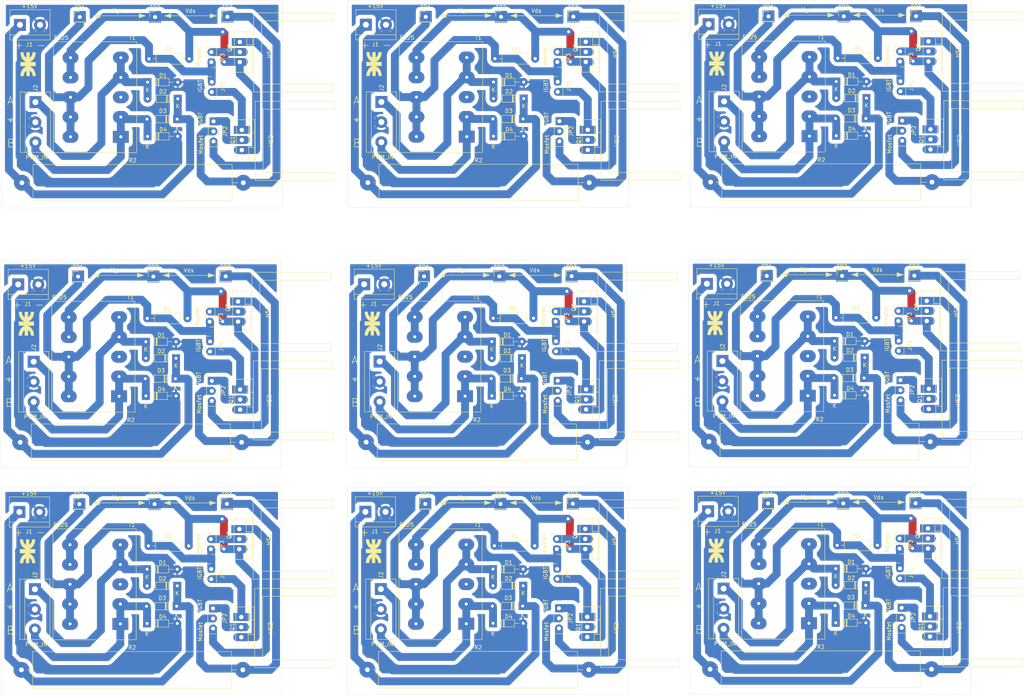
<source format=kicad_pcb>
(kicad_pcb (version 20171130) (host pcbnew "(5.1.0)-1")
  (layers (0 F.Cu signal) (31 B.Cu signal) (34 B.Paste user) (35 F.Paste user) (36 B.SilkS user) (37 F.SilkS user) (38 B.Mask user) (39 F.Mask user) (44 Edge.Cuts user))
  (net 0 "")
  (net 1 +15V)
  (net 2 /PWM_B)
  (net 3 GND)
  (net 4 /PWM_A)
  (net 5 "Net-(JP1-Pad1)")
  (net 6 "Net-(JP1-Pad2)")
  (net 7 "Net-(JP2-Pad1)")
  (net 8 "Net-(JP2-Pad2)")
  (net 9 "Net-(JP2-Pad3)")
  (net 10 "Net-(JP3-Pad2)")
  (net 11 Earth)
  (module lib_fp:D_DO-34_SOD68_P7.62mm_Horizontal (layer F.Cu) (at 225.7914 172.3538)
    (fp_text reference D4 (at 3.95 -1.7) (layer F.SilkS))
    (fp_text value 1N4148)
    (fp_text user K (at 0 2.65) (layer F.SilkS))
    (pad 2 thru_hole oval (at 7.62 0) (size 2 2) (drill 0.75) (layers *.Cu *.Mask))
    (pad 1 thru_hole rect (at 0 0) (size 2 2) (drill 0.75) (layers *.Cu *.Mask))
  )
  (module lib_fp:TO-220-3_Vertical (layer F.Cu) (at 249.0724 148.5138 270)
    (fp_text reference Q2 (at 1.524 2.54 270) (layer F.SilkS))
    (fp_text value IRF840)
    (pad 1 thru_hole rect (at 0 0 270) (size 2 4) (drill 1.1) (layers *.Cu *.Mask))
    (pad 2 thru_hole oval (at 2.54 0 270) (size 2 4) (drill 1.1) (layers *.Cu *.Mask))
    (pad 3 thru_hole oval (at 5.08 0 270) (size 2 4) (drill 1.1) (layers *.Cu *.Mask))
  )
  (module lib_fp:TerminalBlock_bornier-2_P5.08mm (layer F.Cu) (at 193.5734 144.1958)
    (fp_text reference J1 (at 2.413 4.953) (layer F.SilkS))
    (fp_text value Vin)
    (pad 2 thru_hole circle (at 5.08 0) (size 3 3) (drill 1.52) (layers *.Cu *.Mask))
    (pad 1 thru_hole rect (at 0 0) (size 3 3) (drill 1.52) (layers *.Cu *.Mask))
  )
  (module lib_fp:D_DO-34_SOD68_P7.62mm_Horizontal (layer F.Cu) (at 225.7914 158.6738)
    (fp_text reference D2 (at 3.9 2.38) (layer F.SilkS))
    (fp_text value 1N4148)
    (fp_text user K (at 0 1.98) (layer F.SilkS))
    (pad 2 thru_hole oval (at 7.62 0) (size 2 2) (drill 0.75) (layers *.Cu *.Mask))
    (pad 1 thru_hole rect (at 0 0) (size 2 2) (drill 0.75) (layers *.Cu *.Mask))
  )
  (module lib_fp:D_DO-34_SOD68_P7.62mm_Horizontal (layer F.Cu) (at 233.4114 162.8538 180)
    (fp_text reference D1 (at 3.7125 5.861 180) (layer F.SilkS))
    (fp_text value 1N4148)
    (fp_text user K (at 0 -1.9 180) (layer F.SilkS))
    (pad 1 thru_hole rect (at 0 0 180) (size 2 2) (drill 0.75) (layers *.Cu *.Mask))
    (pad 2 thru_hole oval (at 7.62 0 180) (size 2 2) (drill 0.75) (layers *.Cu *.Mask))
  )
  (module lib_fp:Heatsink_TO220_A (layer F.Cu) (at 272.5674 141.1478 270)
    (fp_text reference HS1 (at 10 16 270) (layer F.SilkS))
    (fp_text value Heatsink)
  )
  (module lib_fp:Transformador_EE25 (layer F.Cu) (at 201.3204 177.0888 90)
    (fp_text reference T1 (at 29.635 20.621 -180) (layer F.SilkS))
    (fp_text value 50:50)
    (fp_text user EE25 (at 29.635 2.671 -180) (layer F.SilkS))
    (pad 2 thru_hole oval (at 24.62 17.72 90) (size 3 4) (drill 0.762) (layers *.Cu *.Mask))
    (pad 2 thru_hole oval (at 19.62 17.72 90) (size 3 4) (drill 0.762) (layers *.Cu *.Mask))
    (pad "" thru_hole oval (at 14.62 17.72 90) (size 3 4) (drill 0.762) (layers *.Cu *.Mask))
    (pad 1 thru_hole oval (at 9.62 17.72 90) (size 3 4) (drill 0.762) (layers *.Cu *.Mask))
    (pad 1 thru_hole rect (at 4.62 17.72 90) (size 3 4) (drill 0.762) (layers *.Cu *.Mask))
    (pad 4 thru_hole oval (at 9.62 5.02 90) (size 3 4) (drill 0.762) (layers *.Cu *.Mask))
    (pad 4 thru_hole oval (at 4.62 5.02 90) (size 3 4) (drill 0.762) (layers *.Cu *.Mask))
    (pad "" thru_hole oval (at 14.62 5.02 90) (size 3 4) (drill 0.762) (layers *.Cu *.Mask))
    (pad 3 thru_hole oval (at 19.62 5.02 90) (size 3 4) (drill 0.762) (layers *.Cu *.Mask))
    (pad 3 thru_hole oval (at 24.62 5.02 90) (size 3 4) (drill 0.762) (layers *.Cu *.Mask))
  )
  (module lib_fp:Heatsink_TO220_A (layer F.Cu) (at 272.9484 163.4998 270)
    (fp_text reference HS2 (at 10 16 270) (layer F.SilkS))
    (fp_text value Heatsink)
  )
  (module lib_fp:logo_utn_fsilk_small (layer F.Cu) (at 195.6256 154.1166)
    (fp_text reference G1 hide)
    (fp_text value logo hide)
  )
  (module lib_fp:D_DO-34_SOD68_P7.62mm_Horizontal (layer F.Cu) (at 233.2614 168.0038 180)
    (fp_text reference D3 (at 3.62 2.05 180) (layer F.SilkS))
    (fp_text value 1N4148)
    (fp_text user K (at -0.03 -2.35 180) (layer F.SilkS))
    (pad 1 thru_hole rect (at 0 0 180) (size 2 2) (drill 0.75) (layers *.Cu *.Mask))
    (pad 2 thru_hole oval (at 7.62 0 180) (size 2 2) (drill 0.75) (layers *.Cu *.Mask))
  )
  (module lib_fp:PinHeader_1x02_P2.54mm_Vertical (layer F.Cu) (at 241.8914 153.6038 180)
    (fp_text reference JP3 (at -2.794 0.889 270) (layer F.SilkS))
    (fp_text value Jumper_NC_Small)
    (pad 2 thru_hole oval (at 0 2.54 180) (size 1.7 1.7) (drill 1) (layers *.Cu *.Mask))
    (pad 1 thru_hole rect (at 0 0 180) (size 1.7 1.7) (drill 1) (layers *.Cu *.Mask))
  )
  (module lib_fp:Testpoint (layer F.Cu) (at 245.9414 142.1538)
    (fp_text reference TP3 (at 0 -2.33) (layer F.SilkS))
    (fp_text value TP_VCE_VDS)
    (pad 1 thru_hole rect (at 0 0) (size 3 3) (drill 1) (layers *.Cu *.Mask))
  )
  (module lib_fp:PinHeader_1x03_P2.54mm_Vertical (layer F.Cu) (at 242.4414 168.5538)
    (fp_text reference JP2 (at 2.921 2.54 90) (layer F.SilkS))
    (fp_text value Jumper_NC_Dual)
    (pad 3 thru_hole oval (at 0 5.08) (size 2 2) (drill 1) (layers *.Cu *.Mask))
    (pad 2 thru_hole oval (at 0 2.54) (size 2 2) (drill 1) (layers *.Cu *.Mask))
    (pad 1 thru_hole rect (at 0 0) (size 2 2) (drill 1) (layers *.Cu *.Mask))
  )
  (module lib_fp:TerminalBlock_bornier-3_P5.08mm (layer F.Cu) (at 197.485 163.703 270)
    (fp_text reference J2 (at -3.5492 -0.0508 90) (layer F.SilkS))
    (fp_text value PWM_IN)
    (pad 3 thru_hole circle (at 10.16 0 270) (size 3 3) (drill 1.52) (layers *.Cu *.Mask))
    (pad 2 thru_hole circle (at 5.08 0 270) (size 3 3) (drill 1.52) (layers *.Cu *.Mask))
    (pad 1 thru_hole rect (at 0 0 270) (size 3 3) (drill 1.52) (layers *.Cu *.Mask))
  )
  (module lib_fp:TO-220-3_Vertical (layer F.Cu) (at 249.5804 170.7388 270)
    (fp_text reference Q1 (at 2.54 2.286 270) (layer F.SilkS))
    (fp_text value "FGPF7N60RUFD ")
    (pad 3 thru_hole oval (at 5.08 0 270) (size 2 4) (drill 1.1) (layers *.Cu *.Mask))
    (pad 2 thru_hole oval (at 2.54 0 270) (size 2 4) (drill 1.1) (layers *.Cu *.Mask))
    (pad 1 thru_hole rect (at 0 0 270) (size 2 4) (drill 1.1) (layers *.Cu *.Mask))
  )
  (module lib_fp:D_DO-34_SOD68_P7.62mm_Horizontal (layer F.Cu) (at 139.279 172.4808)
    (fp_text reference D4 (at 3.95 -1.7) (layer F.SilkS))
    (fp_text value 1N4148)
    (fp_text user K (at 0 2.65) (layer F.SilkS))
    (pad 2 thru_hole oval (at 7.62 0) (size 2 2) (drill 0.75) (layers *.Cu *.Mask))
    (pad 1 thru_hole rect (at 0 0) (size 2 2) (drill 0.75) (layers *.Cu *.Mask))
  )
  (module lib_fp:Testpoint (layer F.Cu) (at 227.6914 142.2038)
    (fp_text reference TP2 (at 0 -2.33) (layer F.SilkS))
    (fp_text value GND)
    (pad 1 thru_hole rect (at 0 0) (size 3 3) (drill 1) (layers *.Cu *.Mask))
  )
  (module lib_fp:D_DO-34_SOD68_P7.62mm_Horizontal (layer F.Cu) (at 146.899 162.9808 180)
    (fp_text reference D1 (at 3.7125 5.861 180) (layer F.SilkS))
    (fp_text value 1N4148)
    (fp_text user K (at 0 -1.9 180) (layer F.SilkS))
    (pad 1 thru_hole rect (at 0 0 180) (size 2 2) (drill 0.75) (layers *.Cu *.Mask))
    (pad 2 thru_hole oval (at 7.62 0 180) (size 2 2) (drill 0.75) (layers *.Cu *.Mask))
  )
  (module lib_fp:TO-220-3_Vertical (layer F.Cu) (at 162.56 148.6408 270)
    (fp_text reference Q2 (at 1.524 2.54 270) (layer F.SilkS))
    (fp_text value IRF840)
    (pad 1 thru_hole rect (at 0 0 270) (size 2 4) (drill 1.1) (layers *.Cu *.Mask))
    (pad 2 thru_hole oval (at 2.54 0 270) (size 2 4) (drill 1.1) (layers *.Cu *.Mask))
    (pad 3 thru_hole oval (at 5.08 0 270) (size 2 4) (drill 1.1) (layers *.Cu *.Mask))
  )
  (module lib_fp:R_Axial_Power_L50.0mm_W9.0mm_P55.88mm (layer F.Cu) (at 194.0814 184.0738)
    (fp_text reference R2 (at 27.94 -5.62) (layer F.SilkS))
    (fp_text value 15)
    (pad 1 thru_hole circle (at 0 0) (size 4 4) (drill 1.2) (layers *.Cu *.Mask))
    (pad 2 thru_hole oval (at 55.88 0) (size 4 4) (drill 1.2) (layers *.Cu *.Mask))
  )
  (module lib_fp:Transformador_EE25 (layer F.Cu) (at 114.808 177.2158 90)
    (fp_text reference T1 (at 29.635 20.621 -180) (layer F.SilkS))
    (fp_text value 50:50)
    (fp_text user EE25 (at 29.635 2.671 -180) (layer F.SilkS))
    (pad 2 thru_hole oval (at 24.62 17.72 90) (size 3 4) (drill 0.762) (layers *.Cu *.Mask))
    (pad 2 thru_hole oval (at 19.62 17.72 90) (size 3 4) (drill 0.762) (layers *.Cu *.Mask))
    (pad "" thru_hole oval (at 14.62 17.72 90) (size 3 4) (drill 0.762) (layers *.Cu *.Mask))
    (pad 1 thru_hole oval (at 9.62 17.72 90) (size 3 4) (drill 0.762) (layers *.Cu *.Mask))
    (pad 1 thru_hole rect (at 4.62 17.72 90) (size 3 4) (drill 0.762) (layers *.Cu *.Mask))
    (pad 4 thru_hole oval (at 9.62 5.02 90) (size 3 4) (drill 0.762) (layers *.Cu *.Mask))
    (pad 4 thru_hole oval (at 4.62 5.02 90) (size 3 4) (drill 0.762) (layers *.Cu *.Mask))
    (pad "" thru_hole oval (at 14.62 5.02 90) (size 3 4) (drill 0.762) (layers *.Cu *.Mask))
    (pad 3 thru_hole oval (at 19.62 5.02 90) (size 3 4) (drill 0.762) (layers *.Cu *.Mask))
    (pad 3 thru_hole oval (at 24.62 5.02 90) (size 3 4) (drill 0.762) (layers *.Cu *.Mask))
  )
  (module lib_fp:TerminalBlock_bornier-3_P5.08mm (layer F.Cu) (at 110.9726 163.83 270)
    (fp_text reference J2 (at -3.5492 -0.0508 90) (layer F.SilkS))
    (fp_text value PWM_IN)
    (pad 3 thru_hole circle (at 10.16 0 270) (size 3 3) (drill 1.52) (layers *.Cu *.Mask))
    (pad 2 thru_hole circle (at 5.08 0 270) (size 3 3) (drill 1.52) (layers *.Cu *.Mask))
    (pad 1 thru_hole rect (at 0 0 270) (size 3 3) (drill 1.52) (layers *.Cu *.Mask))
  )
  (module lib_fp:Heatsink_TO220_A (layer F.Cu) (at 186.436 163.6268 270)
    (fp_text reference HS2 (at 10 16 270) (layer F.SilkS))
    (fp_text value Heatsink)
  )
  (module lib_fp:D_DO-34_SOD68_P7.62mm_Horizontal (layer F.Cu) (at 146.749 168.1308 180)
    (fp_text reference D3 (at 3.62 2.05 180) (layer F.SilkS))
    (fp_text value 1N4148)
    (fp_text user K (at -0.03 -2.35 180) (layer F.SilkS))
    (pad 1 thru_hole rect (at 0 0 180) (size 2 2) (drill 0.75) (layers *.Cu *.Mask))
    (pad 2 thru_hole oval (at 7.62 0 180) (size 2 2) (drill 0.75) (layers *.Cu *.Mask))
  )
  (module lib_fp:D_DO-34_SOD68_P7.62mm_Horizontal (layer F.Cu) (at 139.279 158.8008)
    (fp_text reference D2 (at 3.9 2.38) (layer F.SilkS))
    (fp_text value 1N4148)
    (fp_text user K (at 0 1.98) (layer F.SilkS))
    (pad 2 thru_hole oval (at 7.62 0) (size 2 2) (drill 0.75) (layers *.Cu *.Mask))
    (pad 1 thru_hole rect (at 0 0) (size 2 2) (drill 0.75) (layers *.Cu *.Mask))
  )
  (module lib_fp:logo_utn_fsilk_small (layer F.Cu) (at 109.1132 154.2436)
    (fp_text reference G1 hide)
    (fp_text value logo hide)
  )
  (module lib_fp:TerminalBlock_bornier-2_P5.08mm (layer F.Cu) (at 107.061 144.3228)
    (fp_text reference J1 (at 2.413 4.953) (layer F.SilkS))
    (fp_text value Vin)
    (pad 2 thru_hole circle (at 5.08 0) (size 3 3) (drill 1.52) (layers *.Cu *.Mask))
    (pad 1 thru_hole rect (at 0 0) (size 3 3) (drill 1.52) (layers *.Cu *.Mask))
  )
  (module lib_fp:Heatsink_TO220_A (layer F.Cu) (at 186.055 141.2748 270)
    (fp_text reference HS1 (at 10 16 270) (layer F.SilkS))
    (fp_text value Heatsink)
  )
  (module lib_fp:PinHeader_1x02_P2.54mm_Vertical (layer F.Cu) (at 155.379 153.7308 180)
    (fp_text reference JP3 (at -2.794 0.889 270) (layer F.SilkS))
    (fp_text value Jumper_NC_Small)
    (pad 2 thru_hole oval (at 0 2.54 180) (size 1.7 1.7) (drill 1) (layers *.Cu *.Mask))
    (pad 1 thru_hole rect (at 0 0 180) (size 1.7 1.7) (drill 1) (layers *.Cu *.Mask))
  )
  (module lib_fp:R_Axial_DIN0207_L6.3mm_D2.5mm_P10.16mm_Horizontal (layer F.Cu) (at 226.1489 152.7683)
    (fp_text reference R1 (at 5.08 -2.37) (layer F.SilkS))
    (fp_text value 220)
    (pad 1 thru_hole circle (at 0 0) (size 2 2) (drill 0.8) (layers *.Cu *.Mask))
    (pad 2 thru_hole oval (at 10.16 0) (size 2 2) (drill 0.8) (layers *.Cu *.Mask))
  )
  (module lib_fp:TO-220-3_Vertical (layer F.Cu) (at 163.068 170.8658 270)
    (fp_text reference Q1 (at 2.54 2.286 270) (layer F.SilkS))
    (fp_text value "FGPF7N60RUFD ")
    (pad 3 thru_hole oval (at 5.08 0 270) (size 2 4) (drill 1.1) (layers *.Cu *.Mask))
    (pad 2 thru_hole oval (at 2.54 0 270) (size 2 4) (drill 1.1) (layers *.Cu *.Mask))
    (pad 1 thru_hole rect (at 0 0 270) (size 2 4) (drill 1.1) (layers *.Cu *.Mask))
  )
  (module lib_fp:PinHeader_1x02_P2.54mm_Vertical (layer F.Cu) (at 241.9914 158.6038)
    (fp_text reference JP1 (at 2.794 1.143 90) (layer F.SilkS))
    (fp_text value Jumper_NC_Small)
    (pad 2 thru_hole oval (at 0 2.54) (size 1.7 1.7) (drill 1) (layers *.Cu *.Mask))
    (pad 1 thru_hole rect (at 0 0) (size 1.7 1.7) (drill 1) (layers *.Cu *.Mask))
  )
  (module lib_fp:Testpoint (layer F.Cu) (at 208.6914 142.2038)
    (fp_text reference TP1 (at 0 -2.33) (layer F.SilkS))
    (fp_text value TP_VBE_VGS)
    (pad 1 thru_hole rect (at 0 0) (size 3 3) (drill 1) (layers *.Cu *.Mask))
  )
  (module lib_fp:D_DO-34_SOD68_P7.62mm_Horizontal (layer F.Cu) (at 59.579 163.0168 180)
    (fp_text reference D1 (at 3.7125 5.861 180) (layer F.SilkS))
    (fp_text value 1N4148)
    (fp_text user K (at 0 -1.9 180) (layer F.SilkS))
    (pad 2 thru_hole oval (at 7.62 0 180) (size 2 2) (drill 0.75) (layers *.Cu *.Mask))
    (pad 1 thru_hole rect (at 0 0 180) (size 2 2) (drill 0.75) (layers *.Cu *.Mask))
  )
  (module lib_fp:Transformador_EE25 (layer F.Cu) (at 27.488 177.2518 90)
    (fp_text reference T1 (at 29.635 20.621 -180) (layer F.SilkS))
    (fp_text value 50:50)
    (fp_text user EE25 (at 29.635 2.671 -180) (layer F.SilkS))
    (pad 3 thru_hole oval (at 24.62 5.02 90) (size 3 4) (drill 0.762) (layers *.Cu *.Mask))
    (pad 3 thru_hole oval (at 19.62 5.02 90) (size 3 4) (drill 0.762) (layers *.Cu *.Mask))
    (pad "" thru_hole oval (at 14.62 5.02 90) (size 3 4) (drill 0.762) (layers *.Cu *.Mask))
    (pad 4 thru_hole oval (at 4.62 5.02 90) (size 3 4) (drill 0.762) (layers *.Cu *.Mask))
    (pad 4 thru_hole oval (at 9.62 5.02 90) (size 3 4) (drill 0.762) (layers *.Cu *.Mask))
    (pad 1 thru_hole rect (at 4.62 17.72 90) (size 3 4) (drill 0.762) (layers *.Cu *.Mask))
    (pad 1 thru_hole oval (at 9.62 17.72 90) (size 3 4) (drill 0.762) (layers *.Cu *.Mask))
    (pad "" thru_hole oval (at 14.62 17.72 90) (size 3 4) (drill 0.762) (layers *.Cu *.Mask))
    (pad 2 thru_hole oval (at 19.62 17.72 90) (size 3 4) (drill 0.762) (layers *.Cu *.Mask))
    (pad 2 thru_hole oval (at 24.62 17.72 90) (size 3 4) (drill 0.762) (layers *.Cu *.Mask))
  )
  (module lib_fp:Heatsink_TO220_A (layer F.Cu) (at 99.116 163.6628 270)
    (fp_text reference HS2 (at 10 16 270) (layer F.SilkS))
    (fp_text value Heatsink)
  )
  (module lib_fp:D_DO-34_SOD68_P7.62mm_Horizontal (layer F.Cu) (at 59.429 168.1668 180)
    (fp_text reference D3 (at 3.62 2.05 180) (layer F.SilkS))
    (fp_text value 1N4148)
    (fp_text user K (at -0.03 -2.35 180) (layer F.SilkS))
    (pad 2 thru_hole oval (at 7.62 0 180) (size 2 2) (drill 0.75) (layers *.Cu *.Mask))
    (pad 1 thru_hole rect (at 0 0 180) (size 2 2) (drill 0.75) (layers *.Cu *.Mask))
  )
  (module lib_fp:logo_utn_fsilk_small (layer F.Cu) (at 21.7932 154.2796)
    (fp_text reference G1 hide)
    (fp_text value logo hide)
  )
  (module lib_fp:TO-220-3_Vertical (layer F.Cu) (at 75.24 148.6768 270)
    (fp_text reference Q2 (at 1.524 2.54 270) (layer F.SilkS))
    (fp_text value IRF840)
    (pad 3 thru_hole oval (at 5.08 0 270) (size 2 4) (drill 1.1) (layers *.Cu *.Mask))
    (pad 2 thru_hole oval (at 2.54 0 270) (size 2 4) (drill 1.1) (layers *.Cu *.Mask))
    (pad 1 thru_hole rect (at 0 0 270) (size 2 4) (drill 1.1) (layers *.Cu *.Mask))
  )
  (module lib_fp:D_DO-34_SOD68_P7.62mm_Horizontal (layer F.Cu) (at 51.959 172.5168)
    (fp_text reference D4 (at 3.95 -1.7) (layer F.SilkS))
    (fp_text value 1N4148)
    (fp_text user K (at 0 2.65) (layer F.SilkS))
    (pad 1 thru_hole rect (at 0 0) (size 2 2) (drill 0.75) (layers *.Cu *.Mask))
    (pad 2 thru_hole oval (at 7.62 0) (size 2 2) (drill 0.75) (layers *.Cu *.Mask))
  )
  (module lib_fp:TerminalBlock_bornier-3_P5.08mm (layer F.Cu) (at 23.6526 163.866 270)
    (fp_text reference J2 (at -3.5492 -0.0508 90) (layer F.SilkS))
    (fp_text value PWM_IN)
    (pad 1 thru_hole rect (at 0 0 270) (size 3 3) (drill 1.52) (layers *.Cu *.Mask))
    (pad 2 thru_hole circle (at 5.08 0 270) (size 3 3) (drill 1.52) (layers *.Cu *.Mask))
    (pad 3 thru_hole circle (at 10.16 0 270) (size 3 3) (drill 1.52) (layers *.Cu *.Mask))
  )
  (module lib_fp:D_DO-34_SOD68_P7.62mm_Horizontal (layer F.Cu) (at 51.959 158.8368)
    (fp_text reference D2 (at 3.9 2.38) (layer F.SilkS))
    (fp_text value 1N4148)
    (fp_text user K (at 0 1.98) (layer F.SilkS))
    (pad 1 thru_hole rect (at 0 0) (size 2 2) (drill 0.75) (layers *.Cu *.Mask))
    (pad 2 thru_hole oval (at 7.62 0) (size 2 2) (drill 0.75) (layers *.Cu *.Mask))
  )
  (module lib_fp:TerminalBlock_bornier-2_P5.08mm (layer F.Cu) (at 19.741 144.3588)
    (fp_text reference J1 (at 2.413 4.953) (layer F.SilkS))
    (fp_text value Vin)
    (pad 1 thru_hole rect (at 0 0) (size 3 3) (drill 1.52) (layers *.Cu *.Mask))
    (pad 2 thru_hole circle (at 5.08 0) (size 3 3) (drill 1.52) (layers *.Cu *.Mask))
  )
  (module lib_fp:TO-220-3_Vertical (layer F.Cu) (at 75.748 170.9018 270)
    (fp_text reference Q1 (at 2.54 2.286 270) (layer F.SilkS))
    (fp_text value "FGPF7N60RUFD ")
    (pad 1 thru_hole rect (at 0 0 270) (size 2 4) (drill 1.1) (layers *.Cu *.Mask))
    (pad 2 thru_hole oval (at 2.54 0 270) (size 2 4) (drill 1.1) (layers *.Cu *.Mask))
    (pad 3 thru_hole oval (at 5.08 0 270) (size 2 4) (drill 1.1) (layers *.Cu *.Mask))
  )
  (module lib_fp:Heatsink_TO220_A (layer F.Cu) (at 98.735 141.3108 270)
    (fp_text reference HS1 (at 10 16 270) (layer F.SilkS))
    (fp_text value Heatsink)
  )
  (module lib_fp:PinHeader_1x02_P2.54mm_Vertical (layer F.Cu) (at 68.059 153.7668 180)
    (fp_text reference JP3 (at -2.794 0.889 270) (layer F.SilkS))
    (fp_text value Jumper_NC_Small)
    (pad 1 thru_hole rect (at 0 0 180) (size 1.7 1.7) (drill 1) (layers *.Cu *.Mask))
    (pad 2 thru_hole oval (at 0 2.54 180) (size 1.7 1.7) (drill 1) (layers *.Cu *.Mask))
  )
  (module lib_fp:Testpoint (layer F.Cu) (at 72.109 142.3168)
    (fp_text reference TP3 (at 0 -2.33) (layer F.SilkS))
    (fp_text value TP_VCE_VDS)
    (pad 1 thru_hole rect (at 0 0) (size 3 3) (drill 1) (layers *.Cu *.Mask))
  )
  (module lib_fp:PinHeader_1x03_P2.54mm_Vertical (layer F.Cu) (at 68.609 168.7168)
    (fp_text reference JP2 (at 2.921 2.54 90) (layer F.SilkS))
    (fp_text value Jumper_NC_Dual)
    (pad 1 thru_hole rect (at 0 0) (size 2 2) (drill 1) (layers *.Cu *.Mask))
    (pad 2 thru_hole oval (at 0 2.54) (size 2 2) (drill 1) (layers *.Cu *.Mask))
    (pad 3 thru_hole oval (at 0 5.08) (size 2 2) (drill 1) (layers *.Cu *.Mask))
  )
  (module lib_fp:PinHeader_1x02_P2.54mm_Vertical (layer F.Cu) (at 68.159 158.7668)
    (fp_text reference JP1 (at 2.794 1.143 90) (layer F.SilkS))
    (fp_text value Jumper_NC_Small)
    (pad 1 thru_hole rect (at 0 0) (size 1.7 1.7) (drill 1) (layers *.Cu *.Mask))
    (pad 2 thru_hole oval (at 0 2.54) (size 1.7 1.7) (drill 1) (layers *.Cu *.Mask))
  )
  (module lib_fp:Testpoint (layer F.Cu) (at 34.859 142.3668)
    (fp_text reference TP1 (at 0 -2.33) (layer F.SilkS))
    (fp_text value TP_VBE_VGS)
    (pad 1 thru_hole rect (at 0 0) (size 3 3) (drill 1) (layers *.Cu *.Mask))
  )
  (module lib_fp:Testpoint (layer F.Cu) (at 53.859 142.3668)
    (fp_text reference TP2 (at 0 -2.33) (layer F.SilkS))
    (fp_text value GND)
    (pad 1 thru_hole rect (at 0 0) (size 3 3) (drill 1) (layers *.Cu *.Mask))
  )
  (module lib_fp:R_Axial_Power_L50.0mm_W9.0mm_P55.88mm (layer F.Cu) (at 20.249 184.2368)
    (fp_text reference R2 (at 27.94 -5.62) (layer F.SilkS))
    (fp_text value 15)
    (pad 2 thru_hole oval (at 55.88 0) (size 4 4) (drill 1.2) (layers *.Cu *.Mask))
    (pad 1 thru_hole circle (at 0 0) (size 4 4) (drill 1.2) (layers *.Cu *.Mask))
  )
  (module lib_fp:Testpoint (layer F.Cu) (at 141.179 142.3308)
    (fp_text reference TP2 (at 0 -2.33) (layer F.SilkS))
    (fp_text value GND)
    (pad 1 thru_hole rect (at 0 0) (size 3 3) (drill 1) (layers *.Cu *.Mask))
  )
  (module lib_fp:R_Axial_DIN0207_L6.3mm_D2.5mm_P10.16mm_Horizontal (layer F.Cu) (at 139.6365 152.8953)
    (fp_text reference R1 (at 5.08 -2.37) (layer F.SilkS))
    (fp_text value 220)
    (pad 1 thru_hole circle (at 0 0) (size 2 2) (drill 0.8) (layers *.Cu *.Mask))
    (pad 2 thru_hole oval (at 10.16 0) (size 2 2) (drill 0.8) (layers *.Cu *.Mask))
  )
  (module lib_fp:Testpoint (layer F.Cu) (at 122.179 142.3308)
    (fp_text reference TP1 (at 0 -2.33) (layer F.SilkS))
    (fp_text value TP_VBE_VGS)
    (pad 1 thru_hole rect (at 0 0) (size 3 3) (drill 1) (layers *.Cu *.Mask))
  )
  (module lib_fp:Testpoint (layer F.Cu) (at 159.429 142.2808)
    (fp_text reference TP3 (at 0 -2.33) (layer F.SilkS))
    (fp_text value TP_VCE_VDS)
    (pad 1 thru_hole rect (at 0 0) (size 3 3) (drill 1) (layers *.Cu *.Mask))
  )
  (module lib_fp:PinHeader_1x03_P2.54mm_Vertical (layer F.Cu) (at 155.929 168.6808)
    (fp_text reference JP2 (at 2.921 2.54 90) (layer F.SilkS))
    (fp_text value Jumper_NC_Dual)
    (pad 3 thru_hole oval (at 0 5.08) (size 2 2) (drill 1) (layers *.Cu *.Mask))
    (pad 2 thru_hole oval (at 0 2.54) (size 2 2) (drill 1) (layers *.Cu *.Mask))
    (pad 1 thru_hole rect (at 0 0) (size 2 2) (drill 1) (layers *.Cu *.Mask))
  )
  (module lib_fp:R_Axial_Power_L50.0mm_W9.0mm_P55.88mm (layer F.Cu) (at 107.569 184.2008)
    (fp_text reference R2 (at 27.94 -5.62) (layer F.SilkS))
    (fp_text value 15)
    (pad 1 thru_hole circle (at 0 0) (size 4 4) (drill 1.2) (layers *.Cu *.Mask))
    (pad 2 thru_hole oval (at 55.88 0) (size 4 4) (drill 1.2) (layers *.Cu *.Mask))
  )
  (module lib_fp:PinHeader_1x02_P2.54mm_Vertical (layer F.Cu) (at 155.479 158.7308)
    (fp_text reference JP1 (at 2.794 1.143 90) (layer F.SilkS))
    (fp_text value Jumper_NC_Small)
    (pad 2 thru_hole oval (at 0 2.54) (size 1.7 1.7) (drill 1) (layers *.Cu *.Mask))
    (pad 1 thru_hole rect (at 0 0) (size 1.7 1.7) (drill 1) (layers *.Cu *.Mask))
  )
  (module lib_fp:R_Axial_DIN0207_L6.3mm_D2.5mm_P10.16mm_Horizontal (layer F.Cu) (at 52.3165 152.9313)
    (fp_text reference R1 (at 5.08 -2.37) (layer F.SilkS))
    (fp_text value 220)
    (pad 2 thru_hole oval (at 10.16 0) (size 2 2) (drill 0.8) (layers *.Cu *.Mask))
    (pad 1 thru_hole circle (at 0 0) (size 2 2) (drill 0.8) (layers *.Cu *.Mask))
  )
  (module lib_fp:D_DO-34_SOD68_P7.62mm_Horizontal (layer F.Cu) (at 225.4866 114.8736)
    (fp_text reference D4 (at 3.95 -1.7) (layer F.SilkS))
    (fp_text value 1N4148)
    (fp_text user K (at 0 2.65) (layer F.SilkS))
    (pad 2 thru_hole oval (at 7.62 0) (size 2 2) (drill 0.75) (layers *.Cu *.Mask))
    (pad 1 thru_hole rect (at 0 0) (size 2 2) (drill 0.75) (layers *.Cu *.Mask))
  )
  (module lib_fp:TO-220-3_Vertical (layer F.Cu) (at 248.7676 91.0336 270)
    (fp_text reference Q2 (at 1.524 2.54 270) (layer F.SilkS))
    (fp_text value IRF840)
    (pad 1 thru_hole rect (at 0 0 270) (size 2 4) (drill 1.1) (layers *.Cu *.Mask))
    (pad 2 thru_hole oval (at 2.54 0 270) (size 2 4) (drill 1.1) (layers *.Cu *.Mask))
    (pad 3 thru_hole oval (at 5.08 0 270) (size 2 4) (drill 1.1) (layers *.Cu *.Mask))
  )
  (module lib_fp:TerminalBlock_bornier-2_P5.08mm (layer F.Cu) (at 193.2686 86.7156)
    (fp_text reference J1 (at 2.413 4.953) (layer F.SilkS))
    (fp_text value Vin)
    (pad 2 thru_hole circle (at 5.08 0) (size 3 3) (drill 1.52) (layers *.Cu *.Mask))
    (pad 1 thru_hole rect (at 0 0) (size 3 3) (drill 1.52) (layers *.Cu *.Mask))
  )
  (module lib_fp:D_DO-34_SOD68_P7.62mm_Horizontal (layer F.Cu) (at 225.4866 101.1936)
    (fp_text reference D2 (at 3.9 2.38) (layer F.SilkS))
    (fp_text value 1N4148)
    (fp_text user K (at 0 1.98) (layer F.SilkS))
    (pad 2 thru_hole oval (at 7.62 0) (size 2 2) (drill 0.75) (layers *.Cu *.Mask))
    (pad 1 thru_hole rect (at 0 0) (size 2 2) (drill 0.75) (layers *.Cu *.Mask))
  )
  (module lib_fp:D_DO-34_SOD68_P7.62mm_Horizontal (layer F.Cu) (at 233.1066 105.3736 180)
    (fp_text reference D1 (at 3.7125 5.861 180) (layer F.SilkS))
    (fp_text value 1N4148)
    (fp_text user K (at 0 -1.9 180) (layer F.SilkS))
    (pad 1 thru_hole rect (at 0 0 180) (size 2 2) (drill 0.75) (layers *.Cu *.Mask))
    (pad 2 thru_hole oval (at 7.62 0 180) (size 2 2) (drill 0.75) (layers *.Cu *.Mask))
  )
  (module lib_fp:Heatsink_TO220_A (layer F.Cu) (at 272.2626 83.6676 270)
    (fp_text reference HS1 (at 10 16 270) (layer F.SilkS))
    (fp_text value Heatsink)
  )
  (module lib_fp:Transformador_EE25 (layer F.Cu) (at 201.0156 119.6086 90)
    (fp_text reference T1 (at 29.635 20.621 -180) (layer F.SilkS))
    (fp_text value 50:50)
    (fp_text user EE25 (at 29.635 2.671 -180) (layer F.SilkS))
    (pad 2 thru_hole oval (at 24.62 17.72 90) (size 3 4) (drill 0.762) (layers *.Cu *.Mask))
    (pad 2 thru_hole oval (at 19.62 17.72 90) (size 3 4) (drill 0.762) (layers *.Cu *.Mask))
    (pad "" thru_hole oval (at 14.62 17.72 90) (size 3 4) (drill 0.762) (layers *.Cu *.Mask))
    (pad 1 thru_hole oval (at 9.62 17.72 90) (size 3 4) (drill 0.762) (layers *.Cu *.Mask))
    (pad 1 thru_hole rect (at 4.62 17.72 90) (size 3 4) (drill 0.762) (layers *.Cu *.Mask))
    (pad 4 thru_hole oval (at 9.62 5.02 90) (size 3 4) (drill 0.762) (layers *.Cu *.Mask))
    (pad 4 thru_hole oval (at 4.62 5.02 90) (size 3 4) (drill 0.762) (layers *.Cu *.Mask))
    (pad "" thru_hole oval (at 14.62 5.02 90) (size 3 4) (drill 0.762) (layers *.Cu *.Mask))
    (pad 3 thru_hole oval (at 19.62 5.02 90) (size 3 4) (drill 0.762) (layers *.Cu *.Mask))
    (pad 3 thru_hole oval (at 24.62 5.02 90) (size 3 4) (drill 0.762) (layers *.Cu *.Mask))
  )
  (module lib_fp:Heatsink_TO220_A (layer F.Cu) (at 272.6436 106.0196 270)
    (fp_text reference HS2 (at 10 16 270) (layer F.SilkS))
    (fp_text value Heatsink)
  )
  (module lib_fp:logo_utn_fsilk_small (layer F.Cu) (at 195.3208 96.6364)
    (fp_text reference G1 hide)
    (fp_text value logo hide)
  )
  (module lib_fp:D_DO-34_SOD68_P7.62mm_Horizontal (layer F.Cu) (at 232.9566 110.5236 180)
    (fp_text reference D3 (at 3.62 2.05 180) (layer F.SilkS))
    (fp_text value 1N4148)
    (fp_text user K (at -0.03 -2.35 180) (layer F.SilkS))
    (pad 1 thru_hole rect (at 0 0 180) (size 2 2) (drill 0.75) (layers *.Cu *.Mask))
    (pad 2 thru_hole oval (at 7.62 0 180) (size 2 2) (drill 0.75) (layers *.Cu *.Mask))
  )
  (module lib_fp:PinHeader_1x02_P2.54mm_Vertical (layer F.Cu) (at 241.5866 96.1236 180)
    (fp_text reference JP3 (at -2.794 0.889 270) (layer F.SilkS))
    (fp_text value Jumper_NC_Small)
    (pad 2 thru_hole oval (at 0 2.54 180) (size 1.7 1.7) (drill 1) (layers *.Cu *.Mask))
    (pad 1 thru_hole rect (at 0 0 180) (size 1.7 1.7) (drill 1) (layers *.Cu *.Mask))
  )
  (module lib_fp:Testpoint (layer F.Cu) (at 245.6366 84.6736)
    (fp_text reference TP3 (at 0 -2.33) (layer F.SilkS))
    (fp_text value TP_VCE_VDS)
    (pad 1 thru_hole rect (at 0 0) (size 3 3) (drill 1) (layers *.Cu *.Mask))
  )
  (module lib_fp:PinHeader_1x03_P2.54mm_Vertical (layer F.Cu) (at 242.1366 111.0736)
    (fp_text reference JP2 (at 2.921 2.54 90) (layer F.SilkS))
    (fp_text value Jumper_NC_Dual)
    (pad 3 thru_hole oval (at 0 5.08) (size 2 2) (drill 1) (layers *.Cu *.Mask))
    (pad 2 thru_hole oval (at 0 2.54) (size 2 2) (drill 1) (layers *.Cu *.Mask))
    (pad 1 thru_hole rect (at 0 0) (size 2 2) (drill 1) (layers *.Cu *.Mask))
  )
  (module lib_fp:TerminalBlock_bornier-3_P5.08mm (layer F.Cu) (at 197.1802 106.2228 270)
    (fp_text reference J2 (at -3.5492 -0.0508 90) (layer F.SilkS))
    (fp_text value PWM_IN)
    (pad 3 thru_hole circle (at 10.16 0 270) (size 3 3) (drill 1.52) (layers *.Cu *.Mask))
    (pad 2 thru_hole circle (at 5.08 0 270) (size 3 3) (drill 1.52) (layers *.Cu *.Mask))
    (pad 1 thru_hole rect (at 0 0 270) (size 3 3) (drill 1.52) (layers *.Cu *.Mask))
  )
  (module lib_fp:TO-220-3_Vertical (layer F.Cu) (at 249.2756 113.2586 270)
    (fp_text reference Q1 (at 2.54 2.286 270) (layer F.SilkS))
    (fp_text value "FGPF7N60RUFD ")
    (pad 3 thru_hole oval (at 5.08 0 270) (size 2 4) (drill 1.1) (layers *.Cu *.Mask))
    (pad 2 thru_hole oval (at 2.54 0 270) (size 2 4) (drill 1.1) (layers *.Cu *.Mask))
    (pad 1 thru_hole rect (at 0 0 270) (size 2 4) (drill 1.1) (layers *.Cu *.Mask))
  )
  (module lib_fp:D_DO-34_SOD68_P7.62mm_Horizontal (layer F.Cu) (at 138.9742 115.0006)
    (fp_text reference D4 (at 3.95 -1.7) (layer F.SilkS))
    (fp_text value 1N4148)
    (fp_text user K (at 0 2.65) (layer F.SilkS))
    (pad 2 thru_hole oval (at 7.62 0) (size 2 2) (drill 0.75) (layers *.Cu *.Mask))
    (pad 1 thru_hole rect (at 0 0) (size 2 2) (drill 0.75) (layers *.Cu *.Mask))
  )
  (module lib_fp:Testpoint (layer F.Cu) (at 227.3866 84.7236)
    (fp_text reference TP2 (at 0 -2.33) (layer F.SilkS))
    (fp_text value GND)
    (pad 1 thru_hole rect (at 0 0) (size 3 3) (drill 1) (layers *.Cu *.Mask))
  )
  (module lib_fp:D_DO-34_SOD68_P7.62mm_Horizontal (layer F.Cu) (at 146.5942 105.5006 180)
    (fp_text reference D1 (at 3.7125 5.861 180) (layer F.SilkS))
    (fp_text value 1N4148)
    (fp_text user K (at 0 -1.9 180) (layer F.SilkS))
    (pad 1 thru_hole rect (at 0 0 180) (size 2 2) (drill 0.75) (layers *.Cu *.Mask))
    (pad 2 thru_hole oval (at 7.62 0 180) (size 2 2) (drill 0.75) (layers *.Cu *.Mask))
  )
  (module lib_fp:TO-220-3_Vertical (layer F.Cu) (at 162.2552 91.1606 270)
    (fp_text reference Q2 (at 1.524 2.54 270) (layer F.SilkS))
    (fp_text value IRF840)
    (pad 1 thru_hole rect (at 0 0 270) (size 2 4) (drill 1.1) (layers *.Cu *.Mask))
    (pad 2 thru_hole oval (at 2.54 0 270) (size 2 4) (drill 1.1) (layers *.Cu *.Mask))
    (pad 3 thru_hole oval (at 5.08 0 270) (size 2 4) (drill 1.1) (layers *.Cu *.Mask))
  )
  (module lib_fp:R_Axial_Power_L50.0mm_W9.0mm_P55.88mm (layer F.Cu) (at 193.7766 126.5936)
    (fp_text reference R2 (at 27.94 -5.62) (layer F.SilkS))
    (fp_text value 15)
    (pad 1 thru_hole circle (at 0 0) (size 4 4) (drill 1.2) (layers *.Cu *.Mask))
    (pad 2 thru_hole oval (at 55.88 0) (size 4 4) (drill 1.2) (layers *.Cu *.Mask))
  )
  (module lib_fp:Transformador_EE25 (layer F.Cu) (at 114.5032 119.7356 90)
    (fp_text reference T1 (at 29.635 20.621 -180) (layer F.SilkS))
    (fp_text value 50:50)
    (fp_text user EE25 (at 29.635 2.671 -180) (layer F.SilkS))
    (pad 2 thru_hole oval (at 24.62 17.72 90) (size 3 4) (drill 0.762) (layers *.Cu *.Mask))
    (pad 2 thru_hole oval (at 19.62 17.72 90) (size 3 4) (drill 0.762) (layers *.Cu *.Mask))
    (pad "" thru_hole oval (at 14.62 17.72 90) (size 3 4) (drill 0.762) (layers *.Cu *.Mask))
    (pad 1 thru_hole oval (at 9.62 17.72 90) (size 3 4) (drill 0.762) (layers *.Cu *.Mask))
    (pad 1 thru_hole rect (at 4.62 17.72 90) (size 3 4) (drill 0.762) (layers *.Cu *.Mask))
    (pad 4 thru_hole oval (at 9.62 5.02 90) (size 3 4) (drill 0.762) (layers *.Cu *.Mask))
    (pad 4 thru_hole oval (at 4.62 5.02 90) (size 3 4) (drill 0.762) (layers *.Cu *.Mask))
    (pad "" thru_hole oval (at 14.62 5.02 90) (size 3 4) (drill 0.762) (layers *.Cu *.Mask))
    (pad 3 thru_hole oval (at 19.62 5.02 90) (size 3 4) (drill 0.762) (layers *.Cu *.Mask))
    (pad 3 thru_hole oval (at 24.62 5.02 90) (size 3 4) (drill 0.762) (layers *.Cu *.Mask))
  )
  (module lib_fp:TerminalBlock_bornier-3_P5.08mm (layer F.Cu) (at 110.6678 106.3498 270)
    (fp_text reference J2 (at -3.5492 -0.0508 90) (layer F.SilkS))
    (fp_text value PWM_IN)
    (pad 3 thru_hole circle (at 10.16 0 270) (size 3 3) (drill 1.52) (layers *.Cu *.Mask))
    (pad 2 thru_hole circle (at 5.08 0 270) (size 3 3) (drill 1.52) (layers *.Cu *.Mask))
    (pad 1 thru_hole rect (at 0 0 270) (size 3 3) (drill 1.52) (layers *.Cu *.Mask))
  )
  (module lib_fp:Heatsink_TO220_A (layer F.Cu) (at 186.1312 106.1466 270)
    (fp_text reference HS2 (at 10 16 270) (layer F.SilkS))
    (fp_text value Heatsink)
  )
  (module lib_fp:D_DO-34_SOD68_P7.62mm_Horizontal (layer F.Cu) (at 146.4442 110.6506 180)
    (fp_text reference D3 (at 3.62 2.05 180) (layer F.SilkS))
    (fp_text value 1N4148)
    (fp_text user K (at -0.03 -2.35 180) (layer F.SilkS))
    (pad 1 thru_hole rect (at 0 0 180) (size 2 2) (drill 0.75) (layers *.Cu *.Mask))
    (pad 2 thru_hole oval (at 7.62 0 180) (size 2 2) (drill 0.75) (layers *.Cu *.Mask))
  )
  (module lib_fp:D_DO-34_SOD68_P7.62mm_Horizontal (layer F.Cu) (at 138.9742 101.3206)
    (fp_text reference D2 (at 3.9 2.38) (layer F.SilkS))
    (fp_text value 1N4148)
    (fp_text user K (at 0 1.98) (layer F.SilkS))
    (pad 2 thru_hole oval (at 7.62 0) (size 2 2) (drill 0.75) (layers *.Cu *.Mask))
    (pad 1 thru_hole rect (at 0 0) (size 2 2) (drill 0.75) (layers *.Cu *.Mask))
  )
  (module lib_fp:logo_utn_fsilk_small (layer F.Cu) (at 108.8084 96.7634)
    (fp_text reference G1 hide)
    (fp_text value logo hide)
  )
  (module lib_fp:TerminalBlock_bornier-2_P5.08mm (layer F.Cu) (at 106.7562 86.8426)
    (fp_text reference J1 (at 2.413 4.953) (layer F.SilkS))
    (fp_text value Vin)
    (pad 2 thru_hole circle (at 5.08 0) (size 3 3) (drill 1.52) (layers *.Cu *.Mask))
    (pad 1 thru_hole rect (at 0 0) (size 3 3) (drill 1.52) (layers *.Cu *.Mask))
  )
  (module lib_fp:Heatsink_TO220_A (layer F.Cu) (at 185.7502 83.7946 270)
    (fp_text reference HS1 (at 10 16 270) (layer F.SilkS))
    (fp_text value Heatsink)
  )
  (module lib_fp:PinHeader_1x02_P2.54mm_Vertical (layer F.Cu) (at 155.0742 96.2506 180)
    (fp_text reference JP3 (at -2.794 0.889 270) (layer F.SilkS))
    (fp_text value Jumper_NC_Small)
    (pad 2 thru_hole oval (at 0 2.54 180) (size 1.7 1.7) (drill 1) (layers *.Cu *.Mask))
    (pad 1 thru_hole rect (at 0 0 180) (size 1.7 1.7) (drill 1) (layers *.Cu *.Mask))
  )
  (module lib_fp:R_Axial_DIN0207_L6.3mm_D2.5mm_P10.16mm_Horizontal (layer F.Cu) (at 225.8441 95.2881)
    (fp_text reference R1 (at 5.08 -2.37) (layer F.SilkS))
    (fp_text value 220)
    (pad 1 thru_hole circle (at 0 0) (size 2 2) (drill 0.8) (layers *.Cu *.Mask))
    (pad 2 thru_hole oval (at 10.16 0) (size 2 2) (drill 0.8) (layers *.Cu *.Mask))
  )
  (module lib_fp:TO-220-3_Vertical (layer F.Cu) (at 162.7632 113.3856 270)
    (fp_text reference Q1 (at 2.54 2.286 270) (layer F.SilkS))
    (fp_text value "FGPF7N60RUFD ")
    (pad 3 thru_hole oval (at 5.08 0 270) (size 2 4) (drill 1.1) (layers *.Cu *.Mask))
    (pad 2 thru_hole oval (at 2.54 0 270) (size 2 4) (drill 1.1) (layers *.Cu *.Mask))
    (pad 1 thru_hole rect (at 0 0 270) (size 2 4) (drill 1.1) (layers *.Cu *.Mask))
  )
  (module lib_fp:PinHeader_1x02_P2.54mm_Vertical (layer F.Cu) (at 241.6866 101.1236)
    (fp_text reference JP1 (at 2.794 1.143 90) (layer F.SilkS))
    (fp_text value Jumper_NC_Small)
    (pad 2 thru_hole oval (at 0 2.54) (size 1.7 1.7) (drill 1) (layers *.Cu *.Mask))
    (pad 1 thru_hole rect (at 0 0) (size 1.7 1.7) (drill 1) (layers *.Cu *.Mask))
  )
  (module lib_fp:Testpoint (layer F.Cu) (at 208.3866 84.7236)
    (fp_text reference TP1 (at 0 -2.33) (layer F.SilkS))
    (fp_text value TP_VBE_VGS)
    (pad 1 thru_hole rect (at 0 0) (size 3 3) (drill 1) (layers *.Cu *.Mask))
  )
  (module lib_fp:D_DO-34_SOD68_P7.62mm_Horizontal (layer F.Cu) (at 59.2742 105.5366 180)
    (fp_text reference D1 (at 3.7125 5.861 180) (layer F.SilkS))
    (fp_text value 1N4148)
    (fp_text user K (at 0 -1.9 180) (layer F.SilkS))
    (pad 2 thru_hole oval (at 7.62 0 180) (size 2 2) (drill 0.75) (layers *.Cu *.Mask))
    (pad 1 thru_hole rect (at 0 0 180) (size 2 2) (drill 0.75) (layers *.Cu *.Mask))
  )
  (module lib_fp:Transformador_EE25 (layer F.Cu) (at 27.1832 119.7716 90)
    (fp_text reference T1 (at 29.635 20.621 -180) (layer F.SilkS))
    (fp_text value 50:50)
    (fp_text user EE25 (at 29.635 2.671 -180) (layer F.SilkS))
    (pad 3 thru_hole oval (at 24.62 5.02 90) (size 3 4) (drill 0.762) (layers *.Cu *.Mask))
    (pad 3 thru_hole oval (at 19.62 5.02 90) (size 3 4) (drill 0.762) (layers *.Cu *.Mask))
    (pad "" thru_hole oval (at 14.62 5.02 90) (size 3 4) (drill 0.762) (layers *.Cu *.Mask))
    (pad 4 thru_hole oval (at 4.62 5.02 90) (size 3 4) (drill 0.762) (layers *.Cu *.Mask))
    (pad 4 thru_hole oval (at 9.62 5.02 90) (size 3 4) (drill 0.762) (layers *.Cu *.Mask))
    (pad 1 thru_hole rect (at 4.62 17.72 90) (size 3 4) (drill 0.762) (layers *.Cu *.Mask))
    (pad 1 thru_hole oval (at 9.62 17.72 90) (size 3 4) (drill 0.762) (layers *.Cu *.Mask))
    (pad "" thru_hole oval (at 14.62 17.72 90) (size 3 4) (drill 0.762) (layers *.Cu *.Mask))
    (pad 2 thru_hole oval (at 19.62 17.72 90) (size 3 4) (drill 0.762) (layers *.Cu *.Mask))
    (pad 2 thru_hole oval (at 24.62 17.72 90) (size 3 4) (drill 0.762) (layers *.Cu *.Mask))
  )
  (module lib_fp:Heatsink_TO220_A (layer F.Cu) (at 98.8112 106.1826 270)
    (fp_text reference HS2 (at 10 16 270) (layer F.SilkS))
    (fp_text value Heatsink)
  )
  (module lib_fp:D_DO-34_SOD68_P7.62mm_Horizontal (layer F.Cu) (at 59.1242 110.6866 180)
    (fp_text reference D3 (at 3.62 2.05 180) (layer F.SilkS))
    (fp_text value 1N4148)
    (fp_text user K (at -0.03 -2.35 180) (layer F.SilkS))
    (pad 2 thru_hole oval (at 7.62 0 180) (size 2 2) (drill 0.75) (layers *.Cu *.Mask))
    (pad 1 thru_hole rect (at 0 0 180) (size 2 2) (drill 0.75) (layers *.Cu *.Mask))
  )
  (module lib_fp:logo_utn_fsilk_small (layer F.Cu) (at 21.4884 96.7994)
    (fp_text reference G1 hide)
    (fp_text value logo hide)
  )
  (module lib_fp:TO-220-3_Vertical (layer F.Cu) (at 74.9352 91.1966 270)
    (fp_text reference Q2 (at 1.524 2.54 270) (layer F.SilkS))
    (fp_text value IRF840)
    (pad 3 thru_hole oval (at 5.08 0 270) (size 2 4) (drill 1.1) (layers *.Cu *.Mask))
    (pad 2 thru_hole oval (at 2.54 0 270) (size 2 4) (drill 1.1) (layers *.Cu *.Mask))
    (pad 1 thru_hole rect (at 0 0 270) (size 2 4) (drill 1.1) (layers *.Cu *.Mask))
  )
  (module lib_fp:D_DO-34_SOD68_P7.62mm_Horizontal (layer F.Cu) (at 51.6542 115.0366)
    (fp_text reference D4 (at 3.95 -1.7) (layer F.SilkS))
    (fp_text value 1N4148)
    (fp_text user K (at 0 2.65) (layer F.SilkS))
    (pad 1 thru_hole rect (at 0 0) (size 2 2) (drill 0.75) (layers *.Cu *.Mask))
    (pad 2 thru_hole oval (at 7.62 0) (size 2 2) (drill 0.75) (layers *.Cu *.Mask))
  )
  (module lib_fp:TerminalBlock_bornier-3_P5.08mm (layer F.Cu) (at 23.3478 106.3858 270)
    (fp_text reference J2 (at -3.5492 -0.0508 90) (layer F.SilkS))
    (fp_text value PWM_IN)
    (pad 1 thru_hole rect (at 0 0 270) (size 3 3) (drill 1.52) (layers *.Cu *.Mask))
    (pad 2 thru_hole circle (at 5.08 0 270) (size 3 3) (drill 1.52) (layers *.Cu *.Mask))
    (pad 3 thru_hole circle (at 10.16 0 270) (size 3 3) (drill 1.52) (layers *.Cu *.Mask))
  )
  (module lib_fp:D_DO-34_SOD68_P7.62mm_Horizontal (layer F.Cu) (at 51.6542 101.3566)
    (fp_text reference D2 (at 3.9 2.38) (layer F.SilkS))
    (fp_text value 1N4148)
    (fp_text user K (at 0 1.98) (layer F.SilkS))
    (pad 1 thru_hole rect (at 0 0) (size 2 2) (drill 0.75) (layers *.Cu *.Mask))
    (pad 2 thru_hole oval (at 7.62 0) (size 2 2) (drill 0.75) (layers *.Cu *.Mask))
  )
  (module lib_fp:TerminalBlock_bornier-2_P5.08mm (layer F.Cu) (at 19.4362 86.8786)
    (fp_text reference J1 (at 2.413 4.953) (layer F.SilkS))
    (fp_text value Vin)
    (pad 1 thru_hole rect (at 0 0) (size 3 3) (drill 1.52) (layers *.Cu *.Mask))
    (pad 2 thru_hole circle (at 5.08 0) (size 3 3) (drill 1.52) (layers *.Cu *.Mask))
  )
  (module lib_fp:TO-220-3_Vertical (layer F.Cu) (at 75.4432 113.4216 270)
    (fp_text reference Q1 (at 2.54 2.286 270) (layer F.SilkS))
    (fp_text value "FGPF7N60RUFD ")
    (pad 1 thru_hole rect (at 0 0 270) (size 2 4) (drill 1.1) (layers *.Cu *.Mask))
    (pad 2 thru_hole oval (at 2.54 0 270) (size 2 4) (drill 1.1) (layers *.Cu *.Mask))
    (pad 3 thru_hole oval (at 5.08 0 270) (size 2 4) (drill 1.1) (layers *.Cu *.Mask))
  )
  (module lib_fp:Heatsink_TO220_A (layer F.Cu) (at 98.4302 83.8306 270)
    (fp_text reference HS1 (at 10 16 270) (layer F.SilkS))
    (fp_text value Heatsink)
  )
  (module lib_fp:PinHeader_1x02_P2.54mm_Vertical (layer F.Cu) (at 67.7542 96.2866 180)
    (fp_text reference JP3 (at -2.794 0.889 270) (layer F.SilkS))
    (fp_text value Jumper_NC_Small)
    (pad 1 thru_hole rect (at 0 0 180) (size 1.7 1.7) (drill 1) (layers *.Cu *.Mask))
    (pad 2 thru_hole oval (at 0 2.54 180) (size 1.7 1.7) (drill 1) (layers *.Cu *.Mask))
  )
  (module lib_fp:Testpoint (layer F.Cu) (at 71.8042 84.8366)
    (fp_text reference TP3 (at 0 -2.33) (layer F.SilkS))
    (fp_text value TP_VCE_VDS)
    (pad 1 thru_hole rect (at 0 0) (size 3 3) (drill 1) (layers *.Cu *.Mask))
  )
  (module lib_fp:PinHeader_1x03_P2.54mm_Vertical (layer F.Cu) (at 68.3042 111.2366)
    (fp_text reference JP2 (at 2.921 2.54 90) (layer F.SilkS))
    (fp_text value Jumper_NC_Dual)
    (pad 1 thru_hole rect (at 0 0) (size 2 2) (drill 1) (layers *.Cu *.Mask))
    (pad 2 thru_hole oval (at 0 2.54) (size 2 2) (drill 1) (layers *.Cu *.Mask))
    (pad 3 thru_hole oval (at 0 5.08) (size 2 2) (drill 1) (layers *.Cu *.Mask))
  )
  (module lib_fp:PinHeader_1x02_P2.54mm_Vertical (layer F.Cu) (at 67.8542 101.2866)
    (fp_text reference JP1 (at 2.794 1.143 90) (layer F.SilkS))
    (fp_text value Jumper_NC_Small)
    (pad 1 thru_hole rect (at 0 0) (size 1.7 1.7) (drill 1) (layers *.Cu *.Mask))
    (pad 2 thru_hole oval (at 0 2.54) (size 1.7 1.7) (drill 1) (layers *.Cu *.Mask))
  )
  (module lib_fp:Testpoint (layer F.Cu) (at 34.5542 84.8866)
    (fp_text reference TP1 (at 0 -2.33) (layer F.SilkS))
    (fp_text value TP_VBE_VGS)
    (pad 1 thru_hole rect (at 0 0) (size 3 3) (drill 1) (layers *.Cu *.Mask))
  )
  (module lib_fp:Testpoint (layer F.Cu) (at 53.5542 84.8866)
    (fp_text reference TP2 (at 0 -2.33) (layer F.SilkS))
    (fp_text value GND)
    (pad 1 thru_hole rect (at 0 0) (size 3 3) (drill 1) (layers *.Cu *.Mask))
  )
  (module lib_fp:R_Axial_Power_L50.0mm_W9.0mm_P55.88mm (layer F.Cu) (at 19.9442 126.7566)
    (fp_text reference R2 (at 27.94 -5.62) (layer F.SilkS))
    (fp_text value 15)
    (pad 2 thru_hole oval (at 55.88 0) (size 4 4) (drill 1.2) (layers *.Cu *.Mask))
    (pad 1 thru_hole circle (at 0 0) (size 4 4) (drill 1.2) (layers *.Cu *.Mask))
  )
  (module lib_fp:Testpoint (layer F.Cu) (at 140.8742 84.8506)
    (fp_text reference TP2 (at 0 -2.33) (layer F.SilkS))
    (fp_text value GND)
    (pad 1 thru_hole rect (at 0 0) (size 3 3) (drill 1) (layers *.Cu *.Mask))
  )
  (module lib_fp:R_Axial_DIN0207_L6.3mm_D2.5mm_P10.16mm_Horizontal (layer F.Cu) (at 139.3317 95.4151)
    (fp_text reference R1 (at 5.08 -2.37) (layer F.SilkS))
    (fp_text value 220)
    (pad 1 thru_hole circle (at 0 0) (size 2 2) (drill 0.8) (layers *.Cu *.Mask))
    (pad 2 thru_hole oval (at 10.16 0) (size 2 2) (drill 0.8) (layers *.Cu *.Mask))
  )
  (module lib_fp:Testpoint (layer F.Cu) (at 121.8742 84.8506)
    (fp_text reference TP1 (at 0 -2.33) (layer F.SilkS))
    (fp_text value TP_VBE_VGS)
    (pad 1 thru_hole rect (at 0 0) (size 3 3) (drill 1) (layers *.Cu *.Mask))
  )
  (module lib_fp:Testpoint (layer F.Cu) (at 159.1242 84.8006)
    (fp_text reference TP3 (at 0 -2.33) (layer F.SilkS))
    (fp_text value TP_VCE_VDS)
    (pad 1 thru_hole rect (at 0 0) (size 3 3) (drill 1) (layers *.Cu *.Mask))
  )
  (module lib_fp:PinHeader_1x03_P2.54mm_Vertical (layer F.Cu) (at 155.6242 111.2006)
    (fp_text reference JP2 (at 2.921 2.54 90) (layer F.SilkS))
    (fp_text value Jumper_NC_Dual)
    (pad 3 thru_hole oval (at 0 5.08) (size 2 2) (drill 1) (layers *.Cu *.Mask))
    (pad 2 thru_hole oval (at 0 2.54) (size 2 2) (drill 1) (layers *.Cu *.Mask))
    (pad 1 thru_hole rect (at 0 0) (size 2 2) (drill 1) (layers *.Cu *.Mask))
  )
  (module lib_fp:R_Axial_Power_L50.0mm_W9.0mm_P55.88mm (layer F.Cu) (at 107.2642 126.7206)
    (fp_text reference R2 (at 27.94 -5.62) (layer F.SilkS))
    (fp_text value 15)
    (pad 1 thru_hole circle (at 0 0) (size 4 4) (drill 1.2) (layers *.Cu *.Mask))
    (pad 2 thru_hole oval (at 55.88 0) (size 4 4) (drill 1.2) (layers *.Cu *.Mask))
  )
  (module lib_fp:PinHeader_1x02_P2.54mm_Vertical (layer F.Cu) (at 155.1742 101.2506)
    (fp_text reference JP1 (at 2.794 1.143 90) (layer F.SilkS))
    (fp_text value Jumper_NC_Small)
    (pad 2 thru_hole oval (at 0 2.54) (size 1.7 1.7) (drill 1) (layers *.Cu *.Mask))
    (pad 1 thru_hole rect (at 0 0) (size 1.7 1.7) (drill 1) (layers *.Cu *.Mask))
  )
  (module lib_fp:R_Axial_DIN0207_L6.3mm_D2.5mm_P10.16mm_Horizontal (layer F.Cu) (at 52.0117 95.4511)
    (fp_text reference R1 (at 5.08 -2.37) (layer F.SilkS))
    (fp_text value 220)
    (pad 2 thru_hole oval (at 10.16 0) (size 2 2) (drill 0.8) (layers *.Cu *.Mask))
    (pad 1 thru_hole circle (at 0 0) (size 2 2) (drill 0.8) (layers *.Cu *.Mask))
  )
  (module lib_fp:D_DO-34_SOD68_P7.62mm_Horizontal (layer F.Cu) (at 233.5384 39.8162 180)
    (fp_text reference D1 (at 3.7125 5.861 180) (layer F.SilkS))
    (fp_text value 1N4148)
    (fp_text user K (at 0 -1.9 180) (layer F.SilkS))
    (pad 2 thru_hole oval (at 7.62 0 180) (size 2 2) (drill 0.75) (layers *.Cu *.Mask))
    (pad 1 thru_hole rect (at 0 0 180) (size 2 2) (drill 0.75) (layers *.Cu *.Mask))
  )
  (module lib_fp:Transformador_EE25 (layer F.Cu) (at 201.4474 54.0512 90)
    (fp_text reference T1 (at 29.635 20.621 -180) (layer F.SilkS))
    (fp_text value 50:50)
    (fp_text user EE25 (at 29.635 2.671 -180) (layer F.SilkS))
    (pad 3 thru_hole oval (at 24.62 5.02 90) (size 3 4) (drill 0.762) (layers *.Cu *.Mask))
    (pad 3 thru_hole oval (at 19.62 5.02 90) (size 3 4) (drill 0.762) (layers *.Cu *.Mask))
    (pad "" thru_hole oval (at 14.62 5.02 90) (size 3 4) (drill 0.762) (layers *.Cu *.Mask))
    (pad 4 thru_hole oval (at 4.62 5.02 90) (size 3 4) (drill 0.762) (layers *.Cu *.Mask))
    (pad 4 thru_hole oval (at 9.62 5.02 90) (size 3 4) (drill 0.762) (layers *.Cu *.Mask))
    (pad 1 thru_hole rect (at 4.62 17.72 90) (size 3 4) (drill 0.762) (layers *.Cu *.Mask))
    (pad 1 thru_hole oval (at 9.62 17.72 90) (size 3 4) (drill 0.762) (layers *.Cu *.Mask))
    (pad "" thru_hole oval (at 14.62 17.72 90) (size 3 4) (drill 0.762) (layers *.Cu *.Mask))
    (pad 2 thru_hole oval (at 19.62 17.72 90) (size 3 4) (drill 0.762) (layers *.Cu *.Mask))
    (pad 2 thru_hole oval (at 24.62 17.72 90) (size 3 4) (drill 0.762) (layers *.Cu *.Mask))
  )
  (module lib_fp:Heatsink_TO220_A (layer F.Cu) (at 273.0754 40.4622 270)
    (fp_text reference HS2 (at 10 16 270) (layer F.SilkS))
    (fp_text value Heatsink)
  )
  (module lib_fp:D_DO-34_SOD68_P7.62mm_Horizontal (layer F.Cu) (at 233.3884 44.9662 180)
    (fp_text reference D3 (at 3.62 2.05 180) (layer F.SilkS))
    (fp_text value 1N4148)
    (fp_text user K (at -0.03 -2.35 180) (layer F.SilkS))
    (pad 2 thru_hole oval (at 7.62 0 180) (size 2 2) (drill 0.75) (layers *.Cu *.Mask))
    (pad 1 thru_hole rect (at 0 0 180) (size 2 2) (drill 0.75) (layers *.Cu *.Mask))
  )
  (module lib_fp:logo_utn_fsilk_small (layer F.Cu) (at 195.7526 31.079)
    (fp_text reference G1 hide)
    (fp_text value logo hide)
  )
  (module lib_fp:TO-220-3_Vertical (layer F.Cu) (at 249.1994 25.4762 270)
    (fp_text reference Q2 (at 1.524 2.54 270) (layer F.SilkS))
    (fp_text value IRF840)
    (pad 3 thru_hole oval (at 5.08 0 270) (size 2 4) (drill 1.1) (layers *.Cu *.Mask))
    (pad 2 thru_hole oval (at 2.54 0 270) (size 2 4) (drill 1.1) (layers *.Cu *.Mask))
    (pad 1 thru_hole rect (at 0 0 270) (size 2 4) (drill 1.1) (layers *.Cu *.Mask))
  )
  (module lib_fp:D_DO-34_SOD68_P7.62mm_Horizontal (layer F.Cu) (at 225.9184 49.3162)
    (fp_text reference D4 (at 3.95 -1.7) (layer F.SilkS))
    (fp_text value 1N4148)
    (fp_text user K (at 0 2.65) (layer F.SilkS))
    (pad 1 thru_hole rect (at 0 0) (size 2 2) (drill 0.75) (layers *.Cu *.Mask))
    (pad 2 thru_hole oval (at 7.62 0) (size 2 2) (drill 0.75) (layers *.Cu *.Mask))
  )
  (module lib_fp:TerminalBlock_bornier-3_P5.08mm (layer F.Cu) (at 197.612 40.6654 270)
    (fp_text reference J2 (at -3.5492 -0.0508 90) (layer F.SilkS))
    (fp_text value PWM_IN)
    (pad 1 thru_hole rect (at 0 0 270) (size 3 3) (drill 1.52) (layers *.Cu *.Mask))
    (pad 2 thru_hole circle (at 5.08 0 270) (size 3 3) (drill 1.52) (layers *.Cu *.Mask))
    (pad 3 thru_hole circle (at 10.16 0 270) (size 3 3) (drill 1.52) (layers *.Cu *.Mask))
  )
  (module lib_fp:D_DO-34_SOD68_P7.62mm_Horizontal (layer F.Cu) (at 225.9184 35.6362)
    (fp_text reference D2 (at 3.9 2.38) (layer F.SilkS))
    (fp_text value 1N4148)
    (fp_text user K (at 0 1.98) (layer F.SilkS))
    (pad 1 thru_hole rect (at 0 0) (size 2 2) (drill 0.75) (layers *.Cu *.Mask))
    (pad 2 thru_hole oval (at 7.62 0) (size 2 2) (drill 0.75) (layers *.Cu *.Mask))
  )
  (module lib_fp:TerminalBlock_bornier-2_P5.08mm (layer F.Cu) (at 193.7004 21.1582)
    (fp_text reference J1 (at 2.413 4.953) (layer F.SilkS))
    (fp_text value Vin)
    (pad 1 thru_hole rect (at 0 0) (size 3 3) (drill 1.52) (layers *.Cu *.Mask))
    (pad 2 thru_hole circle (at 5.08 0) (size 3 3) (drill 1.52) (layers *.Cu *.Mask))
  )
  (module lib_fp:TO-220-3_Vertical (layer F.Cu) (at 249.7074 47.7012 270)
    (fp_text reference Q1 (at 2.54 2.286 270) (layer F.SilkS))
    (fp_text value "FGPF7N60RUFD ")
    (pad 1 thru_hole rect (at 0 0 270) (size 2 4) (drill 1.1) (layers *.Cu *.Mask))
    (pad 2 thru_hole oval (at 2.54 0 270) (size 2 4) (drill 1.1) (layers *.Cu *.Mask))
    (pad 3 thru_hole oval (at 5.08 0 270) (size 2 4) (drill 1.1) (layers *.Cu *.Mask))
  )
  (module lib_fp:Heatsink_TO220_A (layer F.Cu) (at 272.6944 18.1102 270)
    (fp_text reference HS1 (at 10 16 270) (layer F.SilkS))
    (fp_text value Heatsink)
  )
  (module lib_fp:PinHeader_1x02_P2.54mm_Vertical (layer F.Cu) (at 242.0184 30.5662 180)
    (fp_text reference JP3 (at -2.794 0.889 270) (layer F.SilkS))
    (fp_text value Jumper_NC_Small)
    (pad 1 thru_hole rect (at 0 0 180) (size 1.7 1.7) (drill 1) (layers *.Cu *.Mask))
    (pad 2 thru_hole oval (at 0 2.54 180) (size 1.7 1.7) (drill 1) (layers *.Cu *.Mask))
  )
  (module lib_fp:Testpoint (layer F.Cu) (at 246.0684 19.1162)
    (fp_text reference TP3 (at 0 -2.33) (layer F.SilkS))
    (fp_text value TP_VCE_VDS)
    (pad 1 thru_hole rect (at 0 0) (size 3 3) (drill 1) (layers *.Cu *.Mask))
  )
  (module lib_fp:PinHeader_1x03_P2.54mm_Vertical (layer F.Cu) (at 242.5684 45.5162)
    (fp_text reference JP2 (at 2.921 2.54 90) (layer F.SilkS))
    (fp_text value Jumper_NC_Dual)
    (pad 1 thru_hole rect (at 0 0) (size 2 2) (drill 1) (layers *.Cu *.Mask))
    (pad 2 thru_hole oval (at 0 2.54) (size 2 2) (drill 1) (layers *.Cu *.Mask))
    (pad 3 thru_hole oval (at 0 5.08) (size 2 2) (drill 1) (layers *.Cu *.Mask))
  )
  (module lib_fp:PinHeader_1x02_P2.54mm_Vertical (layer F.Cu) (at 242.1184 35.5662)
    (fp_text reference JP1 (at 2.794 1.143 90) (layer F.SilkS))
    (fp_text value Jumper_NC_Small)
    (pad 1 thru_hole rect (at 0 0) (size 1.7 1.7) (drill 1) (layers *.Cu *.Mask))
    (pad 2 thru_hole oval (at 0 2.54) (size 1.7 1.7) (drill 1) (layers *.Cu *.Mask))
  )
  (module lib_fp:Testpoint (layer F.Cu) (at 208.8184 19.1662)
    (fp_text reference TP1 (at 0 -2.33) (layer F.SilkS))
    (fp_text value TP_VBE_VGS)
    (pad 1 thru_hole rect (at 0 0) (size 3 3) (drill 1) (layers *.Cu *.Mask))
  )
  (module lib_fp:Testpoint (layer F.Cu) (at 227.8184 19.1662)
    (fp_text reference TP2 (at 0 -2.33) (layer F.SilkS))
    (fp_text value GND)
    (pad 1 thru_hole rect (at 0 0) (size 3 3) (drill 1) (layers *.Cu *.Mask))
  )
  (module lib_fp:R_Axial_Power_L50.0mm_W9.0mm_P55.88mm (layer F.Cu) (at 194.2084 61.0362)
    (fp_text reference R2 (at 27.94 -5.62) (layer F.SilkS))
    (fp_text value 15)
    (pad 2 thru_hole oval (at 55.88 0) (size 4 4) (drill 1.2) (layers *.Cu *.Mask))
    (pad 1 thru_hole circle (at 0 0) (size 4 4) (drill 1.2) (layers *.Cu *.Mask))
  )
  (module lib_fp:R_Axial_DIN0207_L6.3mm_D2.5mm_P10.16mm_Horizontal (layer F.Cu) (at 226.2759 29.7307)
    (fp_text reference R1 (at 5.08 -2.37) (layer F.SilkS))
    (fp_text value 220)
    (pad 2 thru_hole oval (at 10.16 0) (size 2 2) (drill 0.8) (layers *.Cu *.Mask))
    (pad 1 thru_hole circle (at 0 0) (size 2 2) (drill 0.8) (layers *.Cu *.Mask))
  )
  (module lib_fp:D_DO-34_SOD68_P7.62mm_Horizontal (layer F.Cu) (at 147.026 39.9432 180)
    (fp_text reference D1 (at 3.7125 5.861 180) (layer F.SilkS))
    (fp_text value 1N4148)
    (fp_text user K (at 0 -1.9 180) (layer F.SilkS))
    (pad 2 thru_hole oval (at 7.62 0 180) (size 2 2) (drill 0.75) (layers *.Cu *.Mask))
    (pad 1 thru_hole rect (at 0 0 180) (size 2 2) (drill 0.75) (layers *.Cu *.Mask))
  )
  (module lib_fp:Transformador_EE25 (layer F.Cu) (at 114.935 54.1782 90)
    (fp_text reference T1 (at 29.635 20.621 -180) (layer F.SilkS))
    (fp_text value 50:50)
    (fp_text user EE25 (at 29.635 2.671 -180) (layer F.SilkS))
    (pad 3 thru_hole oval (at 24.62 5.02 90) (size 3 4) (drill 0.762) (layers *.Cu *.Mask))
    (pad 3 thru_hole oval (at 19.62 5.02 90) (size 3 4) (drill 0.762) (layers *.Cu *.Mask))
    (pad "" thru_hole oval (at 14.62 5.02 90) (size 3 4) (drill 0.762) (layers *.Cu *.Mask))
    (pad 4 thru_hole oval (at 4.62 5.02 90) (size 3 4) (drill 0.762) (layers *.Cu *.Mask))
    (pad 4 thru_hole oval (at 9.62 5.02 90) (size 3 4) (drill 0.762) (layers *.Cu *.Mask))
    (pad 1 thru_hole rect (at 4.62 17.72 90) (size 3 4) (drill 0.762) (layers *.Cu *.Mask))
    (pad 1 thru_hole oval (at 9.62 17.72 90) (size 3 4) (drill 0.762) (layers *.Cu *.Mask))
    (pad "" thru_hole oval (at 14.62 17.72 90) (size 3 4) (drill 0.762) (layers *.Cu *.Mask))
    (pad 2 thru_hole oval (at 19.62 17.72 90) (size 3 4) (drill 0.762) (layers *.Cu *.Mask))
    (pad 2 thru_hole oval (at 24.62 17.72 90) (size 3 4) (drill 0.762) (layers *.Cu *.Mask))
  )
  (module lib_fp:Heatsink_TO220_A (layer F.Cu) (at 186.563 40.5892 270)
    (fp_text reference HS2 (at 10 16 270) (layer F.SilkS))
    (fp_text value Heatsink)
  )
  (module lib_fp:D_DO-34_SOD68_P7.62mm_Horizontal (layer F.Cu) (at 146.876 45.0932 180)
    (fp_text reference D3 (at 3.62 2.05 180) (layer F.SilkS))
    (fp_text value 1N4148)
    (fp_text user K (at -0.03 -2.35 180) (layer F.SilkS))
    (pad 2 thru_hole oval (at 7.62 0 180) (size 2 2) (drill 0.75) (layers *.Cu *.Mask))
    (pad 1 thru_hole rect (at 0 0 180) (size 2 2) (drill 0.75) (layers *.Cu *.Mask))
  )
  (module lib_fp:logo_utn_fsilk_small (layer F.Cu) (at 109.2402 31.206)
    (fp_text reference G1 hide)
    (fp_text value logo hide)
  )
  (module lib_fp:TO-220-3_Vertical (layer F.Cu) (at 162.687 25.6032 270)
    (fp_text reference Q2 (at 1.524 2.54 270) (layer F.SilkS))
    (fp_text value IRF840)
    (pad 3 thru_hole oval (at 5.08 0 270) (size 2 4) (drill 1.1) (layers *.Cu *.Mask))
    (pad 2 thru_hole oval (at 2.54 0 270) (size 2 4) (drill 1.1) (layers *.Cu *.Mask))
    (pad 1 thru_hole rect (at 0 0 270) (size 2 4) (drill 1.1) (layers *.Cu *.Mask))
  )
  (module lib_fp:D_DO-34_SOD68_P7.62mm_Horizontal (layer F.Cu) (at 139.406 49.4432)
    (fp_text reference D4 (at 3.95 -1.7) (layer F.SilkS))
    (fp_text value 1N4148)
    (fp_text user K (at 0 2.65) (layer F.SilkS))
    (pad 1 thru_hole rect (at 0 0) (size 2 2) (drill 0.75) (layers *.Cu *.Mask))
    (pad 2 thru_hole oval (at 7.62 0) (size 2 2) (drill 0.75) (layers *.Cu *.Mask))
  )
  (module lib_fp:TerminalBlock_bornier-3_P5.08mm (layer F.Cu) (at 111.0996 40.7924 270)
    (fp_text reference J2 (at -3.5492 -0.0508 90) (layer F.SilkS))
    (fp_text value PWM_IN)
    (pad 1 thru_hole rect (at 0 0 270) (size 3 3) (drill 1.52) (layers *.Cu *.Mask))
    (pad 2 thru_hole circle (at 5.08 0 270) (size 3 3) (drill 1.52) (layers *.Cu *.Mask))
    (pad 3 thru_hole circle (at 10.16 0 270) (size 3 3) (drill 1.52) (layers *.Cu *.Mask))
  )
  (module lib_fp:D_DO-34_SOD68_P7.62mm_Horizontal (layer F.Cu) (at 139.406 35.7632)
    (fp_text reference D2 (at 3.9 2.38) (layer F.SilkS))
    (fp_text value 1N4148)
    (fp_text user K (at 0 1.98) (layer F.SilkS))
    (pad 1 thru_hole rect (at 0 0) (size 2 2) (drill 0.75) (layers *.Cu *.Mask))
    (pad 2 thru_hole oval (at 7.62 0) (size 2 2) (drill 0.75) (layers *.Cu *.Mask))
  )
  (module lib_fp:TerminalBlock_bornier-2_P5.08mm (layer F.Cu) (at 107.188 21.2852)
    (fp_text reference J1 (at 2.413 4.953) (layer F.SilkS))
    (fp_text value Vin)
    (pad 1 thru_hole rect (at 0 0) (size 3 3) (drill 1.52) (layers *.Cu *.Mask))
    (pad 2 thru_hole circle (at 5.08 0) (size 3 3) (drill 1.52) (layers *.Cu *.Mask))
  )
  (module lib_fp:TO-220-3_Vertical (layer F.Cu) (at 163.195 47.8282 270)
    (fp_text reference Q1 (at 2.54 2.286 270) (layer F.SilkS))
    (fp_text value "FGPF7N60RUFD ")
    (pad 1 thru_hole rect (at 0 0 270) (size 2 4) (drill 1.1) (layers *.Cu *.Mask))
    (pad 2 thru_hole oval (at 2.54 0 270) (size 2 4) (drill 1.1) (layers *.Cu *.Mask))
    (pad 3 thru_hole oval (at 5.08 0 270) (size 2 4) (drill 1.1) (layers *.Cu *.Mask))
  )
  (module lib_fp:Heatsink_TO220_A (layer F.Cu) (at 186.182 18.2372 270)
    (fp_text reference HS1 (at 10 16 270) (layer F.SilkS))
    (fp_text value Heatsink)
  )
  (module lib_fp:PinHeader_1x02_P2.54mm_Vertical (layer F.Cu) (at 155.506 30.6932 180)
    (fp_text reference JP3 (at -2.794 0.889 270) (layer F.SilkS))
    (fp_text value Jumper_NC_Small)
    (pad 1 thru_hole rect (at 0 0 180) (size 1.7 1.7) (drill 1) (layers *.Cu *.Mask))
    (pad 2 thru_hole oval (at 0 2.54 180) (size 1.7 1.7) (drill 1) (layers *.Cu *.Mask))
  )
  (module lib_fp:Testpoint (layer F.Cu) (at 159.556 19.2432)
    (fp_text reference TP3 (at 0 -2.33) (layer F.SilkS))
    (fp_text value TP_VCE_VDS)
    (pad 1 thru_hole rect (at 0 0) (size 3 3) (drill 1) (layers *.Cu *.Mask))
  )
  (module lib_fp:PinHeader_1x03_P2.54mm_Vertical (layer F.Cu) (at 156.056 45.6432)
    (fp_text reference JP2 (at 2.921 2.54 90) (layer F.SilkS))
    (fp_text value Jumper_NC_Dual)
    (pad 1 thru_hole rect (at 0 0) (size 2 2) (drill 1) (layers *.Cu *.Mask))
    (pad 2 thru_hole oval (at 0 2.54) (size 2 2) (drill 1) (layers *.Cu *.Mask))
    (pad 3 thru_hole oval (at 0 5.08) (size 2 2) (drill 1) (layers *.Cu *.Mask))
  )
  (module lib_fp:PinHeader_1x02_P2.54mm_Vertical (layer F.Cu) (at 155.606 35.6932)
    (fp_text reference JP1 (at 2.794 1.143 90) (layer F.SilkS))
    (fp_text value Jumper_NC_Small)
    (pad 1 thru_hole rect (at 0 0) (size 1.7 1.7) (drill 1) (layers *.Cu *.Mask))
    (pad 2 thru_hole oval (at 0 2.54) (size 1.7 1.7) (drill 1) (layers *.Cu *.Mask))
  )
  (module lib_fp:Testpoint (layer F.Cu) (at 122.306 19.2932)
    (fp_text reference TP1 (at 0 -2.33) (layer F.SilkS))
    (fp_text value TP_VBE_VGS)
    (pad 1 thru_hole rect (at 0 0) (size 3 3) (drill 1) (layers *.Cu *.Mask))
  )
  (module lib_fp:Testpoint (layer F.Cu) (at 141.306 19.2932)
    (fp_text reference TP2 (at 0 -2.33) (layer F.SilkS))
    (fp_text value GND)
    (pad 1 thru_hole rect (at 0 0) (size 3 3) (drill 1) (layers *.Cu *.Mask))
  )
  (module lib_fp:R_Axial_Power_L50.0mm_W9.0mm_P55.88mm (layer F.Cu) (at 107.696 61.1632)
    (fp_text reference R2 (at 27.94 -5.62) (layer F.SilkS))
    (fp_text value 15)
    (pad 2 thru_hole oval (at 55.88 0) (size 4 4) (drill 1.2) (layers *.Cu *.Mask))
    (pad 1 thru_hole circle (at 0 0) (size 4 4) (drill 1.2) (layers *.Cu *.Mask))
  )
  (module lib_fp:R_Axial_DIN0207_L6.3mm_D2.5mm_P10.16mm_Horizontal (layer F.Cu) (at 139.7635 29.8577)
    (fp_text reference R1 (at 5.08 -2.37) (layer F.SilkS))
    (fp_text value 220)
    (pad 2 thru_hole oval (at 10.16 0) (size 2 2) (drill 0.8) (layers *.Cu *.Mask))
    (pad 1 thru_hole circle (at 0 0) (size 2 2) (drill 0.8) (layers *.Cu *.Mask))
  )
  (module lib_fp:R_Axial_DIN0207_L6.3mm_D2.5mm_P10.16mm_Horizontal (layer F.Cu) (at 52.4435 29.8937)
    (fp_text reference R1 (at 5.08 -2.37) (layer F.SilkS))
    (fp_text value 220)
    (pad 1 thru_hole circle (at 0 0) (size 2 2) (drill 0.8) (layers *.Cu *.Mask) (net 5 "Net-(JP1-Pad1)"))
    (pad 2 thru_hole oval (at 10.16 0) (size 2 2) (drill 0.8) (layers *.Cu *.Mask) (net 11 Earth))
  )
  (module lib_fp:R_Axial_Power_L50.0mm_W9.0mm_P55.88mm (layer F.Cu) (at 20.376 61.1992)
    (fp_text reference R2 (at 27.94 -5.62) (layer F.SilkS))
    (fp_text value 15)
    (pad 1 thru_hole circle (at 0 0) (size 4 4) (drill 1.2) (layers *.Cu *.Mask) (net 1 +15V))
    (pad 2 thru_hole oval (at 55.88 0) (size 4 4) (drill 1.2) (layers *.Cu *.Mask) (net 8 "Net-(JP2-Pad2)"))
  )
  (module lib_fp:Testpoint (layer F.Cu) (at 53.986 19.3292)
    (fp_text reference TP2 (at 0 -2.33) (layer F.SilkS))
    (fp_text value GND)
    (pad 1 thru_hole rect (at 0 0) (size 3 3) (drill 1) (layers *.Cu *.Mask) (net 11 Earth))
  )
  (module lib_fp:Testpoint (layer F.Cu) (at 34.986 19.3292)
    (fp_text reference TP1 (at 0 -2.33) (layer F.SilkS))
    (fp_text value TP_VBE_VGS)
    (pad 1 thru_hole rect (at 0 0) (size 3 3) (drill 1) (layers *.Cu *.Mask) (net 5 "Net-(JP1-Pad1)"))
  )
  (module lib_fp:PinHeader_1x02_P2.54mm_Vertical (layer F.Cu) (at 68.286 35.7292)
    (fp_text reference JP1 (at 2.794 1.143 90) (layer F.SilkS))
    (fp_text value Jumper_NC_Small)
    (pad 2 thru_hole oval (at 0 2.54) (size 1.7 1.7) (drill 1) (layers *.Cu *.Mask) (net 6 "Net-(JP1-Pad2)"))
    (pad 1 thru_hole rect (at 0 0) (size 1.7 1.7) (drill 1) (layers *.Cu *.Mask) (net 5 "Net-(JP1-Pad1)"))
  )
  (module lib_fp:PinHeader_1x03_P2.54mm_Vertical (layer F.Cu) (at 68.736 45.6792)
    (fp_text reference JP2 (at 2.921 2.54 90) (layer F.SilkS))
    (fp_text value Jumper_NC_Dual)
    (pad 3 thru_hole oval (at 0 5.08) (size 2 2) (drill 1) (layers *.Cu *.Mask) (net 9 "Net-(JP2-Pad3)"))
    (pad 2 thru_hole oval (at 0 2.54) (size 2 2) (drill 1) (layers *.Cu *.Mask) (net 8 "Net-(JP2-Pad2)"))
    (pad 1 thru_hole rect (at 0 0) (size 2 2) (drill 1) (layers *.Cu *.Mask) (net 7 "Net-(JP2-Pad1)"))
  )
  (module lib_fp:Testpoint (layer F.Cu) (at 72.236 19.2792)
    (fp_text reference TP3 (at 0 -2.33) (layer F.SilkS))
    (fp_text value TP_VCE_VDS)
    (pad 1 thru_hole rect (at 0 0) (size 3 3) (drill 1) (layers *.Cu *.Mask) (net 8 "Net-(JP2-Pad2)"))
  )
  (module lib_fp:PinHeader_1x02_P2.54mm_Vertical (layer F.Cu) (at 68.186 30.7292 180)
    (fp_text reference JP3 (at -2.794 0.889 270) (layer F.SilkS))
    (fp_text value Jumper_NC_Small)
    (pad 2 thru_hole oval (at 0 2.54 180) (size 1.7 1.7) (drill 1) (layers *.Cu *.Mask) (net 10 "Net-(JP3-Pad2)"))
    (pad 1 thru_hole rect (at 0 0 180) (size 1.7 1.7) (drill 1) (layers *.Cu *.Mask) (net 5 "Net-(JP1-Pad1)"))
  )
  (module lib_fp:Heatsink_TO220_A (layer F.Cu) (at 98.862 18.2732 270)
    (fp_text reference HS1 (at 10 16 270) (layer F.SilkS))
    (fp_text value Heatsink)
  )
  (module lib_fp:TO-220-3_Vertical (layer F.Cu) (at 75.875 47.8642 270)
    (fp_text reference Q1 (at 2.54 2.286 270) (layer F.SilkS))
    (fp_text value "FGPF7N60RUFD ")
    (pad 3 thru_hole oval (at 5.08 0 270) (size 2 4) (drill 1.1) (layers *.Cu *.Mask) (net 11 Earth))
    (pad 2 thru_hole oval (at 2.54 0 270) (size 2 4) (drill 1.1) (layers *.Cu *.Mask) (net 7 "Net-(JP2-Pad1)"))
    (pad 1 thru_hole rect (at 0 0 270) (size 2 4) (drill 1.1) (layers *.Cu *.Mask) (net 6 "Net-(JP1-Pad2)"))
  )
  (module lib_fp:TerminalBlock_bornier-2_P5.08mm (layer F.Cu) (at 19.868 21.3212)
    (fp_text reference J1 (at 2.413 4.953) (layer F.SilkS))
    (fp_text value Vin)
    (pad 2 thru_hole circle (at 5.08 0) (size 3 3) (drill 1.52) (layers *.Cu *.Mask) (net 3 GND))
    (pad 1 thru_hole rect (at 0 0) (size 3 3) (drill 1.52) (layers *.Cu *.Mask) (net 1 +15V))
  )
  (module lib_fp:D_DO-34_SOD68_P7.62mm_Horizontal (layer F.Cu) (at 52.086 35.7992)
    (fp_text reference D2 (at 3.9 2.38) (layer F.SilkS))
    (fp_text value 1N4148)
    (fp_text user K (at 0 1.98) (layer F.SilkS))
    (pad 2 thru_hole oval (at 7.62 0) (size 2 2) (drill 0.75) (layers *.Cu *.Mask) (net 3 GND))
    (pad 1 thru_hole rect (at 0 0) (size 2 2) (drill 0.75) (layers *.Cu *.Mask) (net 2 /PWM_B))
  )
  (module lib_fp:TerminalBlock_bornier-3_P5.08mm (layer F.Cu) (at 23.7796 40.8284 270)
    (fp_text reference J2 (at -3.5492 -0.0508 90) (layer F.SilkS))
    (fp_text value PWM_IN)
    (pad 3 thru_hole circle (at 10.16 0 270) (size 3 3) (drill 1.52) (layers *.Cu *.Mask) (net 4 /PWM_A))
    (pad 2 thru_hole circle (at 5.08 0 270) (size 3 3) (drill 1.52) (layers *.Cu *.Mask) (net 3 GND))
    (pad 1 thru_hole rect (at 0 0 270) (size 3 3) (drill 1.52) (layers *.Cu *.Mask) (net 2 /PWM_B))
  )
  (module lib_fp:D_DO-34_SOD68_P7.62mm_Horizontal (layer F.Cu) (at 52.086 49.4792)
    (fp_text reference D4 (at 3.95 -1.7) (layer F.SilkS))
    (fp_text value 1N4148)
    (fp_text user K (at 0 2.65) (layer F.SilkS))
    (pad 2 thru_hole oval (at 7.62 0) (size 2 2) (drill 0.75) (layers *.Cu *.Mask) (net 3 GND))
    (pad 1 thru_hole rect (at 0 0) (size 2 2) (drill 0.75) (layers *.Cu *.Mask) (net 4 /PWM_A))
  )
  (module lib_fp:TO-220-3_Vertical (layer F.Cu) (at 75.367 25.6392 270)
    (fp_text reference Q2 (at 1.524 2.54 270) (layer F.SilkS))
    (fp_text value IRF840)
    (pad 1 thru_hole rect (at 0 0 270) (size 2 4) (drill 1.1) (layers *.Cu *.Mask) (net 9 "Net-(JP2-Pad3)"))
    (pad 2 thru_hole oval (at 2.54 0 270) (size 2 4) (drill 1.1) (layers *.Cu *.Mask) (net 10 "Net-(JP3-Pad2)"))
    (pad 3 thru_hole oval (at 5.08 0 270) (size 2 4) (drill 1.1) (layers *.Cu *.Mask) (net 11 Earth))
  )
  (module lib_fp:D_DO-34_SOD68_P7.62mm_Horizontal (layer F.Cu) (at 59.556 45.1292 180)
    (fp_text reference D3 (at 3.62 2.05 180) (layer F.SilkS))
    (fp_text value 1N4148)
    (fp_text user K (at -0.03 -2.35 180) (layer F.SilkS))
    (pad 1 thru_hole rect (at 0 0 180) (size 2 2) (drill 0.75) (layers *.Cu *.Mask) (net 1 +15V))
    (pad 2 thru_hole oval (at 7.62 0 180) (size 2 2) (drill 0.75) (layers *.Cu *.Mask) (net 4 /PWM_A))
  )
  (module lib_fp:Heatsink_TO220_A (layer F.Cu) (at 99.243 40.6252 270)
    (fp_text reference HS2 (at 10 16 270) (layer F.SilkS))
    (fp_text value Heatsink)
  )
  (module lib_fp:Transformador_EE25 (layer F.Cu) (at 27.615 54.2142 90)
    (fp_text reference T1 (at 29.635 20.621 -180) (layer F.SilkS))
    (fp_text value 50:50)
    (fp_text user EE25 (at 29.635 2.671 -180) (layer F.SilkS))
    (pad 2 thru_hole oval (at 24.62 17.72 90) (size 3 4) (drill 0.762) (layers *.Cu *.Mask) (net 2 /PWM_B))
    (pad 2 thru_hole oval (at 19.62 17.72 90) (size 3 4) (drill 0.762) (layers *.Cu *.Mask) (net 2 /PWM_B))
    (pad "" thru_hole oval (at 14.62 17.72 90) (size 3 4) (drill 0.762) (layers *.Cu *.Mask))
    (pad 1 thru_hole oval (at 9.62 17.72 90) (size 3 4) (drill 0.762) (layers *.Cu *.Mask) (net 4 /PWM_A))
    (pad 1 thru_hole rect (at 4.62 17.72 90) (size 3 4) (drill 0.762) (layers *.Cu *.Mask) (net 4 /PWM_A))
    (pad 4 thru_hole oval (at 9.62 5.02 90) (size 3 4) (drill 0.762) (layers *.Cu *.Mask) (net 5 "Net-(JP1-Pad1)"))
    (pad 4 thru_hole oval (at 4.62 5.02 90) (size 3 4) (drill 0.762) (layers *.Cu *.Mask) (net 5 "Net-(JP1-Pad1)"))
    (pad "" thru_hole oval (at 14.62 5.02 90) (size 3 4) (drill 0.762) (layers *.Cu *.Mask) (net 5 "Net-(JP1-Pad1)"))
    (pad 3 thru_hole oval (at 19.62 5.02 90) (size 3 4) (drill 0.762) (layers *.Cu *.Mask) (net 11 Earth))
    (pad 3 thru_hole oval (at 24.62 5.02 90) (size 3 4) (drill 0.762) (layers *.Cu *.Mask) (net 11 Earth))
  )
  (module lib_fp:D_DO-34_SOD68_P7.62mm_Horizontal (layer F.Cu) (at 59.706 39.9792 180)
    (fp_text reference D1 (at 3.7125 5.861 180) (layer F.SilkS))
    (fp_text value 1N4148)
    (fp_text user K (at 0 -1.9 180) (layer F.SilkS))
    (pad 1 thru_hole rect (at 0 0 180) (size 2 2) (drill 0.75) (layers *.Cu *.Mask) (net 1 +15V))
    (pad 2 thru_hole oval (at 7.62 0 180) (size 2 2) (drill 0.75) (layers *.Cu *.Mask) (net 2 /PWM_B))
  )
  (module lib_fp:logo_utn_fsilk_small (layer F.Cu) (at 21.9202 31.242)
    (fp_text reference G1 hide)
    (fp_text value logo hide)
  )
  (gr_line (start 241.6302 142.0876) (end 242.443 142.0876) (layer F.SilkS) (width 0.12))
  (gr_line (start 243.1034 141.9098) (end 241.5794 142.4178) (layer F.SilkS) (width 0.12))
  (gr_line (start 231.5972 141.5034) (end 231.5972 142.2908) (layer F.SilkS) (width 0.12))
  (gr_line (start 231.6734 142.4178) (end 230.1494 141.9098) (layer F.SilkS) (width 0.12))
  (gr_line (start 223.8502 141.605) (end 224.409 141.9098) (layer F.SilkS) (width 0.12))
  (gr_line (start 191.2366 167.64) (end 191.2366 168.783) (layer F.SilkS) (width 0.12))
  (gr_line (start 224.5614 141.859) (end 224.4344 141.9606) (layer F.SilkS) (width 0.12))
  (gr_line (start 212.6234 141.859) (end 213.6902 141.5288) (layer F.SilkS) (width 0.12))
  (gr_line (start 243.1034 141.9098) (end 230.1494 141.9098) (layer F.SilkS) (width 0.12))
  (gr_line (start 213.4616 142.1384) (end 213.106 141.9352) (layer F.SilkS) (width 0.12))
  (gr_line (start 213.3854 142.0114) (end 213.3092 141.986) (layer F.SilkS) (width 0.12))
  (gr_line (start 190.9826 168.529) (end 191.4906 168.529) (layer F.SilkS) (width 0.12))
  (gr_line (start 213.6902 141.605) (end 213.5632 142.2146) (layer F.SilkS) (width 0.12))
  (gr_line (start 231.521 142.2146) (end 231.521 141.605) (layer F.SilkS) (width 0.12))
  (gr_line (start 223.774 142.2908) (end 223.7486 141.5542) (layer F.SilkS) (width 0.12))
  (gr_line (start 230.9368 141.9352) (end 231.4194 142.0622) (layer F.SilkS) (width 0.12))
  (gr_line (start 224.1296 141.859) (end 223.9264 141.859) (layer F.SilkS) (width 0.12))
  (gr_line (start 213.7664 142.4178) (end 212.2424 141.9098) (layer F.SilkS) (width 0.12))
  (gr_line (start 241.5794 142.1638) (end 242.189 142.1638) (layer F.SilkS) (width 0.12))
  (gr_line (start 241.6048 141.732) (end 242.4938 141.732) (layer F.SilkS) (width 0.12))
  (gr_line (start 230.8098 141.9098) (end 231.4702 142.1384) (layer F.SilkS) (width 0.12))
  (gr_line (start 231.5972 142.2908) (end 230.4542 141.9098) (layer F.SilkS) (width 0.12))
  (gr_line (start 190.4746 168.021) (end 191.9986 168.021) (layer F.SilkS) (width 0.12))
  (gr_line (start 241.6048 141.5542) (end 241.9096 141.5542) (layer F.SilkS) (width 0.12))
  (gr_line (start 231.6734 141.4018) (end 231.6734 142.2908) (layer F.SilkS) (width 0.12))
  (gr_line (start 241.5794 141.5288) (end 241.5794 141.4018) (layer F.SilkS) (width 0.12))
  (gr_line (start 212.6234 141.9606) (end 213.6902 141.605) (layer F.SilkS) (width 0.12))
  (gr_line (start 230.505 141.8844) (end 231.521 141.5542) (layer F.SilkS) (width 0.12))
  (gr_line (start 213.7664 142.2908) (end 213.7664 142.4178) (layer F.SilkS) (width 0.12))
  (gr_line (start 189.0014 138.0998) (end 189.0014 190.4238) (layer Edge.Cuts) (width 0.05))
  (gr_line (start 241.5794 142.24) (end 241.9858 142.2146) (layer F.SilkS) (width 0.12))
  (gr_line (start 225.1964 141.9098) (end 212.2424 141.9098) (layer F.SilkS) (width 0.12))
  (gr_line (start 213.7664 141.4018) (end 213.7664 142.2908) (layer F.SilkS) (width 0.12))
  (gr_line (start 259.8674 190.4238) (end 189.0014 190.4238) (layer Edge.Cuts) (width 0.05))
  (gr_line (start 259.8674 190.4238) (end 259.8674 138.0998) (layer Edge.Cuts) (width 0.05))
  (gr_line (start 225.1964 141.9098) (end 223.6724 142.4178) (layer F.SilkS) (width 0.12))
  (gr_line (start 212.2424 141.9098) (end 213.7664 141.4018) (layer F.SilkS) (width 0.12))
  (gr_line (start 259.8674 138.0998) (end 189.0014 138.0998) (layer Edge.Cuts) (width 0.05))
  (gr_line (start 230.1494 141.9098) (end 231.6734 141.4018) (layer F.SilkS) (width 0.12))
  (gr_line (start 137.3378 142.2908) (end 137.3378 141.732) (layer F.SilkS) (width 0.12))
  (gr_line (start 138.3792 142.0114) (end 137.2616 142.4178) (layer F.SilkS) (width 0.12))
  (gr_line (start 155.1178 141.605) (end 155.1686 141.605) (layer F.SilkS) (width 0.12))
  (gr_text PWM_IN (at 111.329 177.7308) (layer F.SilkS) (effects (font (size 1 1))))
  (gr_text - (at 112.395 149.4028) (layer F.SilkS) (effects (font (size 2 2))))
  (gr_text B (at 104.775 174.244) (layer F.SilkS) (effects (font (size 2 2))))
  (gr_text Mosfet (at 152.729 174.5808 90) (layer F.SilkS) (effects (font (size 1 1))))
  (gr_text IGBT (at 152.629 167.9808 90) (layer F.SilkS) (effects (font (size 1 1))))
  (gr_text Vgs (at 131.826 140.6398) (layer F.SilkS) (effects (font (size 1 1))))
  (gr_text IGBT (at 152.529 159.7808 90) (layer F.SilkS) (effects (font (size 1 1))))
  (gr_text Vds (at 150.114 140.7668) (layer F.SilkS) (effects (font (size 1 1))))
  (gr_text A (at 104.6734 163.4998) (layer F.SilkS) (effects (font (size 2 2))))
  (gr_text Mosfet (at 152.279 152.3808 90) (layer F.SilkS) (effects (font (size 1 1))))
  (gr_text + (at 106.807 149.4028) (layer F.SilkS) (effects (font (size 2 2))))
  (gr_text +15V (at 109.474 139.6238) (layer F.SilkS) (effects (font (size 1 1))))
  (gr_line (start 231.4194 142.1384) (end 231.4194 141.6304) (layer F.SilkS) (width 0.12))
  (gr_line (start 213.6902 141.5288) (end 213.6648 142.2908) (layer F.SilkS) (width 0.12))
  (gr_line (start 230.7844 141.859) (end 231.521 141.6304) (layer F.SilkS) (width 0.12))
  (gr_line (start 223.7232 141.5034) (end 224.8916 141.8844) (layer F.SilkS) (width 0.12))
  (gr_line (start 224.409 141.9098) (end 223.8502 142.0368) (layer F.SilkS) (width 0.12))
  (gr_line (start 231.3178 142.0876) (end 231.3178 141.6304) (layer F.SilkS) (width 0.12))
  (gr_line (start 213.6648 142.2908) (end 212.6234 141.9606) (layer F.SilkS) (width 0.12))
  (gr_line (start 241.5794 141.986) (end 242.7732 141.986) (layer F.SilkS) (width 0.12))
  (gr_line (start 230.9622 141.859) (end 231.394 141.8082) (layer F.SilkS) (width 0.12))
  (gr_line (start 223.6724 141.4018) (end 225.1964 141.9098) (layer F.SilkS) (width 0.12))
  (gr_line (start 223.7486 141.5542) (end 224.5614 141.859) (layer F.SilkS) (width 0.12))
  (gr_line (start 213.5632 142.2146) (end 212.8774 141.9606) (layer F.SilkS) (width 0.12))
  (gr_line (start 231.6734 142.2908) (end 231.6734 142.4178) (layer F.SilkS) (width 0.12))
  (gr_line (start 223.8502 142.0368) (end 223.9518 141.732) (layer F.SilkS) (width 0.12))
  (gr_line (start 224.4344 141.9606) (end 223.8502 142.1638) (layer F.SilkS) (width 0.12))
  (gr_line (start 241.8334 142.3162) (end 241.6302 142.3162) (layer F.SilkS) (width 0.12))
  (gr_line (start 241.6048 141.6304) (end 242.189 141.6558) (layer F.SilkS) (width 0.12))
  (gr_line (start 241.5794 141.8336) (end 242.697 141.8336) (layer F.SilkS) (width 0.12))
  (gr_line (start 223.6724 141.5288) (end 223.6724 141.4018) (layer F.SilkS) (width 0.12))
  (gr_line (start 213.106 141.9352) (end 213.5378 141.7828) (layer F.SilkS) (width 0.12))
  (gr_line (start 223.9518 141.732) (end 224.1296 141.859) (layer F.SilkS) (width 0.12))
  (gr_line (start 223.6724 142.4178) (end 223.6724 141.5288) (layer F.SilkS) (width 0.12))
  (gr_line (start 212.8774 141.9606) (end 213.6394 141.7066) (layer F.SilkS) (width 0.12))
  (gr_line (start 241.5794 141.4018) (end 243.1034 141.9098) (layer F.SilkS) (width 0.12))
  (gr_line (start 213.5378 141.7828) (end 213.3854 142.0114) (layer F.SilkS) (width 0.12))
  (gr_line (start 241.5794 142.4178) (end 241.5794 141.5288) (layer F.SilkS) (width 0.12))
  (gr_line (start 213.6394 141.7066) (end 213.4616 142.1384) (layer F.SilkS) (width 0.12))
  (gr_line (start 190.7286 168.275) (end 191.7446 168.275) (layer F.SilkS) (width 0.12))
  (gr_line (start 104.2162 168.402) (end 105.2322 168.402) (layer F.SilkS) (width 0.12))
  (gr_line (start 155.067 141.9606) (end 156.1846 141.9606) (layer F.SilkS) (width 0.12))
  (gr_line (start 127.1778 141.732) (end 127.0508 142.3416) (layer F.SilkS) (width 0.12))
  (gr_line (start 137.8966 142.0368) (end 137.3378 142.1638) (layer F.SilkS) (width 0.12))
  (gr_line (start 137.16 141.5288) (end 138.684 142.0368) (layer F.SilkS) (width 0.12))
  (gr_line (start 156.591 142.0368) (end 143.637 142.0368) (layer F.SilkS) (width 0.12))
  (gr_line (start 224.8916 141.8844) (end 223.774 142.2908) (layer F.SilkS) (width 0.12))
  (gr_line (start 137.16 142.5448) (end 137.16 141.6558) (layer F.SilkS) (width 0.12))
  (gr_line (start 127.254 141.5288) (end 127.254 142.4178) (layer F.SilkS) (width 0.12))
  (gr_line (start 137.3378 141.732) (end 137.8966 142.0368) (layer F.SilkS) (width 0.12))
  (gr_line (start 223.8502 142.1638) (end 223.8502 141.605) (layer F.SilkS) (width 0.12))
  (gr_line (start 173.355 190.5508) (end 173.355 138.2268) (layer Edge.Cuts) (width 0.05))
  (gr_line (start 155.0924 141.6812) (end 155.3972 141.6812) (layer F.SilkS) (width 0.12))
  (gr_line (start 126.873 142.1384) (end 126.7968 142.113) (layer F.SilkS) (width 0.12))
  (gr_line (start 145.0848 141.6304) (end 145.0848 142.4178) (layer F.SilkS) (width 0.12))
  (gr_line (start 127.1778 141.6558) (end 127.1524 142.4178) (layer F.SilkS) (width 0.12))
  (gr_line (start 155.067 141.6558) (end 155.067 141.5288) (layer F.SilkS) (width 0.12))
  (gr_line (start 155.067 142.2908) (end 155.6766 142.2908) (layer F.SilkS) (width 0.12))
  (gr_line (start 155.321 142.4432) (end 155.1178 142.4432) (layer F.SilkS) (width 0.12))
  (gr_line (start 241.6302 141.478) (end 241.681 141.478) (layer F.SilkS) (width 0.12))
  (gr_line (start 127.254 142.4178) (end 127.254 142.5448) (layer F.SilkS) (width 0.12))
  (gr_line (start 155.1178 142.2146) (end 155.9306 142.2146) (layer F.SilkS) (width 0.12))
  (gr_line (start 104.4702 168.656) (end 104.9782 168.656) (layer F.SilkS) (width 0.12))
  (gr_line (start 155.067 142.367) (end 155.4734 142.3416) (layer F.SilkS) (width 0.12))
  (gr_line (start 173.355 190.5508) (end 102.489 190.5508) (layer Edge.Cuts) (width 0.05))
  (gr_line (start 125.73 142.0368) (end 127.254 141.5288) (layer F.SilkS) (width 0.12))
  (gr_line (start 138.684 142.0368) (end 125.73 142.0368) (layer F.SilkS) (width 0.12))
  (gr_line (start 127.0508 142.3416) (end 126.365 142.0876) (layer F.SilkS) (width 0.12))
  (gr_line (start 173.355 138.2268) (end 102.489 138.2268) (layer Edge.Cuts) (width 0.05))
  (gr_line (start 144.907 142.2654) (end 144.907 141.7574) (layer F.SilkS) (width 0.12))
  (gr_line (start 102.489 138.2268) (end 102.489 190.5508) (layer Edge.Cuts) (width 0.05))
  (gr_line (start 143.637 142.0368) (end 145.161 141.5288) (layer F.SilkS) (width 0.12))
  (gr_line (start 138.684 142.0368) (end 137.16 142.5448) (layer F.SilkS) (width 0.12))
  (gr_line (start 155.067 142.5448) (end 155.067 141.6558) (layer F.SilkS) (width 0.12))
  (gr_line (start 137.2108 141.6304) (end 138.3792 142.0114) (layer F.SilkS) (width 0.12))
  (gr_line (start 155.067 141.5288) (end 156.591 142.0368) (layer F.SilkS) (width 0.12))
  (gr_line (start 103.9622 168.148) (end 105.4862 168.148) (layer F.SilkS) (width 0.12))
  (gr_line (start 156.591 142.0368) (end 155.067 142.5448) (layer F.SilkS) (width 0.12))
  (gr_line (start 144.4244 142.0622) (end 144.907 142.1892) (layer F.SilkS) (width 0.12))
  (gr_line (start 126.111 142.0876) (end 127.1778 141.732) (layer F.SilkS) (width 0.12))
  (gr_line (start 137.6172 141.986) (end 137.414 141.986) (layer F.SilkS) (width 0.12))
  (gr_line (start 145.161 142.4178) (end 145.161 142.5448) (layer F.SilkS) (width 0.12))
  (gr_line (start 126.5936 142.0622) (end 127.0254 141.9098) (layer F.SilkS) (width 0.12))
  (gr_line (start 145.161 142.5448) (end 143.637 142.0368) (layer F.SilkS) (width 0.12))
  (gr_line (start 126.111 141.986) (end 127.1778 141.6558) (layer F.SilkS) (width 0.12))
  (gr_line (start 145.0848 142.4178) (end 143.9418 142.0368) (layer F.SilkS) (width 0.12))
  (gr_line (start 144.2974 142.0368) (end 144.9578 142.2654) (layer F.SilkS) (width 0.12))
  (gr_line (start 126.365 142.0876) (end 127.127 141.8336) (layer F.SilkS) (width 0.12))
  (gr_line (start 145.161 141.5288) (end 145.161 142.4178) (layer F.SilkS) (width 0.12))
  (gr_line (start 127.0254 141.9098) (end 126.873 142.1384) (layer F.SilkS) (width 0.12))
  (gr_line (start 104.7242 167.767) (end 104.7242 168.91) (layer F.SilkS) (width 0.12))
  (gr_line (start 145.0086 142.3416) (end 145.0086 141.732) (layer F.SilkS) (width 0.12))
  (gr_line (start 138.049 141.986) (end 137.922 142.0876) (layer F.SilkS) (width 0.12))
  (gr_line (start 137.2362 141.6812) (end 138.049 141.986) (layer F.SilkS) (width 0.12))
  (gr_line (start 137.16 141.6558) (end 137.16 141.5288) (layer F.SilkS) (width 0.12))
  (gr_line (start 144.8054 142.2146) (end 144.8054 141.7574) (layer F.SilkS) (width 0.12))
  (gr_line (start 143.9926 142.0114) (end 145.0086 141.6812) (layer F.SilkS) (width 0.12))
  (gr_line (start 137.2616 142.4178) (end 137.2362 141.6812) (layer F.SilkS) (width 0.12))
  (gr_line (start 127.254 142.5448) (end 125.73 142.0368) (layer F.SilkS) (width 0.12))
  (gr_line (start 126.9492 142.2654) (end 126.5936 142.0622) (layer F.SilkS) (width 0.12))
  (gr_line (start 137.3378 142.1638) (end 137.4394 141.859) (layer F.SilkS) (width 0.12))
  (gr_line (start 137.922 142.0876) (end 137.3378 142.2908) (layer F.SilkS) (width 0.12))
  (gr_line (start 155.0924 141.859) (end 155.9814 141.859) (layer F.SilkS) (width 0.12))
  (gr_line (start 144.272 141.986) (end 145.0086 141.7574) (layer F.SilkS) (width 0.12))
  (gr_line (start 86.035 190.5868) (end 86.035 138.2628) (layer Edge.Cuts) (width 0.05))
  (gr_text Mosfet (at 238.7914 152.2538 90) (layer F.SilkS) (effects (font (size 1 1))))
  (gr_text A (at 191.1858 163.3728) (layer F.SilkS) (effects (font (size 2 2))))
  (gr_text - (at 198.9074 149.2758) (layer F.SilkS) (effects (font (size 2 2))))
  (gr_text Vgs (at 218.3384 140.5128) (layer F.SilkS) (effects (font (size 1 1))))
  (gr_text B (at 191.2874 174.117) (layer F.SilkS) (effects (font (size 2 2))))
  (gr_text Mosfet (at 239.2414 174.4538 90) (layer F.SilkS) (effects (font (size 1 1))))
  (gr_text + (at 193.3194 149.2758) (layer F.SilkS) (effects (font (size 2 2))))
  (gr_text IGBT (at 239.1414 167.8538 90) (layer F.SilkS) (effects (font (size 1 1))))
  (gr_text IGBT (at 239.0414 159.6538 90) (layer F.SilkS) (effects (font (size 1 1))))
  (gr_text Vds (at 236.6264 140.6398) (layer F.SilkS) (effects (font (size 1 1))))
  (gr_text PWM_IN (at 197.8414 177.6038) (layer F.SilkS) (effects (font (size 1 1))))
  (gr_text +15V (at 195.9864 139.4968) (layer F.SilkS) (effects (font (size 1 1))))
  (gr_line (start 86.035 190.5868) (end 15.169 190.5868) (layer Edge.Cuts) (width 0.05))
  (gr_line (start 38.41 142.0728) (end 39.934 141.5648) (layer F.SilkS) (width 0.12))
  (gr_line (start 39.934 142.4538) (end 39.934 142.5808) (layer F.SilkS) (width 0.12))
  (gr_line (start 51.364 142.0728) (end 38.41 142.0728) (layer F.SilkS) (width 0.12))
  (gr_line (start 39.934 141.5648) (end 39.934 142.4538) (layer F.SilkS) (width 0.12))
  (gr_line (start 86.035 138.2628) (end 15.169 138.2628) (layer Edge.Cuts) (width 0.05))
  (gr_line (start 15.169 138.2628) (end 15.169 190.5868) (layer Edge.Cuts) (width 0.05))
  (gr_line (start 67.747 142.403) (end 68.1534 142.3776) (layer F.SilkS) (width 0.12))
  (gr_line (start 56.317 142.0728) (end 57.841 141.5648) (layer F.SilkS) (width 0.12))
  (gr_line (start 51.364 142.0728) (end 49.84 142.5808) (layer F.SilkS) (width 0.12))
  (gr_line (start 69.271 142.0728) (end 67.747 142.5808) (layer F.SilkS) (width 0.12))
  (gr_line (start 57.1044 142.0982) (end 57.587 142.2252) (layer F.SilkS) (width 0.12))
  (gr_line (start 67.7724 141.7172) (end 68.0772 141.7172) (layer F.SilkS) (width 0.12))
  (gr_line (start 50.2972 142.022) (end 50.094 142.022) (layer F.SilkS) (width 0.12))
  (gr_line (start 57.7648 141.6664) (end 57.7648 142.4538) (layer F.SilkS) (width 0.12))
  (gr_line (start 67.747 142.3268) (end 68.3566 142.3268) (layer F.SilkS) (width 0.12))
  (gr_line (start 57.841 142.5808) (end 56.317 142.0728) (layer F.SilkS) (width 0.12))
  (gr_line (start 38.791 142.022) (end 39.8578 141.6918) (layer F.SilkS) (width 0.12))
  (gr_line (start 39.8578 141.768) (end 39.7308 142.3776) (layer F.SilkS) (width 0.12))
  (gr_line (start 50.0178 141.768) (end 50.5766 142.0728) (layer F.SilkS) (width 0.12))
  (gr_line (start 67.7724 141.895) (end 68.6614 141.895) (layer F.SilkS) (width 0.12))
  (gr_line (start 57.841 141.5648) (end 57.841 142.4538) (layer F.SilkS) (width 0.12))
  (gr_line (start 69.271 142.0728) (end 56.317 142.0728) (layer F.SilkS) (width 0.12))
  (gr_line (start 17.4042 167.803) (end 17.4042 168.946) (layer F.SilkS) (width 0.12))
  (gr_line (start 67.747 141.6918) (end 67.747 141.5648) (layer F.SilkS) (width 0.12))
  (gr_line (start 57.6886 142.3776) (end 57.6886 141.768) (layer F.SilkS) (width 0.12))
  (gr_line (start 38.791 142.1236) (end 39.8578 141.768) (layer F.SilkS) (width 0.12))
  (gr_line (start 67.7978 142.2506) (end 68.6106 142.2506) (layer F.SilkS) (width 0.12))
  (gr_line (start 49.9416 142.4538) (end 49.9162 141.7172) (layer F.SilkS) (width 0.12))
  (gr_line (start 39.6292 142.3014) (end 39.2736 142.0982) (layer F.SilkS) (width 0.12))
  (gr_line (start 56.9774 142.0728) (end 57.6378 142.3014) (layer F.SilkS) (width 0.12))
  (gr_line (start 50.729 142.022) (end 50.602 142.1236) (layer F.SilkS) (width 0.12))
  (gr_line (start 39.553 142.1744) (end 39.4768 142.149) (layer F.SilkS) (width 0.12))
  (gr_line (start 17.1502 168.692) (end 17.6582 168.692) (layer F.SilkS) (width 0.12))
  (gr_line (start 57.7648 142.4538) (end 56.6218 142.0728) (layer F.SilkS) (width 0.12))
  (gr_line (start 56.6726 142.0474) (end 57.6886 141.7172) (layer F.SilkS) (width 0.12))
  (gr_line (start 39.934 142.5808) (end 38.41 142.0728) (layer F.SilkS) (width 0.12))
  (gr_line (start 16.6422 168.184) (end 18.1662 168.184) (layer F.SilkS) (width 0.12))
  (gr_line (start 56.952 142.022) (end 57.6886 141.7934) (layer F.SilkS) (width 0.12))
  (gr_line (start 49.8908 141.6664) (end 51.0592 142.0474) (layer F.SilkS) (width 0.12))
  (gr_line (start 49.9162 141.7172) (end 50.729 142.022) (layer F.SilkS) (width 0.12))
  (gr_line (start 50.5766 142.0728) (end 50.0178 142.1998) (layer F.SilkS) (width 0.12))
  (gr_line (start 67.747 141.9966) (end 68.8646 141.9966) (layer F.SilkS) (width 0.12))
  (gr_line (start 49.84 141.6918) (end 49.84 141.5648) (layer F.SilkS) (width 0.12))
  (gr_line (start 39.7308 142.3776) (end 39.045 142.1236) (layer F.SilkS) (width 0.12))
  (gr_line (start 67.747 141.5648) (end 69.271 142.0728) (layer F.SilkS) (width 0.12))
  (gr_line (start 39.7054 141.9458) (end 39.553 142.1744) (layer F.SilkS) (width 0.12))
  (gr_line (start 49.84 141.5648) (end 51.364 142.0728) (layer F.SilkS) (width 0.12))
  (gr_line (start 49.84 142.5808) (end 49.84 141.6918) (layer F.SilkS) (width 0.12))
  (gr_line (start 57.841 142.4538) (end 57.841 142.5808) (layer F.SilkS) (width 0.12))
  (gr_line (start 39.2736 142.0982) (end 39.7054 141.9458) (layer F.SilkS) (width 0.12))
  (gr_line (start 50.0178 142.1998) (end 50.1194 141.895) (layer F.SilkS) (width 0.12))
  (gr_line (start 67.747 142.5808) (end 67.747 141.6918) (layer F.SilkS) (width 0.12))
  (gr_line (start 39.045 142.1236) (end 39.807 141.8696) (layer F.SilkS) (width 0.12))
  (gr_line (start 50.602 142.1236) (end 50.0178 142.3268) (layer F.SilkS) (width 0.12))
  (gr_line (start 57.587 142.3014) (end 57.587 141.7934) (layer F.SilkS) (width 0.12))
  (gr_line (start 57.4854 142.2506) (end 57.4854 141.7934) (layer F.SilkS) (width 0.12))
  (gr_line (start 68.001 142.4792) (end 67.7978 142.4792) (layer F.SilkS) (width 0.12))
  (gr_line (start 16.8962 168.438) (end 17.9122 168.438) (layer F.SilkS) (width 0.12))
  (gr_line (start 39.8578 141.6918) (end 39.8324 142.4538) (layer F.SilkS) (width 0.12))
  (gr_line (start 50.1194 141.895) (end 50.2972 142.022) (layer F.SilkS) (width 0.12))
  (gr_line (start 57.1298 142.022) (end 57.5616 141.9712) (layer F.SilkS) (width 0.12))
  (gr_line (start 39.8324 142.4538) (end 38.791 142.1236) (layer F.SilkS) (width 0.12))
  (gr_line (start 67.7724 141.7934) (end 68.3566 141.8188) (layer F.SilkS) (width 0.12))
  (gr_line (start 67.747 142.149) (end 68.9408 142.149) (layer F.SilkS) (width 0.12))
  (gr_line (start 39.807 141.8696) (end 39.6292 142.3014) (layer F.SilkS) (width 0.12))
  (gr_line (start 51.0592 142.0474) (end 49.9416 142.4538) (layer F.SilkS) (width 0.12))
  (gr_line (start 50.0178 142.3268) (end 50.0178 141.768) (layer F.SilkS) (width 0.12))
  (gr_line (start 67.7978 141.641) (end 67.8486 141.641) (layer F.SilkS) (width 0.12))
  (gr_text Vgs (at 44.506 140.6758) (layer F.SilkS) (effects (font (size 1 1))))
  (gr_text IGBT (at 65.209 159.8168 90) (layer F.SilkS) (effects (font (size 1 1))))
  (gr_text Vds (at 62.794 140.8028) (layer F.SilkS) (effects (font (size 1 1))))
  (gr_text - (at 25.075 149.4388) (layer F.SilkS) (effects (font (size 2 2))))
  (gr_text A (at 17.3534 163.5358) (layer F.SilkS) (effects (font (size 2 2))))
  (gr_text Mosfet (at 65.409 174.6168 90) (layer F.SilkS) (effects (font (size 1 1))))
  (gr_text Mosfet (at 64.959 152.4168 90) (layer F.SilkS) (effects (font (size 1 1))))
  (gr_text B (at 17.455 174.28) (layer F.SilkS) (effects (font (size 2 2))))
  (gr_text + (at 19.487 149.4388) (layer F.SilkS) (effects (font (size 2 2))))
  (gr_text IGBT (at 65.309 168.0168 90) (layer F.SilkS) (effects (font (size 1 1))))
  (gr_text PWM_IN (at 24.009 177.7668) (layer F.SilkS) (effects (font (size 1 1))))
  (gr_text +15V (at 22.154 139.6598) (layer F.SilkS) (effects (font (size 1 1))))
  (gr_line (start 155.067 142.113) (end 156.2608 142.113) (layer F.SilkS) (width 0.12))
  (gr_line (start 127.127 141.8336) (end 126.9492 142.2654) (layer F.SilkS) (width 0.12))
  (gr_line (start 144.4498 141.986) (end 144.8816 141.9352) (layer F.SilkS) (width 0.12))
  (gr_line (start 137.4394 141.859) (end 137.6172 141.986) (layer F.SilkS) (width 0.12))
  (gr_line (start 155.0924 141.7574) (end 155.6766 141.7828) (layer F.SilkS) (width 0.12))
  (gr_line (start 127.1524 142.4178) (end 126.111 142.0876) (layer F.SilkS) (width 0.12))
  (gr_line (start 241.3254 84.6074) (end 242.1382 84.6074) (layer F.SilkS) (width 0.12))
  (gr_line (start 242.7986 84.4296) (end 241.2746 84.9376) (layer F.SilkS) (width 0.12))
  (gr_line (start 231.2924 84.0232) (end 231.2924 84.8106) (layer F.SilkS) (width 0.12))
  (gr_line (start 231.3686 84.9376) (end 229.8446 84.4296) (layer F.SilkS) (width 0.12))
  (gr_line (start 223.5454 84.1248) (end 224.1042 84.4296) (layer F.SilkS) (width 0.12))
  (gr_line (start 190.9318 110.1598) (end 190.9318 111.3028) (layer F.SilkS) (width 0.12))
  (gr_line (start 224.2566 84.3788) (end 224.1296 84.4804) (layer F.SilkS) (width 0.12))
  (gr_line (start 212.3186 84.3788) (end 213.3854 84.0486) (layer F.SilkS) (width 0.12))
  (gr_line (start 242.7986 84.4296) (end 229.8446 84.4296) (layer F.SilkS) (width 0.12))
  (gr_line (start 213.1568 84.6582) (end 212.8012 84.455) (layer F.SilkS) (width 0.12))
  (gr_line (start 213.0806 84.5312) (end 213.0044 84.5058) (layer F.SilkS) (width 0.12))
  (gr_line (start 190.6778 111.0488) (end 191.1858 111.0488) (layer F.SilkS) (width 0.12))
  (gr_line (start 213.3854 84.1248) (end 213.2584 84.7344) (layer F.SilkS) (width 0.12))
  (gr_line (start 231.2162 84.7344) (end 231.2162 84.1248) (layer F.SilkS) (width 0.12))
  (gr_line (start 223.4692 84.8106) (end 223.4438 84.074) (layer F.SilkS) (width 0.12))
  (gr_line (start 230.632 84.455) (end 231.1146 84.582) (layer F.SilkS) (width 0.12))
  (gr_line (start 223.8248 84.3788) (end 223.6216 84.3788) (layer F.SilkS) (width 0.12))
  (gr_line (start 213.4616 84.9376) (end 211.9376 84.4296) (layer F.SilkS) (width 0.12))
  (gr_line (start 241.2746 84.6836) (end 241.8842 84.6836) (layer F.SilkS) (width 0.12))
  (gr_line (start 241.3 84.2518) (end 242.189 84.2518) (layer F.SilkS) (width 0.12))
  (gr_line (start 230.505 84.4296) (end 231.1654 84.6582) (layer F.SilkS) (width 0.12))
  (gr_line (start 231.2924 84.8106) (end 230.1494 84.4296) (layer F.SilkS) (width 0.12))
  (gr_line (start 190.1698 110.5408) (end 191.6938 110.5408) (layer F.SilkS) (width 0.12))
  (gr_line (start 241.3 84.074) (end 241.6048 84.074) (layer F.SilkS) (width 0.12))
  (gr_line (start 231.3686 83.9216) (end 231.3686 84.8106) (layer F.SilkS) (width 0.12))
  (gr_line (start 241.2746 84.0486) (end 241.2746 83.9216) (layer F.SilkS) (width 0.12))
  (gr_line (start 212.3186 84.4804) (end 213.3854 84.1248) (layer F.SilkS) (width 0.12))
  (gr_line (start 230.2002 84.4042) (end 231.2162 84.074) (layer F.SilkS) (width 0.12))
  (gr_line (start 213.4616 84.8106) (end 213.4616 84.9376) (layer F.SilkS) (width 0.12))
  (gr_line (start 188.6966 80.6196) (end 188.6966 132.9436) (layer Edge.Cuts) (width 0.05))
  (gr_line (start 241.2746 84.7598) (end 241.681 84.7344) (layer F.SilkS) (width 0.12))
  (gr_line (start 224.8916 84.4296) (end 211.9376 84.4296) (layer F.SilkS) (width 0.12))
  (gr_line (start 213.4616 83.9216) (end 213.4616 84.8106) (layer F.SilkS) (width 0.12))
  (gr_line (start 259.5626 132.9436) (end 188.6966 132.9436) (layer Edge.Cuts) (width 0.05))
  (gr_line (start 259.5626 132.9436) (end 259.5626 80.6196) (layer Edge.Cuts) (width 0.05))
  (gr_line (start 224.8916 84.4296) (end 223.3676 84.9376) (layer F.SilkS) (width 0.12))
  (gr_line (start 211.9376 84.4296) (end 213.4616 83.9216) (layer F.SilkS) (width 0.12))
  (gr_line (start 259.5626 80.6196) (end 188.6966 80.6196) (layer Edge.Cuts) (width 0.05))
  (gr_line (start 229.8446 84.4296) (end 231.3686 83.9216) (layer F.SilkS) (width 0.12))
  (gr_line (start 137.033 84.8106) (end 137.033 84.2518) (layer F.SilkS) (width 0.12))
  (gr_line (start 138.0744 84.5312) (end 136.9568 84.9376) (layer F.SilkS) (width 0.12))
  (gr_line (start 154.813 84.1248) (end 154.8638 84.1248) (layer F.SilkS) (width 0.12))
  (gr_text PWM_IN (at 111.0242 120.2506) (layer F.SilkS) (effects (font (size 1 1))))
  (gr_text - (at 112.0902 91.9226) (layer F.SilkS) (effects (font (size 2 2))))
  (gr_text B (at 104.4702 116.7638) (layer F.SilkS) (effects (font (size 2 2))))
  (gr_text Mosfet (at 152.4242 117.1006 90) (layer F.SilkS) (effects (font (size 1 1))))
  (gr_text IGBT (at 152.3242 110.5006 90) (layer F.SilkS) (effects (font (size 1 1))))
  (gr_text Vgs (at 131.5212 83.1596) (layer F.SilkS) (effects (font (size 1 1))))
  (gr_text IGBT (at 152.2242 102.3006 90) (layer F.SilkS) (effects (font (size 1 1))))
  (gr_text Vds (at 149.8092 83.2866) (layer F.SilkS) (effects (font (size 1 1))))
  (gr_text A (at 104.3686 106.0196) (layer F.SilkS) (effects (font (size 2 2))))
  (gr_text Mosfet (at 151.9742 94.9006 90) (layer F.SilkS) (effects (font (size 1 1))))
  (gr_text + (at 106.5022 91.9226) (layer F.SilkS) (effects (font (size 2 2))))
  (gr_text +15V (at 109.1692 82.1436) (layer F.SilkS) (effects (font (size 1 1))))
  (gr_line (start 231.1146 84.6582) (end 231.1146 84.1502) (layer F.SilkS) (width 0.12))
  (gr_line (start 213.3854 84.0486) (end 213.36 84.8106) (layer F.SilkS) (width 0.12))
  (gr_line (start 230.4796 84.3788) (end 231.2162 84.1502) (layer F.SilkS) (width 0.12))
  (gr_line (start 223.4184 84.0232) (end 224.5868 84.4042) (layer F.SilkS) (width 0.12))
  (gr_line (start 224.1042 84.4296) (end 223.5454 84.5566) (layer F.SilkS) (width 0.12))
  (gr_line (start 231.013 84.6074) (end 231.013 84.1502) (layer F.SilkS) (width 0.12))
  (gr_line (start 213.36 84.8106) (end 212.3186 84.4804) (layer F.SilkS) (width 0.12))
  (gr_line (start 241.2746 84.5058) (end 242.4684 84.5058) (layer F.SilkS) (width 0.12))
  (gr_line (start 230.6574 84.3788) (end 231.0892 84.328) (layer F.SilkS) (width 0.12))
  (gr_line (start 223.3676 83.9216) (end 224.8916 84.4296) (layer F.SilkS) (width 0.12))
  (gr_line (start 223.4438 84.074) (end 224.2566 84.3788) (layer F.SilkS) (width 0.12))
  (gr_line (start 213.2584 84.7344) (end 212.5726 84.4804) (layer F.SilkS) (width 0.12))
  (gr_line (start 231.3686 84.8106) (end 231.3686 84.9376) (layer F.SilkS) (width 0.12))
  (gr_line (start 223.5454 84.5566) (end 223.647 84.2518) (layer F.SilkS) (width 0.12))
  (gr_line (start 224.1296 84.4804) (end 223.5454 84.6836) (layer F.SilkS) (width 0.12))
  (gr_line (start 241.5286 84.836) (end 241.3254 84.836) (layer F.SilkS) (width 0.12))
  (gr_line (start 241.3 84.1502) (end 241.8842 84.1756) (layer F.SilkS) (width 0.12))
  (gr_line (start 241.2746 84.3534) (end 242.3922 84.3534) (layer F.SilkS) (width 0.12))
  (gr_line (start 223.3676 84.0486) (end 223.3676 83.9216) (layer F.SilkS) (width 0.12))
  (gr_line (start 212.8012 84.455) (end 213.233 84.3026) (layer F.SilkS) (width 0.12))
  (gr_line (start 223.647 84.2518) (end 223.8248 84.3788) (layer F.SilkS) (width 0.12))
  (gr_line (start 223.3676 84.9376) (end 223.3676 84.0486) (layer F.SilkS) (width 0.12))
  (gr_line (start 212.5726 84.4804) (end 213.3346 84.2264) (layer F.SilkS) (width 0.12))
  (gr_line (start 241.2746 83.9216) (end 242.7986 84.4296) (layer F.SilkS) (width 0.12))
  (gr_line (start 213.233 84.3026) (end 213.0806 84.5312) (layer F.SilkS) (width 0.12))
  (gr_line (start 241.2746 84.9376) (end 241.2746 84.0486) (layer F.SilkS) (width 0.12))
  (gr_line (start 213.3346 84.2264) (end 213.1568 84.6582) (layer F.SilkS) (width 0.12))
  (gr_line (start 190.4238 110.7948) (end 191.4398 110.7948) (layer F.SilkS) (width 0.12))
  (gr_line (start 103.9114 110.9218) (end 104.9274 110.9218) (layer F.SilkS) (width 0.12))
  (gr_line (start 154.7622 84.4804) (end 155.8798 84.4804) (layer F.SilkS) (width 0.12))
  (gr_line (start 126.873 84.2518) (end 126.746 84.8614) (layer F.SilkS) (width 0.12))
  (gr_line (start 137.5918 84.5566) (end 137.033 84.6836) (layer F.SilkS) (width 0.12))
  (gr_line (start 136.8552 84.0486) (end 138.3792 84.5566) (layer F.SilkS) (width 0.12))
  (gr_line (start 156.2862 84.5566) (end 143.3322 84.5566) (layer F.SilkS) (width 0.12))
  (gr_line (start 224.5868 84.4042) (end 223.4692 84.8106) (layer F.SilkS) (width 0.12))
  (gr_line (start 136.8552 85.0646) (end 136.8552 84.1756) (layer F.SilkS) (width 0.12))
  (gr_line (start 126.9492 84.0486) (end 126.9492 84.9376) (layer F.SilkS) (width 0.12))
  (gr_line (start 137.033 84.2518) (end 137.5918 84.5566) (layer F.SilkS) (width 0.12))
  (gr_line (start 223.5454 84.6836) (end 223.5454 84.1248) (layer F.SilkS) (width 0.12))
  (gr_line (start 173.0502 133.0706) (end 173.0502 80.7466) (layer Edge.Cuts) (width 0.05))
  (gr_line (start 154.7876 84.201) (end 155.0924 84.201) (layer F.SilkS) (width 0.12))
  (gr_line (start 126.5682 84.6582) (end 126.492 84.6328) (layer F.SilkS) (width 0.12))
  (gr_line (start 144.78 84.1502) (end 144.78 84.9376) (layer F.SilkS) (width 0.12))
  (gr_line (start 126.873 84.1756) (end 126.8476 84.9376) (layer F.SilkS) (width 0.12))
  (gr_line (start 154.7622 84.1756) (end 154.7622 84.0486) (layer F.SilkS) (width 0.12))
  (gr_line (start 154.7622 84.8106) (end 155.3718 84.8106) (layer F.SilkS) (width 0.12))
  (gr_line (start 155.0162 84.963) (end 154.813 84.963) (layer F.SilkS) (width 0.12))
  (gr_line (start 241.3254 83.9978) (end 241.3762 83.9978) (layer F.SilkS) (width 0.12))
  (gr_line (start 126.9492 84.9376) (end 126.9492 85.0646) (layer F.SilkS) (width 0.12))
  (gr_line (start 154.813 84.7344) (end 155.6258 84.7344) (layer F.SilkS) (width 0.12))
  (gr_line (start 104.1654 111.1758) (end 104.6734 111.1758) (layer F.SilkS) (width 0.12))
  (gr_line (start 154.7622 84.8868) (end 155.1686 84.8614) (layer F.SilkS) (width 0.12))
  (gr_line (start 173.0502 133.0706) (end 102.1842 133.0706) (layer Edge.Cuts) (width 0.05))
  (gr_line (start 125.4252 84.5566) (end 126.9492 84.0486) (layer F.SilkS) (width 0.12))
  (gr_line (start 138.3792 84.5566) (end 125.4252 84.5566) (layer F.SilkS) (width 0.12))
  (gr_line (start 126.746 84.8614) (end 126.0602 84.6074) (layer F.SilkS) (width 0.12))
  (gr_line (start 173.0502 80.7466) (end 102.1842 80.7466) (layer Edge.Cuts) (width 0.05))
  (gr_line (start 144.6022 84.7852) (end 144.6022 84.2772) (layer F.SilkS) (width 0.12))
  (gr_line (start 102.1842 80.7466) (end 102.1842 133.0706) (layer Edge.Cuts) (width 0.05))
  (gr_line (start 143.3322 84.5566) (end 144.8562 84.0486) (layer F.SilkS) (width 0.12))
  (gr_line (start 138.3792 84.5566) (end 136.8552 85.0646) (layer F.SilkS) (width 0.12))
  (gr_line (start 154.7622 85.0646) (end 154.7622 84.1756) (layer F.SilkS) (width 0.12))
  (gr_line (start 136.906 84.1502) (end 138.0744 84.5312) (layer F.SilkS) (width 0.12))
  (gr_line (start 154.7622 84.0486) (end 156.2862 84.5566) (layer F.SilkS) (width 0.12))
  (gr_line (start 103.6574 110.6678) (end 105.1814 110.6678) (layer F.SilkS) (width 0.12))
  (gr_line (start 156.2862 84.5566) (end 154.7622 85.0646) (layer F.SilkS) (width 0.12))
  (gr_line (start 144.1196 84.582) (end 144.6022 84.709) (layer F.SilkS) (width 0.12))
  (gr_line (start 125.8062 84.6074) (end 126.873 84.2518) (layer F.SilkS) (width 0.12))
  (gr_line (start 137.3124 84.5058) (end 137.1092 84.5058) (layer F.SilkS) (width 0.12))
  (gr_line (start 144.8562 84.9376) (end 144.8562 85.0646) (layer F.SilkS) (width 0.12))
  (gr_line (start 126.2888 84.582) (end 126.7206 84.4296) (layer F.SilkS) (width 0.12))
  (gr_line (start 144.8562 85.0646) (end 143.3322 84.5566) (layer F.SilkS) (width 0.12))
  (gr_line (start 125.8062 84.5058) (end 126.873 84.1756) (layer F.SilkS) (width 0.12))
  (gr_line (start 144.78 84.9376) (end 143.637 84.5566) (layer F.SilkS) (width 0.12))
  (gr_line (start 143.9926 84.5566) (end 144.653 84.7852) (layer F.SilkS) (width 0.12))
  (gr_line (start 126.0602 84.6074) (end 126.8222 84.3534) (layer F.SilkS) (width 0.12))
  (gr_line (start 144.8562 84.0486) (end 144.8562 84.9376) (layer F.SilkS) (width 0.12))
  (gr_line (start 126.7206 84.4296) (end 126.5682 84.6582) (layer F.SilkS) (width 0.12))
  (gr_line (start 104.4194 110.2868) (end 104.4194 111.4298) (layer F.SilkS) (width 0.12))
  (gr_line (start 144.7038 84.8614) (end 144.7038 84.2518) (layer F.SilkS) (width 0.12))
  (gr_line (start 137.7442 84.5058) (end 137.6172 84.6074) (layer F.SilkS) (width 0.12))
  (gr_line (start 136.9314 84.201) (end 137.7442 84.5058) (layer F.SilkS) (width 0.12))
  (gr_line (start 136.8552 84.1756) (end 136.8552 84.0486) (layer F.SilkS) (width 0.12))
  (gr_line (start 144.5006 84.7344) (end 144.5006 84.2772) (layer F.SilkS) (width 0.12))
  (gr_line (start 143.6878 84.5312) (end 144.7038 84.201) (layer F.SilkS) (width 0.12))
  (gr_line (start 136.9568 84.9376) (end 136.9314 84.201) (layer F.SilkS) (width 0.12))
  (gr_line (start 126.9492 85.0646) (end 125.4252 84.5566) (layer F.SilkS) (width 0.12))
  (gr_line (start 126.6444 84.7852) (end 126.2888 84.582) (layer F.SilkS) (width 0.12))
  (gr_line (start 137.033 84.6836) (end 137.1346 84.3788) (layer F.SilkS) (width 0.12))
  (gr_line (start 137.6172 84.6074) (end 137.033 84.8106) (layer F.SilkS) (width 0.12))
  (gr_line (start 154.7876 84.3788) (end 155.6766 84.3788) (layer F.SilkS) (width 0.12))
  (gr_line (start 143.9672 84.5058) (end 144.7038 84.2772) (layer F.SilkS) (width 0.12))
  (gr_line (start 85.7302 133.1066) (end 85.7302 80.7826) (layer Edge.Cuts) (width 0.05))
  (gr_text Mosfet (at 238.4866 94.7736 90) (layer F.SilkS) (effects (font (size 1 1))))
  (gr_text A (at 190.881 105.8926) (layer F.SilkS) (effects (font (size 2 2))))
  (gr_text - (at 198.6026 91.7956) (layer F.SilkS) (effects (font (size 2 2))))
  (gr_text Vgs (at 218.0336 83.0326) (layer F.SilkS) (effects (font (size 1 1))))
  (gr_text B (at 190.9826 116.6368) (layer F.SilkS) (effects (font (size 2 2))))
  (gr_text Mosfet (at 238.9366 116.9736 90) (layer F.SilkS) (effects (font (size 1 1))))
  (gr_text + (at 193.0146 91.7956) (layer F.SilkS) (effects (font (size 2 2))))
  (gr_text IGBT (at 238.8366 110.3736 90) (layer F.SilkS) (effects (font (size 1 1))))
  (gr_text IGBT (at 238.7366 102.1736 90) (layer F.SilkS) (effects (font (size 1 1))))
  (gr_text Vds (at 236.3216 83.1596) (layer F.SilkS) (effects (font (size 1 1))))
  (gr_text PWM_IN (at 197.5366 120.1236) (layer F.SilkS) (effects (font (size 1 1))))
  (gr_text +15V (at 195.6816 82.0166) (layer F.SilkS) (effects (font (size 1 1))))
  (gr_line (start 85.7302 133.1066) (end 14.8642 133.1066) (layer Edge.Cuts) (width 0.05))
  (gr_line (start 38.1052 84.5926) (end 39.6292 84.0846) (layer F.SilkS) (width 0.12))
  (gr_line (start 39.6292 84.9736) (end 39.6292 85.1006) (layer F.SilkS) (width 0.12))
  (gr_line (start 51.0592 84.5926) (end 38.1052 84.5926) (layer F.SilkS) (width 0.12))
  (gr_line (start 39.6292 84.0846) (end 39.6292 84.9736) (layer F.SilkS) (width 0.12))
  (gr_line (start 85.7302 80.7826) (end 14.8642 80.7826) (layer Edge.Cuts) (width 0.05))
  (gr_line (start 14.8642 80.7826) (end 14.8642 133.1066) (layer Edge.Cuts) (width 0.05))
  (gr_line (start 67.4422 84.9228) (end 67.8486 84.8974) (layer F.SilkS) (width 0.12))
  (gr_line (start 56.0122 84.5926) (end 57.5362 84.0846) (layer F.SilkS) (width 0.12))
  (gr_line (start 51.0592 84.5926) (end 49.5352 85.1006) (layer F.SilkS) (width 0.12))
  (gr_line (start 68.9662 84.5926) (end 67.4422 85.1006) (layer F.SilkS) (width 0.12))
  (gr_line (start 56.7996 84.618) (end 57.2822 84.745) (layer F.SilkS) (width 0.12))
  (gr_line (start 67.4676 84.237) (end 67.7724 84.237) (layer F.SilkS) (width 0.12))
  (gr_line (start 49.9924 84.5418) (end 49.7892 84.5418) (layer F.SilkS) (width 0.12))
  (gr_line (start 57.46 84.1862) (end 57.46 84.9736) (layer F.SilkS) (width 0.12))
  (gr_line (start 67.4422 84.8466) (end 68.0518 84.8466) (layer F.SilkS) (width 0.12))
  (gr_line (start 57.5362 85.1006) (end 56.0122 84.5926) (layer F.SilkS) (width 0.12))
  (gr_line (start 38.4862 84.5418) (end 39.553 84.2116) (layer F.SilkS) (width 0.12))
  (gr_line (start 39.553 84.2878) (end 39.426 84.8974) (layer F.SilkS) (width 0.12))
  (gr_line (start 49.713 84.2878) (end 50.2718 84.5926) (layer F.SilkS) (width 0.12))
  (gr_line (start 67.4676 84.4148) (end 68.3566 84.4148) (layer F.SilkS) (width 0.12))
  (gr_line (start 57.5362 84.0846) (end 57.5362 84.9736) (layer F.SilkS) (width 0.12))
  (gr_line (start 68.9662 84.5926) (end 56.0122 84.5926) (layer F.SilkS) (width 0.12))
  (gr_line (start 17.0994 110.3228) (end 17.0994 111.4658) (layer F.SilkS) (width 0.12))
  (gr_line (start 67.4422 84.2116) (end 67.4422 84.0846) (layer F.SilkS) (width 0.12))
  (gr_line (start 57.3838 84.8974) (end 57.3838 84.2878) (layer F.SilkS) (width 0.12))
  (gr_line (start 38.4862 84.6434) (end 39.553 84.2878) (layer F.SilkS) (width 0.12))
  (gr_line (start 67.493 84.7704) (end 68.3058 84.7704) (layer F.SilkS) (width 0.12))
  (gr_line (start 49.6368 84.9736) (end 49.6114 84.237) (layer F.SilkS) (width 0.12))
  (gr_line (start 39.3244 84.8212) (end 38.9688 84.618) (layer F.SilkS) (width 0.12))
  (gr_line (start 56.6726 84.5926) (end 57.333 84.8212) (layer F.SilkS) (width 0.12))
  (gr_line (start 50.4242 84.5418) (end 50.2972 84.6434) (layer F.SilkS) (width 0.12))
  (gr_line (start 39.2482 84.6942) (end 39.172 84.6688) (layer F.SilkS) (width 0.12))
  (gr_line (start 16.8454 111.2118) (end 17.3534 111.2118) (layer F.SilkS) (width 0.12))
  (gr_line (start 57.46 84.9736) (end 56.317 84.5926) (layer F.SilkS) (width 0.12))
  (gr_line (start 56.3678 84.5672) (end 57.3838 84.237) (layer F.SilkS) (width 0.12))
  (gr_line (start 39.6292 85.1006) (end 38.1052 84.5926) (layer F.SilkS) (width 0.12))
  (gr_line (start 16.3374 110.7038) (end 17.8614 110.7038) (layer F.SilkS) (width 0.12))
  (gr_line (start 56.6472 84.5418) (end 57.3838 84.3132) (layer F.SilkS) (width 0.12))
  (gr_line (start 49.586 84.1862) (end 50.7544 84.5672) (layer F.SilkS) (width 0.12))
  (gr_line (start 49.6114 84.237) (end 50.4242 84.5418) (layer F.SilkS) (width 0.12))
  (gr_line (start 50.2718 84.5926) (end 49.713 84.7196) (layer F.SilkS) (width 0.12))
  (gr_line (start 67.4422 84.5164) (end 68.5598 84.5164) (layer F.SilkS) (width 0.12))
  (gr_line (start 49.5352 84.2116) (end 49.5352 84.0846) (layer F.SilkS) (width 0.12))
  (gr_line (start 39.426 84.8974) (end 38.7402 84.6434) (layer F.SilkS) (width 0.12))
  (gr_line (start 67.4422 84.0846) (end 68.9662 84.5926) (layer F.SilkS) (width 0.12))
  (gr_line (start 39.4006 84.4656) (end 39.2482 84.6942) (layer F.SilkS) (width 0.12))
  (gr_line (start 49.5352 84.0846) (end 51.0592 84.5926) (layer F.SilkS) (width 0.12))
  (gr_line (start 49.5352 85.1006) (end 49.5352 84.2116) (layer F.SilkS) (width 0.12))
  (gr_line (start 57.5362 84.9736) (end 57.5362 85.1006) (layer F.SilkS) (width 0.12))
  (gr_line (start 38.9688 84.618) (end 39.4006 84.4656) (layer F.SilkS) (width 0.12))
  (gr_line (start 49.713 84.7196) (end 49.8146 84.4148) (layer F.SilkS) (width 0.12))
  (gr_line (start 67.4422 85.1006) (end 67.4422 84.2116) (layer F.SilkS) (width 0.12))
  (gr_line (start 38.7402 84.6434) (end 39.5022 84.3894) (layer F.SilkS) (width 0.12))
  (gr_line (start 50.2972 84.6434) (end 49.713 84.8466) (layer F.SilkS) (width 0.12))
  (gr_line (start 57.2822 84.8212) (end 57.2822 84.3132) (layer F.SilkS) (width 0.12))
  (gr_line (start 57.1806 84.7704) (end 57.1806 84.3132) (layer F.SilkS) (width 0.12))
  (gr_line (start 67.6962 84.999) (end 67.493 84.999) (layer F.SilkS) (width 0.12))
  (gr_line (start 16.5914 110.9578) (end 17.6074 110.9578) (layer F.SilkS) (width 0.12))
  (gr_line (start 39.553 84.2116) (end 39.5276 84.9736) (layer F.SilkS) (width 0.12))
  (gr_line (start 49.8146 84.4148) (end 49.9924 84.5418) (layer F.SilkS) (width 0.12))
  (gr_line (start 56.825 84.5418) (end 57.2568 84.491) (layer F.SilkS) (width 0.12))
  (gr_line (start 39.5276 84.9736) (end 38.4862 84.6434) (layer F.SilkS) (width 0.12))
  (gr_line (start 67.4676 84.3132) (end 68.0518 84.3386) (layer F.SilkS) (width 0.12))
  (gr_line (start 67.4422 84.6688) (end 68.636 84.6688) (layer F.SilkS) (width 0.12))
  (gr_line (start 39.5022 84.3894) (end 39.3244 84.8212) (layer F.SilkS) (width 0.12))
  (gr_line (start 50.7544 84.5672) (end 49.6368 84.9736) (layer F.SilkS) (width 0.12))
  (gr_line (start 49.713 84.8466) (end 49.713 84.2878) (layer F.SilkS) (width 0.12))
  (gr_line (start 67.493 84.1608) (end 67.5438 84.1608) (layer F.SilkS) (width 0.12))
  (gr_text Vgs (at 44.2012 83.1956) (layer F.SilkS) (effects (font (size 1 1))))
  (gr_text IGBT (at 64.9042 102.3366 90) (layer F.SilkS) (effects (font (size 1 1))))
  (gr_text Vds (at 62.4892 83.3226) (layer F.SilkS) (effects (font (size 1 1))))
  (gr_text - (at 24.7702 91.9586) (layer F.SilkS) (effects (font (size 2 2))))
  (gr_text A (at 17.0486 106.0556) (layer F.SilkS) (effects (font (size 2 2))))
  (gr_text Mosfet (at 65.1042 117.1366 90) (layer F.SilkS) (effects (font (size 1 1))))
  (gr_text Mosfet (at 64.6542 94.9366 90) (layer F.SilkS) (effects (font (size 1 1))))
  (gr_text B (at 17.1502 116.7998) (layer F.SilkS) (effects (font (size 2 2))))
  (gr_text + (at 19.1822 91.9586) (layer F.SilkS) (effects (font (size 2 2))))
  (gr_text IGBT (at 65.0042 110.5366 90) (layer F.SilkS) (effects (font (size 1 1))))
  (gr_text PWM_IN (at 23.7042 120.2866) (layer F.SilkS) (effects (font (size 1 1))))
  (gr_text +15V (at 21.8492 82.1796) (layer F.SilkS) (effects (font (size 1 1))))
  (gr_line (start 154.7622 84.6328) (end 155.956 84.6328) (layer F.SilkS) (width 0.12))
  (gr_line (start 126.8222 84.3534) (end 126.6444 84.7852) (layer F.SilkS) (width 0.12))
  (gr_line (start 144.145 84.5058) (end 144.5768 84.455) (layer F.SilkS) (width 0.12))
  (gr_line (start 137.1346 84.3788) (end 137.3124 84.5058) (layer F.SilkS) (width 0.12))
  (gr_line (start 154.7876 84.2772) (end 155.3718 84.3026) (layer F.SilkS) (width 0.12))
  (gr_line (start 126.8476 84.9376) (end 125.8062 84.6074) (layer F.SilkS) (width 0.12))
  (gr_line (start 259.9944 67.3862) (end 259.9944 15.0622) (layer Edge.Cuts) (width 0.05))
  (gr_line (start 259.9944 67.3862) (end 189.1284 67.3862) (layer Edge.Cuts) (width 0.05))
  (gr_line (start 212.3694 18.8722) (end 213.8934 18.3642) (layer F.SilkS) (width 0.12))
  (gr_line (start 213.8934 19.2532) (end 213.8934 19.3802) (layer F.SilkS) (width 0.12))
  (gr_line (start 225.3234 18.8722) (end 212.3694 18.8722) (layer F.SilkS) (width 0.12))
  (gr_line (start 213.8934 18.3642) (end 213.8934 19.2532) (layer F.SilkS) (width 0.12))
  (gr_line (start 259.9944 15.0622) (end 189.1284 15.0622) (layer Edge.Cuts) (width 0.05))
  (gr_line (start 189.1284 15.0622) (end 189.1284 67.3862) (layer Edge.Cuts) (width 0.05))
  (gr_line (start 241.7064 19.2024) (end 242.1128 19.177) (layer F.SilkS) (width 0.12))
  (gr_line (start 230.2764 18.8722) (end 231.8004 18.3642) (layer F.SilkS) (width 0.12))
  (gr_line (start 225.3234 18.8722) (end 223.7994 19.3802) (layer F.SilkS) (width 0.12))
  (gr_line (start 243.2304 18.8722) (end 241.7064 19.3802) (layer F.SilkS) (width 0.12))
  (gr_line (start 231.0638 18.8976) (end 231.5464 19.0246) (layer F.SilkS) (width 0.12))
  (gr_line (start 241.7318 18.5166) (end 242.0366 18.5166) (layer F.SilkS) (width 0.12))
  (gr_line (start 224.2566 18.8214) (end 224.0534 18.8214) (layer F.SilkS) (width 0.12))
  (gr_line (start 231.7242 18.4658) (end 231.7242 19.2532) (layer F.SilkS) (width 0.12))
  (gr_line (start 241.7064 19.1262) (end 242.316 19.1262) (layer F.SilkS) (width 0.12))
  (gr_line (start 231.8004 19.3802) (end 230.2764 18.8722) (layer F.SilkS) (width 0.12))
  (gr_line (start 212.7504 18.8214) (end 213.8172 18.4912) (layer F.SilkS) (width 0.12))
  (gr_line (start 213.8172 18.5674) (end 213.6902 19.177) (layer F.SilkS) (width 0.12))
  (gr_line (start 223.9772 18.5674) (end 224.536 18.8722) (layer F.SilkS) (width 0.12))
  (gr_line (start 241.7318 18.6944) (end 242.6208 18.6944) (layer F.SilkS) (width 0.12))
  (gr_line (start 231.8004 18.3642) (end 231.8004 19.2532) (layer F.SilkS) (width 0.12))
  (gr_line (start 243.2304 18.8722) (end 230.2764 18.8722) (layer F.SilkS) (width 0.12))
  (gr_line (start 191.3636 44.6024) (end 191.3636 45.7454) (layer F.SilkS) (width 0.12))
  (gr_line (start 241.7064 18.4912) (end 241.7064 18.3642) (layer F.SilkS) (width 0.12))
  (gr_line (start 231.648 19.177) (end 231.648 18.5674) (layer F.SilkS) (width 0.12))
  (gr_line (start 212.7504 18.923) (end 213.8172 18.5674) (layer F.SilkS) (width 0.12))
  (gr_line (start 241.7572 19.05) (end 242.57 19.05) (layer F.SilkS) (width 0.12))
  (gr_line (start 223.901 19.2532) (end 223.8756 18.5166) (layer F.SilkS) (width 0.12))
  (gr_line (start 213.5886 19.1008) (end 213.233 18.8976) (layer F.SilkS) (width 0.12))
  (gr_line (start 230.9368 18.8722) (end 231.5972 19.1008) (layer F.SilkS) (width 0.12))
  (gr_line (start 224.6884 18.8214) (end 224.5614 18.923) (layer F.SilkS) (width 0.12))
  (gr_line (start 213.5124 18.9738) (end 213.4362 18.9484) (layer F.SilkS) (width 0.12))
  (gr_line (start 191.1096 45.4914) (end 191.6176 45.4914) (layer F.SilkS) (width 0.12))
  (gr_line (start 231.7242 19.2532) (end 230.5812 18.8722) (layer F.SilkS) (width 0.12))
  (gr_line (start 230.632 18.8468) (end 231.648 18.5166) (layer F.SilkS) (width 0.12))
  (gr_line (start 213.8934 19.3802) (end 212.3694 18.8722) (layer F.SilkS) (width 0.12))
  (gr_line (start 190.6016 44.9834) (end 192.1256 44.9834) (layer F.SilkS) (width 0.12))
  (gr_line (start 230.9114 18.8214) (end 231.648 18.5928) (layer F.SilkS) (width 0.12))
  (gr_line (start 223.8502 18.4658) (end 225.0186 18.8468) (layer F.SilkS) (width 0.12))
  (gr_line (start 223.8756 18.5166) (end 224.6884 18.8214) (layer F.SilkS) (width 0.12))
  (gr_line (start 224.536 18.8722) (end 223.9772 18.9992) (layer F.SilkS) (width 0.12))
  (gr_line (start 241.7064 18.796) (end 242.824 18.796) (layer F.SilkS) (width 0.12))
  (gr_line (start 223.7994 18.4912) (end 223.7994 18.3642) (layer F.SilkS) (width 0.12))
  (gr_line (start 213.6902 19.177) (end 213.0044 18.923) (layer F.SilkS) (width 0.12))
  (gr_line (start 241.7064 18.3642) (end 243.2304 18.8722) (layer F.SilkS) (width 0.12))
  (gr_line (start 213.6648 18.7452) (end 213.5124 18.9738) (layer F.SilkS) (width 0.12))
  (gr_line (start 223.7994 18.3642) (end 225.3234 18.8722) (layer F.SilkS) (width 0.12))
  (gr_line (start 223.7994 19.3802) (end 223.7994 18.4912) (layer F.SilkS) (width 0.12))
  (gr_line (start 231.8004 19.2532) (end 231.8004 19.3802) (layer F.SilkS) (width 0.12))
  (gr_line (start 213.233 18.8976) (end 213.6648 18.7452) (layer F.SilkS) (width 0.12))
  (gr_line (start 223.9772 18.9992) (end 224.0788 18.6944) (layer F.SilkS) (width 0.12))
  (gr_line (start 241.7064 19.3802) (end 241.7064 18.4912) (layer F.SilkS) (width 0.12))
  (gr_line (start 213.0044 18.923) (end 213.7664 18.669) (layer F.SilkS) (width 0.12))
  (gr_line (start 224.5614 18.923) (end 223.9772 19.1262) (layer F.SilkS) (width 0.12))
  (gr_line (start 231.5464 19.1008) (end 231.5464 18.5928) (layer F.SilkS) (width 0.12))
  (gr_line (start 231.4448 19.05) (end 231.4448 18.5928) (layer F.SilkS) (width 0.12))
  (gr_line (start 241.9604 19.2786) (end 241.7572 19.2786) (layer F.SilkS) (width 0.12))
  (gr_line (start 190.8556 45.2374) (end 191.8716 45.2374) (layer F.SilkS) (width 0.12))
  (gr_line (start 213.8172 18.4912) (end 213.7918 19.2532) (layer F.SilkS) (width 0.12))
  (gr_line (start 224.0788 18.6944) (end 224.2566 18.8214) (layer F.SilkS) (width 0.12))
  (gr_line (start 231.0892 18.8214) (end 231.521 18.7706) (layer F.SilkS) (width 0.12))
  (gr_line (start 213.7918 19.2532) (end 212.7504 18.923) (layer F.SilkS) (width 0.12))
  (gr_line (start 241.7318 18.5928) (end 242.316 18.6182) (layer F.SilkS) (width 0.12))
  (gr_line (start 241.7064 18.9484) (end 242.9002 18.9484) (layer F.SilkS) (width 0.12))
  (gr_line (start 213.7664 18.669) (end 213.5886 19.1008) (layer F.SilkS) (width 0.12))
  (gr_line (start 225.0186 18.8468) (end 223.901 19.2532) (layer F.SilkS) (width 0.12))
  (gr_line (start 223.9772 19.1262) (end 223.9772 18.5674) (layer F.SilkS) (width 0.12))
  (gr_line (start 241.7572 18.4404) (end 241.808 18.4404) (layer F.SilkS) (width 0.12))
  (gr_text Vgs (at 218.4654 17.4752) (layer F.SilkS) (effects (font (size 1 1))))
  (gr_text IGBT (at 239.1684 36.6162 90) (layer F.SilkS) (effects (font (size 1 1))))
  (gr_text Vds (at 236.7534 17.6022) (layer F.SilkS) (effects (font (size 1 1))))
  (gr_text - (at 199.0344 26.2382) (layer F.SilkS) (effects (font (size 2 2))))
  (gr_text A (at 191.3128 40.3352) (layer F.SilkS) (effects (font (size 2 2))))
  (gr_text Mosfet (at 239.3684 51.4162 90) (layer F.SilkS) (effects (font (size 1 1))))
  (gr_text Mosfet (at 238.9184 29.2162 90) (layer F.SilkS) (effects (font (size 1 1))))
  (gr_text B (at 191.4144 51.0794) (layer F.SilkS) (effects (font (size 2 2))))
  (gr_text + (at 193.4464 26.2382) (layer F.SilkS) (effects (font (size 2 2))))
  (gr_text IGBT (at 239.2684 44.8162 90) (layer F.SilkS) (effects (font (size 1 1))))
  (gr_text PWM_IN (at 197.9684 54.5662) (layer F.SilkS) (effects (font (size 1 1))))
  (gr_text +15V (at 196.1134 16.4592) (layer F.SilkS) (effects (font (size 1 1))))
  (gr_line (start 173.482 67.5132) (end 173.482 15.1892) (layer Edge.Cuts) (width 0.05))
  (gr_line (start 173.482 67.5132) (end 102.616 67.5132) (layer Edge.Cuts) (width 0.05))
  (gr_line (start 125.857 18.9992) (end 127.381 18.4912) (layer F.SilkS) (width 0.12))
  (gr_line (start 127.381 19.3802) (end 127.381 19.5072) (layer F.SilkS) (width 0.12))
  (gr_line (start 138.811 18.9992) (end 125.857 18.9992) (layer F.SilkS) (width 0.12))
  (gr_line (start 127.381 18.4912) (end 127.381 19.3802) (layer F.SilkS) (width 0.12))
  (gr_line (start 173.482 15.1892) (end 102.616 15.1892) (layer Edge.Cuts) (width 0.05))
  (gr_line (start 102.616 15.1892) (end 102.616 67.5132) (layer Edge.Cuts) (width 0.05))
  (gr_line (start 155.194 19.3294) (end 155.6004 19.304) (layer F.SilkS) (width 0.12))
  (gr_line (start 143.764 18.9992) (end 145.288 18.4912) (layer F.SilkS) (width 0.12))
  (gr_line (start 138.811 18.9992) (end 137.287 19.5072) (layer F.SilkS) (width 0.12))
  (gr_line (start 156.718 18.9992) (end 155.194 19.5072) (layer F.SilkS) (width 0.12))
  (gr_line (start 144.5514 19.0246) (end 145.034 19.1516) (layer F.SilkS) (width 0.12))
  (gr_line (start 155.2194 18.6436) (end 155.5242 18.6436) (layer F.SilkS) (width 0.12))
  (gr_line (start 137.7442 18.9484) (end 137.541 18.9484) (layer F.SilkS) (width 0.12))
  (gr_line (start 145.2118 18.5928) (end 145.2118 19.3802) (layer F.SilkS) (width 0.12))
  (gr_line (start 155.194 19.2532) (end 155.8036 19.2532) (layer F.SilkS) (width 0.12))
  (gr_line (start 145.288 19.5072) (end 143.764 18.9992) (layer F.SilkS) (width 0.12))
  (gr_line (start 126.238 18.9484) (end 127.3048 18.6182) (layer F.SilkS) (width 0.12))
  (gr_line (start 127.3048 18.6944) (end 127.1778 19.304) (layer F.SilkS) (width 0.12))
  (gr_line (start 137.4648 18.6944) (end 138.0236 18.9992) (layer F.SilkS) (width 0.12))
  (gr_line (start 155.2194 18.8214) (end 156.1084 18.8214) (layer F.SilkS) (width 0.12))
  (gr_line (start 145.288 18.4912) (end 145.288 19.3802) (layer F.SilkS) (width 0.12))
  (gr_line (start 156.718 18.9992) (end 143.764 18.9992) (layer F.SilkS) (width 0.12))
  (gr_line (start 104.8512 44.7294) (end 104.8512 45.8724) (layer F.SilkS) (width 0.12))
  (gr_line (start 155.194 18.6182) (end 155.194 18.4912) (layer F.SilkS) (width 0.12))
  (gr_line (start 145.1356 19.304) (end 145.1356 18.6944) (layer F.SilkS) (width 0.12))
  (gr_line (start 126.238 19.05) (end 127.3048 18.6944) (layer F.SilkS) (width 0.12))
  (gr_line (start 155.2448 19.177) (end 156.0576 19.177) (layer F.SilkS) (width 0.12))
  (gr_line (start 137.3886 19.3802) (end 137.3632 18.6436) (layer F.SilkS) (width 0.12))
  (gr_line (start 127.0762 19.2278) (end 126.7206 19.0246) (layer F.SilkS) (width 0.12))
  (gr_line (start 144.4244 18.9992) (end 145.0848 19.2278) (layer F.SilkS) (width 0.12))
  (gr_line (start 138.176 18.9484) (end 138.049 19.05) (layer F.SilkS) (width 0.12))
  (gr_line (start 127 19.1008) (end 126.9238 19.0754) (layer F.SilkS) (width 0.12))
  (gr_line (start 104.5972 45.6184) (end 105.1052 45.6184) (layer F.SilkS) (width 0.12))
  (gr_line (start 145.2118 19.3802) (end 144.0688 18.9992) (layer F.SilkS) (width 0.12))
  (gr_line (start 144.1196 18.9738) (end 145.1356 18.6436) (layer F.SilkS) (width 0.12))
  (gr_line (start 127.381 19.5072) (end 125.857 18.9992) (layer F.SilkS) (width 0.12))
  (gr_line (start 104.0892 45.1104) (end 105.6132 45.1104) (layer F.SilkS) (width 0.12))
  (gr_line (start 144.399 18.9484) (end 145.1356 18.7198) (layer F.SilkS) (width 0.12))
  (gr_line (start 137.3378 18.5928) (end 138.5062 18.9738) (layer F.SilkS) (width 0.12))
  (gr_line (start 137.3632 18.6436) (end 138.176 18.9484) (layer F.SilkS) (width 0.12))
  (gr_line (start 138.0236 18.9992) (end 137.4648 19.1262) (layer F.SilkS) (width 0.12))
  (gr_line (start 155.194 18.923) (end 156.3116 18.923) (layer F.SilkS) (width 0.12))
  (gr_line (start 137.287 18.6182) (end 137.287 18.4912) (layer F.SilkS) (width 0.12))
  (gr_line (start 127.1778 19.304) (end 126.492 19.05) (layer F.SilkS) (width 0.12))
  (gr_line (start 155.194 18.4912) (end 156.718 18.9992) (layer F.SilkS) (width 0.12))
  (gr_line (start 127.1524 18.8722) (end 127 19.1008) (layer F.SilkS) (width 0.12))
  (gr_line (start 137.287 18.4912) (end 138.811 18.9992) (layer F.SilkS) (width 0.12))
  (gr_line (start 137.287 19.5072) (end 137.287 18.6182) (layer F.SilkS) (width 0.12))
  (gr_line (start 145.288 19.3802) (end 145.288 19.5072) (layer F.SilkS) (width 0.12))
  (gr_line (start 126.7206 19.0246) (end 127.1524 18.8722) (layer F.SilkS) (width 0.12))
  (gr_line (start 137.4648 19.1262) (end 137.5664 18.8214) (layer F.SilkS) (width 0.12))
  (gr_line (start 155.194 19.5072) (end 155.194 18.6182) (layer F.SilkS) (width 0.12))
  (gr_line (start 126.492 19.05) (end 127.254 18.796) (layer F.SilkS) (width 0.12))
  (gr_line (start 138.049 19.05) (end 137.4648 19.2532) (layer F.SilkS) (width 0.12))
  (gr_line (start 145.034 19.2278) (end 145.034 18.7198) (layer F.SilkS) (width 0.12))
  (gr_line (start 144.9324 19.177) (end 144.9324 18.7198) (layer F.SilkS) (width 0.12))
  (gr_line (start 155.448 19.4056) (end 155.2448 19.4056) (layer F.SilkS) (width 0.12))
  (gr_line (start 104.3432 45.3644) (end 105.3592 45.3644) (layer F.SilkS) (width 0.12))
  (gr_line (start 127.3048 18.6182) (end 127.2794 19.3802) (layer F.SilkS) (width 0.12))
  (gr_line (start 137.5664 18.8214) (end 137.7442 18.9484) (layer F.SilkS) (width 0.12))
  (gr_line (start 144.5768 18.9484) (end 145.0086 18.8976) (layer F.SilkS) (width 0.12))
  (gr_line (start 127.2794 19.3802) (end 126.238 19.05) (layer F.SilkS) (width 0.12))
  (gr_line (start 155.2194 18.7198) (end 155.8036 18.7452) (layer F.SilkS) (width 0.12))
  (gr_line (start 155.194 19.0754) (end 156.3878 19.0754) (layer F.SilkS) (width 0.12))
  (gr_line (start 127.254 18.796) (end 127.0762 19.2278) (layer F.SilkS) (width 0.12))
  (gr_line (start 138.5062 18.9738) (end 137.3886 19.3802) (layer F.SilkS) (width 0.12))
  (gr_line (start 137.4648 19.2532) (end 137.4648 18.6944) (layer F.SilkS) (width 0.12))
  (gr_line (start 155.2448 18.5674) (end 155.2956 18.5674) (layer F.SilkS) (width 0.12))
  (gr_text Vgs (at 131.953 17.6022) (layer F.SilkS) (effects (font (size 1 1))))
  (gr_text IGBT (at 152.656 36.7432 90) (layer F.SilkS) (effects (font (size 1 1))))
  (gr_text Vds (at 150.241 17.7292) (layer F.SilkS) (effects (font (size 1 1))))
  (gr_text - (at 112.522 26.3652) (layer F.SilkS) (effects (font (size 2 2))))
  (gr_text A (at 104.8004 40.4622) (layer F.SilkS) (effects (font (size 2 2))))
  (gr_text Mosfet (at 152.856 51.5432 90) (layer F.SilkS) (effects (font (size 1 1))))
  (gr_text Mosfet (at 152.406 29.3432 90) (layer F.SilkS) (effects (font (size 1 1))))
  (gr_text B (at 104.902 51.2064) (layer F.SilkS) (effects (font (size 2 2))))
  (gr_text + (at 106.934 26.3652) (layer F.SilkS) (effects (font (size 2 2))))
  (gr_text IGBT (at 152.756 44.9432 90) (layer F.SilkS) (effects (font (size 1 1))))
  (gr_text PWM_IN (at 111.456 54.6932) (layer F.SilkS) (effects (font (size 1 1))))
  (gr_text +15V (at 109.601 16.5862) (layer F.SilkS) (effects (font (size 1 1))))
  (gr_text +15V (at 22.281 16.6222) (layer F.SilkS) (effects (font (size 1 1))))
  (gr_text PWM_IN (at 24.136 54.7292) (layer F.SilkS) (effects (font (size 1 1))))
  (gr_text IGBT (at 65.436 44.9792 90) (layer F.SilkS) (effects (font (size 1 1))))
  (gr_text + (at 19.614 26.4012) (layer F.SilkS) (effects (font (size 2 2))))
  (gr_text B (at 17.582 51.2424) (layer F.SilkS) (effects (font (size 2 2))))
  (gr_text Mosfet (at 65.086 29.3792 90) (layer F.SilkS) (effects (font (size 1 1))))
  (gr_text Mosfet (at 65.536 51.5792 90) (layer F.SilkS) (effects (font (size 1 1))))
  (gr_text A (at 17.4804 40.4982) (layer F.SilkS) (effects (font (size 2 2))))
  (gr_text - (at 25.202 26.4012) (layer F.SilkS) (effects (font (size 2 2))))
  (gr_text Vds (at 62.921 17.7652) (layer F.SilkS) (effects (font (size 1 1))))
  (gr_text IGBT (at 65.336 36.7792 90) (layer F.SilkS) (effects (font (size 1 1))))
  (gr_text Vgs (at 44.633 17.6382) (layer F.SilkS) (effects (font (size 1 1))))
  (gr_line (start 67.9248 18.6034) (end 67.9756 18.6034) (layer F.SilkS) (width 0.12))
  (gr_line (start 50.1448 19.2892) (end 50.1448 18.7304) (layer F.SilkS) (width 0.12))
  (gr_line (start 51.1862 19.0098) (end 50.0686 19.4162) (layer F.SilkS) (width 0.12))
  (gr_line (start 39.934 18.832) (end 39.7562 19.2638) (layer F.SilkS) (width 0.12))
  (gr_line (start 67.874 19.1114) (end 69.0678 19.1114) (layer F.SilkS) (width 0.12))
  (gr_line (start 67.8994 18.7558) (end 68.4836 18.7812) (layer F.SilkS) (width 0.12))
  (gr_line (start 39.9594 19.4162) (end 38.918 19.086) (layer F.SilkS) (width 0.12))
  (gr_line (start 57.2568 18.9844) (end 57.6886 18.9336) (layer F.SilkS) (width 0.12))
  (gr_line (start 50.2464 18.8574) (end 50.4242 18.9844) (layer F.SilkS) (width 0.12))
  (gr_line (start 39.9848 18.6542) (end 39.9594 19.4162) (layer F.SilkS) (width 0.12))
  (gr_line (start 17.0232 45.4004) (end 18.0392 45.4004) (layer F.SilkS) (width 0.12))
  (gr_line (start 68.128 19.4416) (end 67.9248 19.4416) (layer F.SilkS) (width 0.12))
  (gr_line (start 57.6124 19.213) (end 57.6124 18.7558) (layer F.SilkS) (width 0.12))
  (gr_line (start 57.714 19.2638) (end 57.714 18.7558) (layer F.SilkS) (width 0.12))
  (gr_line (start 50.729 19.086) (end 50.1448 19.2892) (layer F.SilkS) (width 0.12))
  (gr_line (start 39.172 19.086) (end 39.934 18.832) (layer F.SilkS) (width 0.12))
  (gr_line (start 67.874 19.5432) (end 67.874 18.6542) (layer F.SilkS) (width 0.12))
  (gr_line (start 50.1448 19.1622) (end 50.2464 18.8574) (layer F.SilkS) (width 0.12))
  (gr_line (start 39.4006 19.0606) (end 39.8324 18.9082) (layer F.SilkS) (width 0.12))
  (gr_line (start 57.968 19.4162) (end 57.968 19.5432) (layer F.SilkS) (width 0.12))
  (gr_line (start 49.967 19.5432) (end 49.967 18.6542) (layer F.SilkS) (width 0.12))
  (gr_line (start 49.967 18.5272) (end 51.491 19.0352) (layer F.SilkS) (width 0.12))
  (gr_line (start 39.8324 18.9082) (end 39.68 19.1368) (layer F.SilkS) (width 0.12))
  (gr_line (start 67.874 18.5272) (end 69.398 19.0352) (layer F.SilkS) (width 0.12))
  (gr_line (start 39.8578 19.34) (end 39.172 19.086) (layer F.SilkS) (width 0.12))
  (gr_line (start 49.967 18.6542) (end 49.967 18.5272) (layer F.SilkS) (width 0.12))
  (gr_line (start 67.874 18.959) (end 68.9916 18.959) (layer F.SilkS) (width 0.12))
  (gr_line (start 50.7036 19.0352) (end 50.1448 19.1622) (layer F.SilkS) (width 0.12))
  (gr_line (start 50.0432 18.6796) (end 50.856 18.9844) (layer F.SilkS) (width 0.12))
  (gr_line (start 50.0178 18.6288) (end 51.1862 19.0098) (layer F.SilkS) (width 0.12))
  (gr_line (start 57.079 18.9844) (end 57.8156 18.7558) (layer F.SilkS) (width 0.12))
  (gr_line (start 16.7692 45.1464) (end 18.2932 45.1464) (layer F.SilkS) (width 0.12))
  (gr_line (start 40.061 19.5432) (end 38.537 19.0352) (layer F.SilkS) (width 0.12))
  (gr_line (start 56.7996 19.0098) (end 57.8156 18.6796) (layer F.SilkS) (width 0.12))
  (gr_line (start 57.8918 19.4162) (end 56.7488 19.0352) (layer F.SilkS) (width 0.12))
  (gr_line (start 17.2772 45.6544) (end 17.7852 45.6544) (layer F.SilkS) (width 0.12))
  (gr_line (start 39.68 19.1368) (end 39.6038 19.1114) (layer F.SilkS) (width 0.12))
  (gr_line (start 50.856 18.9844) (end 50.729 19.086) (layer F.SilkS) (width 0.12))
  (gr_line (start 57.1044 19.0352) (end 57.7648 19.2638) (layer F.SilkS) (width 0.12))
  (gr_line (start 39.7562 19.2638) (end 39.4006 19.0606) (layer F.SilkS) (width 0.12))
  (gr_line (start 50.0686 19.4162) (end 50.0432 18.6796) (layer F.SilkS) (width 0.12))
  (gr_line (start 67.9248 19.213) (end 68.7376 19.213) (layer F.SilkS) (width 0.12))
  (gr_line (start 38.918 19.086) (end 39.9848 18.7304) (layer F.SilkS) (width 0.12))
  (gr_line (start 57.8156 19.34) (end 57.8156 18.7304) (layer F.SilkS) (width 0.12))
  (gr_line (start 67.874 18.6542) (end 67.874 18.5272) (layer F.SilkS) (width 0.12))
  (gr_line (start 17.5312 44.7654) (end 17.5312 45.9084) (layer F.SilkS) (width 0.12))
  (gr_line (start 69.398 19.0352) (end 56.444 19.0352) (layer F.SilkS) (width 0.12))
  (gr_line (start 57.968 18.5272) (end 57.968 19.4162) (layer F.SilkS) (width 0.12))
  (gr_line (start 67.8994 18.8574) (end 68.7884 18.8574) (layer F.SilkS) (width 0.12))
  (gr_line (start 50.1448 18.7304) (end 50.7036 19.0352) (layer F.SilkS) (width 0.12))
  (gr_line (start 39.9848 18.7304) (end 39.8578 19.34) (layer F.SilkS) (width 0.12))
  (gr_line (start 38.918 18.9844) (end 39.9848 18.6542) (layer F.SilkS) (width 0.12))
  (gr_line (start 57.968 19.5432) (end 56.444 19.0352) (layer F.SilkS) (width 0.12))
  (gr_line (start 67.874 19.2892) (end 68.4836 19.2892) (layer F.SilkS) (width 0.12))
  (gr_line (start 57.8918 18.6288) (end 57.8918 19.4162) (layer F.SilkS) (width 0.12))
  (gr_line (start 50.4242 18.9844) (end 50.221 18.9844) (layer F.SilkS) (width 0.12))
  (gr_line (start 67.8994 18.6796) (end 68.2042 18.6796) (layer F.SilkS) (width 0.12))
  (gr_line (start 57.2314 19.0606) (end 57.714 19.1876) (layer F.SilkS) (width 0.12))
  (gr_line (start 69.398 19.0352) (end 67.874 19.5432) (layer F.SilkS) (width 0.12))
  (gr_line (start 51.491 19.0352) (end 49.967 19.5432) (layer F.SilkS) (width 0.12))
  (gr_line (start 56.444 19.0352) (end 57.968 18.5272) (layer F.SilkS) (width 0.12))
  (gr_line (start 67.874 19.3654) (end 68.2804 19.34) (layer F.SilkS) (width 0.12))
  (gr_line (start 15.296 15.2252) (end 15.296 67.5492) (layer Edge.Cuts) (width 0.05))
  (gr_line (start 86.162 15.2252) (end 15.296 15.2252) (layer Edge.Cuts) (width 0.05))
  (gr_line (start 40.061 18.5272) (end 40.061 19.4162) (layer F.SilkS) (width 0.12))
  (gr_line (start 51.491 19.0352) (end 38.537 19.0352) (layer F.SilkS) (width 0.12))
  (gr_line (start 40.061 19.4162) (end 40.061 19.5432) (layer F.SilkS) (width 0.12))
  (gr_line (start 38.537 19.0352) (end 40.061 18.5272) (layer F.SilkS) (width 0.12))
  (gr_line (start 86.162 67.5492) (end 15.296 67.5492) (layer Edge.Cuts) (width 0.05))
  (gr_line (start 86.162 67.5492) (end 86.162 15.2252) (layer Edge.Cuts) (width 0.05))
  (segment (start 104.40599 24.06721) (end 107.188 21.2852) (width 2) (layer B.Cu) (net 0))
  (segment (start 104.40599 57.87319) (end 104.40599 24.06721) (width 2) (layer B.Cu) (net 0))
  (segment (start 147.026 39.9432) (end 147.026 44.9432) (width 2) (layer B.Cu) (net 0))
  (segment (start 110.626 64.0932) (end 107.696 61.1632) (width 2) (layer B.Cu) (net 0))
  (segment (start 150.156 57.1432) (end 143.206 64.0932) (width 2) (layer B.Cu) (net 0))
  (segment (start 146.876 45.0932) (end 149.876 45.0932) (width 2) (layer B.Cu) (net 0))
  (segment (start 147.026 44.9432) (end 146.876 45.0932) (width 2) (layer B.Cu) (net 0))
  (segment (start 149.876 45.0932) (end 150.156 45.3732) (width 2) (layer B.Cu) (net 0))
  (segment (start 143.206 64.0932) (end 110.626 64.0932) (width 2) (layer B.Cu) (net 0))
  (segment (start 107.696 61.1632) (end 104.40599 57.87319) (width 2) (layer B.Cu) (net 0))
  (segment (start 150.156 45.3732) (end 150.156 57.1432) (width 2) (layer B.Cu) (net 0))
  (segment (start 132.155 34.5582) (end 132.655 34.5582) (width 2) (layer B.Cu) (net 0))
  (segment (start 139.406 35.7632) (end 133.86 35.7632) (width 2) (layer B.Cu) (net 0))
  (segment (start 114.956 44.0432) (end 114.956 51.2432) (width 2) (layer B.Cu) (net 0))
  (segment (start 118.106 54.3932) (end 124.506 54.3932) (width 2) (layer B.Cu) (net 0))
  (segment (start 124.506 54.3932) (end 127.756 51.1432) (width 2) (layer B.Cu) (net 0))
  (segment (start 127.756 38.9572) (end 132.155 34.5582) (width 2) (layer B.Cu) (net 0))
  (segment (start 111.0996 40.7924) (end 111.7052 40.7924) (width 2) (layer B.Cu) (net 0))
  (segment (start 114.956 51.2432) (end 118.106 54.3932) (width 2) (layer B.Cu) (net 0))
  (segment (start 133.86 35.7632) (end 132.655 34.5582) (width 2) (layer B.Cu) (net 0))
  (segment (start 111.7052 40.7924) (end 114.956 44.0432) (width 2) (layer B.Cu) (net 0))
  (segment (start 127.756 51.1432) (end 127.756 38.9572) (width 2) (layer B.Cu) (net 0))
  (segment (start 139.406 39.9432) (end 139.406 35.7632) (width 2) (layer B.Cu) (net 0))
  (segment (start 132.655 34.5582) (end 132.655 29.5582) (width 2) (layer B.Cu) (net 0))
  (segment (start 132.6565 34.5567) (end 132.655 34.5582) (width 2) (layer B.Cu) (net 0))
  (segment (start 145.591787 35.7432) (end 144.806 35.7432) (width 2) (layer B.Cu) (net 0))
  (segment (start 143.256 37.2932) (end 143.256 47.5932) (width 2) (layer B.Cu) (net 0))
  (segment (start 112.268 25.937072) (end 107.106 31.099072) (width 2) (layer B.Cu) (net 0))
  (segment (start 107.106 31.099072) (end 107.106 45.5432) (width 2) (layer B.Cu) (net 0))
  (segment (start 107.156 45.5932) (end 107.106 45.5432) (width 2) (layer B.Cu) (net 0))
  (segment (start 147.006 49.4632) (end 147.026 49.4432) (width 2) (layer B.Cu) (net 0))
  (segment (start 147.026 35.7632) (end 145.611787 35.7632) (width 2) (layer B.Cu) (net 0))
  (segment (start 145.106 49.4432) (end 147.026 49.4432) (width 2) (layer B.Cu) (net 0))
  (segment (start 143.256 47.5932) (end 145.106 49.4432) (width 2) (layer B.Cu) (net 0))
  (segment (start 111.0996 45.8724) (end 107.4352 45.8724) (width 2) (layer B.Cu) (net 0))
  (segment (start 107.4352 45.8724) (end 107.156 45.5932) (width 2) (layer B.Cu) (net 0))
  (segment (start 147.006 54.9932) (end 147.006 49.4632) (width 2) (layer B.Cu) (net 0))
  (segment (start 145.611787 35.7632) (end 145.591787 35.7432) (width 2) (layer B.Cu) (net 0))
  (segment (start 144.806 35.7432) (end 143.256 37.2932) (width 2) (layer B.Cu) (net 0))
  (segment (start 112.268 21.2852) (end 112.268 25.937072) (width 2) (layer B.Cu) (net 0))
  (segment (start 140.656 61.3432) (end 147.006 54.9932) (width 2) (layer B.Cu) (net 0))
  (segment (start 107.106 45.5432) (end 107.106 54.3932) (width 2) (layer B.Cu) (net 0))
  (segment (start 114.056 61.3432) (end 140.656 61.3432) (width 2) (layer B.Cu) (net 0))
  (segment (start 107.106 54.3932) (end 114.056 61.3432) (width 2) (layer B.Cu) (net 0))
  (segment (start 115.856 57.9432) (end 129.306 57.9432) (width 2) (layer B.Cu) (net 0))
  (segment (start 139.256 45.0932) (end 133.19 45.0932) (width 2) (layer B.Cu) (net 0))
  (segment (start 132.655 54.5942) (end 132.655 49.5582) (width 2) (layer B.Cu) (net 0))
  (segment (start 139.406 49.4432) (end 139.406 45.2432) (width 2) (layer B.Cu) (net 0))
  (segment (start 129.306 57.9432) (end 132.655 54.5942) (width 2) (layer B.Cu) (net 0))
  (segment (start 132.8135 44.7167) (end 132.655 44.5582) (width 2) (layer B.Cu) (net 0))
  (segment (start 111.0996 50.9524) (end 111.0996 53.1868) (width 2) (layer B.Cu) (net 0))
  (segment (start 111.0996 53.1868) (end 115.856 57.9432) (width 2) (layer B.Cu) (net 0))
  (segment (start 133.19 45.0932) (end 132.655 44.5582) (width 2) (layer B.Cu) (net 0))
  (segment (start 132.655 44.5582) (end 132.655 49.5582) (width 2) (layer B.Cu) (net 0))
  (segment (start 139.406 45.2432) (end 139.256 45.0932) (width 2) (layer B.Cu) (net 0))
  (segment (start 114.506 38.1092) (end 114.506 29.0432) (width 2) (layer B.Cu) (net 0))
  (segment (start 114.506 29.0432) (end 122.306 21.2432) (width 2) (layer B.Cu) (net 0))
  (segment (start 139.7635 29.8577) (end 139.7635 26.6007) (width 2) (layer B.Cu) (net 0))
  (segment (start 139.7635 26.6007) (end 138.306 25.1432) (width 2) (layer B.Cu) (net 0))
  (segment (start 155.606 30.7932) (end 155.506 30.6932) (width 2) (layer B.Cu) (net 0))
  (segment (start 119.955 39.5582) (end 115.955 39.5582) (width 2) (layer B.Cu) (net 0))
  (segment (start 138.306 25.1432) (end 129.656 25.1432) (width 2) (layer B.Cu) (net 0))
  (segment (start 122.306 21.2432) (end 122.306 19.2932) (width 2) (layer B.Cu) (net 0))
  (segment (start 139.7635 29.8577) (end 145.3205 29.8577) (width 2) (layer B.Cu) (net 0))
  (segment (start 155.606 35.6932) (end 155.606 33.0432) (width 2) (layer B.Cu) (net 0))
  (segment (start 119.955 44.5582) (end 119.955 39.5582) (width 2) (layer B.Cu) (net 0))
  (segment (start 124.506 37.0932) (end 122.041 39.5582) (width 2) (layer B.Cu) (net 0))
  (segment (start 145.3205 29.8577) (end 148.506 33.0432) (width 2) (layer B.Cu) (net 0))
  (segment (start 119.955 49.5582) (end 119.955 44.5582) (width 2) (layer B.Cu) (net 0))
  (segment (start 115.955 39.5582) (end 114.506 38.1092) (width 2) (layer B.Cu) (net 0))
  (segment (start 155.606 33.0432) (end 155.606 30.7932) (width 2) (layer B.Cu) (net 0))
  (segment (start 129.656 25.1432) (end 124.506 30.2932) (width 2) (layer B.Cu) (net 0))
  (segment (start 124.506 30.2932) (end 124.506 37.0932) (width 2) (layer B.Cu) (net 0))
  (segment (start 148.506 33.0432) (end 155.606 33.0432) (width 2) (layer B.Cu) (net 0))
  (segment (start 122.041 39.5582) (end 119.955 39.5582) (width 2) (layer B.Cu) (net 0))
  (segment (start 163.195 47.8282) (end 163.195 40.1822) (width 2) (layer B.Cu) (net 0))
  (segment (start 161.246 38.2332) (end 155.606 38.2332) (width 2) (layer B.Cu) (net 0))
  (segment (start 163.195 40.1822) (end 161.246 38.2332) (width 2) (layer B.Cu) (net 0))
  (segment (start 163.1442 50.419) (end 163.195 50.3682) (width 2) (layer B.Cu) (net 0))
  (segment (start 156.056 45.6432) (end 157.068002 45.6432) (width 2) (layer B.Cu) (net 0))
  (segment (start 159.256 45.5932) (end 159.256 50.1932) (width 2) (layer B.Cu) (net 0))
  (segment (start 163.12 50.2932) (end 163.195 50.3682) (width 2) (layer B.Cu) (net 0))
  (segment (start 157.118002 45.5932) (end 159.256 45.5932) (width 2) (layer B.Cu) (net 0))
  (segment (start 159.431 50.3682) (end 163.195 50.3682) (width 2) (layer B.Cu) (net 0))
  (segment (start 159.256 50.1932) (end 159.431 50.3682) (width 2) (layer B.Cu) (net 0))
  (segment (start 157.068002 45.6432) (end 157.118002 45.5932) (width 2) (layer B.Cu) (net 0))
  (segment (start 152.806 49.2432) (end 152.806 59.1432) (width 2) (layer B.Cu) (net 0))
  (segment (start 165.256 19.2432) (end 159.556 19.2432) (width 2) (layer B.Cu) (net 0))
  (segment (start 154.506 60.8432) (end 163.256 60.8432) (width 2) (layer B.Cu) (net 0))
  (segment (start 156.056 48.1832) (end 153.866 48.1832) (width 2) (layer B.Cu) (net 0))
  (segment (start 170.486 61.1632) (end 171.956 59.6932) (width 2) (layer B.Cu) (net 0))
  (segment (start 163.256 60.8432) (end 163.576 61.1632) (width 2) (layer B.Cu) (net 0))
  (segment (start 152.806 59.1432) (end 154.506 60.8432) (width 2) (layer B.Cu) (net 0))
  (segment (start 153.866 48.1832) (end 152.806 49.2432) (width 2) (layer B.Cu) (net 0))
  (segment (start 171.956 25.9432) (end 165.256 19.2432) (width 2) (layer B.Cu) (net 0))
  (segment (start 171.956 59.6932) (end 171.956 25.9432) (width 2) (layer B.Cu) (net 0))
  (segment (start 163.576 61.1632) (end 170.486 61.1632) (width 2) (layer B.Cu) (net 0))
  (segment (start 156.056 54.2432) (end 158.656 56.8432) (width 2) (layer B.Cu) (net 0))
  (segment (start 156.056 50.7232) (end 156.056 54.2432) (width 2) (layer B.Cu) (net 0))
  (segment (start 158.656 56.8432) (end 168.506 56.8432) (width 2) (layer B.Cu) (net 0))
  (segment (start 166.687 25.6032) (end 162.687 25.6032) (width 2) (layer B.Cu) (net 0))
  (segment (start 168.506 56.8432) (end 169.406 55.9432) (width 2) (layer B.Cu) (net 0))
  (segment (start 169.406 55.9432) (end 169.406 28.3222) (width 2) (layer B.Cu) (net 0))
  (segment (start 169.406 28.3222) (end 166.687 25.6032) (width 2) (layer B.Cu) (net 0))
  (segment (start 162.677 28.1532) (end 162.687 28.1432) (width 2) (layer B.Cu) (net 0))
  (segment (start 155.506 28.1532) (end 162.677 28.1532) (width 2) (layer B.Cu) (net 0))
  (segment (start 162.687 30.6832) (end 162.687 33.6832) (width 2) (layer B.Cu) (net 0))
  (segment (start 141.306 19.2932) (end 146.356 19.2932) (width 2) (layer B.Cu) (net 0))
  (segment (start 119.955 27.7942) (end 128.456 19.2932) (width 2) (layer B.Cu) (net 0))
  (segment (start 146.356 19.2932) (end 149.9235 22.8607) (width 2) (layer B.Cu) (net 0))
  (segment (start 128.456 19.2932) (end 137.806 19.2932) (width 2) (layer B.Cu) (net 0))
  (segment (start 158.806 30.6432) (end 162.647 30.6432) (width 2) (layer B.Cu) (net 0))
  (segment (start 119.955 34.5582) (end 119.955 29.5582) (width 2) (layer B.Cu) (net 0))
  (segment (start 166.721 52.9082) (end 163.195 52.9082) (width 2) (layer B.Cu) (net 0))
  (segment (start 166.805989 37.802189) (end 166.805989 52.823211) (width 2) (layer B.Cu) (net 0))
  (segment (start 150.106 23.0432) (end 157.295344 23.0432) (width 2) (layer B.Cu) (net 0))
  (segment (start 149.9235 22.8607) (end 150.106 23.0432) (width 2) (layer B.Cu) (net 0))
  (segment (start 157.295344 23.0432) (end 158.356004 23.0432) (width 2) (layer B.Cu) (net 0))
  (segment (start 137.806 19.2932) (end 141.306 19.2932) (width 2) (layer B.Cu) (net 0))
  (segment (start 162.647 30.6432) (end 162.687 30.6832) (width 2) (layer B.Cu) (net 0))
  (segment (start 162.687 33.6832) (end 166.805989 37.802189) (width 2) (layer B.Cu) (net 0))
  (segment (start 158.806 23.493196) (end 158.356004 23.0432) (width 2) (layer F.Cu) (net 0))
  (segment (start 158.806 30.6432) (end 158.806 23.493196) (width 2) (layer F.Cu) (net 0))
  (segment (start 166.805989 52.823211) (end 166.721 52.9082) (width 2) (layer B.Cu) (net 0))
  (segment (start 119.955 29.5582) (end 119.955 27.7942) (width 2) (layer B.Cu) (net 0))
  (segment (start 149.9235 22.8607) (end 149.9235 29.8577) (width 2) (layer B.Cu) (net 0))
  (via (at 158.356004 23.0432) (size 1.5) (drill 0.75) (layers F.Cu B.Cu) (net 0))
  (via (at 158.806 30.6432) (size 1.5) (drill 0.75) (layers F.Cu B.Cu) (net 0))
  (segment (start 190.91839 23.94021) (end 193.7004 21.1582) (width 2) (layer B.Cu) (net 0))
  (segment (start 190.91839 57.74619) (end 190.91839 23.94021) (width 2) (layer B.Cu) (net 0))
  (segment (start 233.5384 39.8162) (end 233.5384 44.8162) (width 2) (layer B.Cu) (net 0))
  (segment (start 197.1384 63.9662) (end 194.2084 61.0362) (width 2) (layer B.Cu) (net 0))
  (segment (start 236.6684 57.0162) (end 229.7184 63.9662) (width 2) (layer B.Cu) (net 0))
  (segment (start 233.3884 44.9662) (end 236.3884 44.9662) (width 2) (layer B.Cu) (net 0))
  (segment (start 233.5384 44.8162) (end 233.3884 44.9662) (width 2) (layer B.Cu) (net 0))
  (segment (start 236.3884 44.9662) (end 236.6684 45.2462) (width 2) (layer B.Cu) (net 0))
  (segment (start 229.7184 63.9662) (end 197.1384 63.9662) (width 2) (layer B.Cu) (net 0))
  (segment (start 194.2084 61.0362) (end 190.91839 57.74619) (width 2) (layer B.Cu) (net 0))
  (segment (start 236.6684 45.2462) (end 236.6684 57.0162) (width 2) (layer B.Cu) (net 0))
  (segment (start 218.6674 34.4312) (end 219.1674 34.4312) (width 2) (layer B.Cu) (net 0))
  (segment (start 225.9184 35.6362) (end 220.3724 35.6362) (width 2) (layer B.Cu) (net 0))
  (segment (start 201.4684 43.9162) (end 201.4684 51.1162) (width 2) (layer B.Cu) (net 0))
  (segment (start 204.6184 54.2662) (end 211.0184 54.2662) (width 2) (layer B.Cu) (net 0))
  (segment (start 211.0184 54.2662) (end 214.2684 51.0162) (width 2) (layer B.Cu) (net 0))
  (segment (start 214.2684 38.8302) (end 218.6674 34.4312) (width 2) (layer B.Cu) (net 0))
  (segment (start 197.612 40.6654) (end 198.2176 40.6654) (width 2) (layer B.Cu) (net 0))
  (segment (start 201.4684 51.1162) (end 204.6184 54.2662) (width 2) (layer B.Cu) (net 0))
  (segment (start 220.3724 35.6362) (end 219.1674 34.4312) (width 2) (layer B.Cu) (net 0))
  (segment (start 198.2176 40.6654) (end 201.4684 43.9162) (width 2) (layer B.Cu) (net 0))
  (segment (start 214.2684 51.0162) (end 214.2684 38.8302) (width 2) (layer B.Cu) (net 0))
  (segment (start 225.9184 39.8162) (end 225.9184 35.6362) (width 2) (layer B.Cu) (net 0))
  (segment (start 219.1674 34.4312) (end 219.1674 29.4312) (width 2) (layer B.Cu) (net 0))
  (segment (start 219.1689 34.4297) (end 219.1674 34.4312) (width 2) (layer B.Cu) (net 0))
  (segment (start 232.104187 35.6162) (end 231.3184 35.6162) (width 2) (layer B.Cu) (net 0))
  (segment (start 229.7684 37.1662) (end 229.7684 47.4662) (width 2) (layer B.Cu) (net 0))
  (segment (start 198.7804 25.810072) (end 193.6184 30.972072) (width 2) (layer B.Cu) (net 0))
  (segment (start 193.6184 30.972072) (end 193.6184 45.4162) (width 2) (layer B.Cu) (net 0))
  (segment (start 193.6684 45.4662) (end 193.6184 45.4162) (width 2) (layer B.Cu) (net 0))
  (segment (start 233.5184 49.3362) (end 233.5384 49.3162) (width 2) (layer B.Cu) (net 0))
  (segment (start 233.5384 35.6362) (end 232.124187 35.6362) (width 2) (layer B.Cu) (net 0))
  (segment (start 231.6184 49.3162) (end 233.5384 49.3162) (width 2) (layer B.Cu) (net 0))
  (segment (start 229.7684 47.4662) (end 231.6184 49.3162) (width 2) (layer B.Cu) (net 0))
  (segment (start 197.612 45.7454) (end 193.9476 45.7454) (width 2) (layer B.Cu) (net 0))
  (segment (start 193.9476 45.7454) (end 193.6684 45.4662) (width 2) (layer B.Cu) (net 0))
  (segment (start 233.5184 54.8662) (end 233.5184 49.3362) (width 2) (layer B.Cu) (net 0))
  (segment (start 232.124187 35.6362) (end 232.104187 35.6162) (width 2) (layer B.Cu) (net 0))
  (segment (start 231.3184 35.6162) (end 229.7684 37.1662) (width 2) (layer B.Cu) (net 0))
  (segment (start 198.7804 21.1582) (end 198.7804 25.810072) (width 2) (layer B.Cu) (net 0))
  (segment (start 227.1684 61.2162) (end 233.5184 54.8662) (width 2) (layer B.Cu) (net 0))
  (segment (start 193.6184 45.4162) (end 193.6184 54.2662) (width 2) (layer B.Cu) (net 0))
  (segment (start 200.5684 61.2162) (end 227.1684 61.2162) (width 2) (layer B.Cu) (net 0))
  (segment (start 193.6184 54.2662) (end 200.5684 61.2162) (width 2) (layer B.Cu) (net 0))
  (segment (start 202.3684 57.8162) (end 215.8184 57.8162) (width 2) (layer B.Cu) (net 0))
  (segment (start 225.7684 44.9662) (end 219.7024 44.9662) (width 2) (layer B.Cu) (net 0))
  (segment (start 219.1674 54.4672) (end 219.1674 49.4312) (width 2) (layer B.Cu) (net 0))
  (segment (start 225.9184 49.3162) (end 225.9184 45.1162) (width 2) (layer B.Cu) (net 0))
  (segment (start 215.8184 57.8162) (end 219.1674 54.4672) (width 2) (layer B.Cu) (net 0))
  (segment (start 219.3259 44.5897) (end 219.1674 44.4312) (width 2) (layer B.Cu) (net 0))
  (segment (start 197.612 50.8254) (end 197.612 53.0598) (width 2) (layer B.Cu) (net 0))
  (segment (start 197.612 53.0598) (end 202.3684 57.8162) (width 2) (layer B.Cu) (net 0))
  (segment (start 219.7024 44.9662) (end 219.1674 44.4312) (width 2) (layer B.Cu) (net 0))
  (segment (start 219.1674 44.4312) (end 219.1674 49.4312) (width 2) (layer B.Cu) (net 0))
  (segment (start 225.9184 45.1162) (end 225.7684 44.9662) (width 2) (layer B.Cu) (net 0))
  (segment (start 201.0184 37.9822) (end 201.0184 28.9162) (width 2) (layer B.Cu) (net 0))
  (segment (start 201.0184 28.9162) (end 208.8184 21.1162) (width 2) (layer B.Cu) (net 0))
  (segment (start 226.2759 29.7307) (end 226.2759 26.4737) (width 2) (layer B.Cu) (net 0))
  (segment (start 226.2759 26.4737) (end 224.8184 25.0162) (width 2) (layer B.Cu) (net 0))
  (segment (start 242.1184 30.6662) (end 242.0184 30.5662) (width 2) (layer B.Cu) (net 0))
  (segment (start 206.4674 39.4312) (end 202.4674 39.4312) (width 2) (layer B.Cu) (net 0))
  (segment (start 224.8184 25.0162) (end 216.1684 25.0162) (width 2) (layer B.Cu) (net 0))
  (segment (start 208.8184 21.1162) (end 208.8184 19.1662) (width 2) (layer B.Cu) (net 0))
  (segment (start 226.2759 29.7307) (end 231.8329 29.7307) (width 2) (layer B.Cu) (net 0))
  (segment (start 242.1184 35.5662) (end 242.1184 32.9162) (width 2) (layer B.Cu) (net 0))
  (segment (start 206.4674 44.4312) (end 206.4674 39.4312) (width 2) (layer B.Cu) (net 0))
  (segment (start 211.0184 36.9662) (end 208.5534 39.4312) (width 2) (layer B.Cu) (net 0))
  (segment (start 231.8329 29.7307) (end 235.0184 32.9162) (width 2) (layer B.Cu) (net 0))
  (segment (start 206.4674 49.4312) (end 206.4674 44.4312) (width 2) (layer B.Cu) (net 0))
  (segment (start 202.4674 39.4312) (end 201.0184 37.9822) (width 2) (layer B.Cu) (net 0))
  (segment (start 242.1184 32.9162) (end 242.1184 30.6662) (width 2) (layer B.Cu) (net 0))
  (segment (start 216.1684 25.0162) (end 211.0184 30.1662) (width 2) (layer B.Cu) (net 0))
  (segment (start 211.0184 30.1662) (end 211.0184 36.9662) (width 2) (layer B.Cu) (net 0))
  (segment (start 235.0184 32.9162) (end 242.1184 32.9162) (width 2) (layer B.Cu) (net 0))
  (segment (start 208.5534 39.4312) (end 206.4674 39.4312) (width 2) (layer B.Cu) (net 0))
  (segment (start 249.7074 47.7012) (end 249.7074 40.0552) (width 2) (layer B.Cu) (net 0))
  (segment (start 247.7584 38.1062) (end 242.1184 38.1062) (width 2) (layer B.Cu) (net 0))
  (segment (start 249.7074 40.0552) (end 247.7584 38.1062) (width 2) (layer B.Cu) (net 0))
  (segment (start 249.6566 50.292) (end 249.7074 50.2412) (width 2) (layer B.Cu) (net 0))
  (segment (start 242.5684 45.5162) (end 243.580402 45.5162) (width 2) (layer B.Cu) (net 0))
  (segment (start 245.7684 45.4662) (end 245.7684 50.0662) (width 2) (layer B.Cu) (net 0))
  (segment (start 249.6324 50.1662) (end 249.7074 50.2412) (width 2) (layer B.Cu) (net 0))
  (segment (start 243.630402 45.4662) (end 245.7684 45.4662) (width 2) (layer B.Cu) (net 0))
  (segment (start 245.9434 50.2412) (end 249.7074 50.2412) (width 2) (layer B.Cu) (net 0))
  (segment (start 245.7684 50.0662) (end 245.9434 50.2412) (width 2) (layer B.Cu) (net 0))
  (segment (start 243.580402 45.5162) (end 243.630402 45.4662) (width 2) (layer B.Cu) (net 0))
  (segment (start 239.3184 49.1162) (end 239.3184 59.0162) (width 2) (layer B.Cu) (net 0))
  (segment (start 251.7684 19.1162) (end 246.0684 19.1162) (width 2) (layer B.Cu) (net 0))
  (segment (start 241.0184 60.7162) (end 249.7684 60.7162) (width 2) (layer B.Cu) (net 0))
  (segment (start 242.5684 48.0562) (end 240.3784 48.0562) (width 2) (layer B.Cu) (net 0))
  (segment (start 256.9984 61.0362) (end 258.4684 59.5662) (width 2) (layer B.Cu) (net 0))
  (segment (start 249.7684 60.7162) (end 250.0884 61.0362) (width 2) (layer B.Cu) (net 0))
  (segment (start 239.3184 59.0162) (end 241.0184 60.7162) (width 2) (layer B.Cu) (net 0))
  (segment (start 240.3784 48.0562) (end 239.3184 49.1162) (width 2) (layer B.Cu) (net 0))
  (segment (start 258.4684 25.8162) (end 251.7684 19.1162) (width 2) (layer B.Cu) (net 0))
  (segment (start 258.4684 59.5662) (end 258.4684 25.8162) (width 2) (layer B.Cu) (net 0))
  (segment (start 250.0884 61.0362) (end 256.9984 61.0362) (width 2) (layer B.Cu) (net 0))
  (segment (start 242.5684 54.1162) (end 245.1684 56.7162) (width 2) (layer B.Cu) (net 0))
  (segment (start 242.5684 50.5962) (end 242.5684 54.1162) (width 2) (layer B.Cu) (net 0))
  (segment (start 245.1684 56.7162) (end 255.0184 56.7162) (width 2) (layer B.Cu) (net 0))
  (segment (start 253.1994 25.4762) (end 249.1994 25.4762) (width 2) (layer B.Cu) (net 0))
  (segment (start 255.0184 56.7162) (end 255.9184 55.8162) (width 2) (layer B.Cu) (net 0))
  (segment (start 255.9184 55.8162) (end 255.9184 28.1952) (width 2) (layer B.Cu) (net 0))
  (segment (start 255.9184 28.1952) (end 253.1994 25.4762) (width 2) (layer B.Cu) (net 0))
  (segment (start 249.1894 28.0262) (end 249.1994 28.0162) (width 2) (layer B.Cu) (net 0))
  (segment (start 242.0184 28.0262) (end 249.1894 28.0262) (width 2) (layer B.Cu) (net 0))
  (segment (start 249.1994 30.5562) (end 249.1994 33.5562) (width 2) (layer B.Cu) (net 0))
  (segment (start 227.8184 19.1662) (end 232.8684 19.1662) (width 2) (layer B.Cu) (net 0))
  (segment (start 206.4674 27.6672) (end 214.9684 19.1662) (width 2) (layer B.Cu) (net 0))
  (segment (start 232.8684 19.1662) (end 236.4359 22.7337) (width 2) (layer B.Cu) (net 0))
  (segment (start 214.9684 19.1662) (end 224.3184 19.1662) (width 2) (layer B.Cu) (net 0))
  (segment (start 245.3184 30.5162) (end 249.1594 30.5162) (width 2) (layer B.Cu) (net 0))
  (segment (start 206.4674 34.4312) (end 206.4674 29.4312) (width 2) (layer B.Cu) (net 0))
  (segment (start 253.2334 52.7812) (end 249.7074 52.7812) (width 2) (layer B.Cu) (net 0))
  (segment (start 253.318389 37.675189) (end 253.318389 52.696211) (width 2) (layer B.Cu) (net 0))
  (segment (start 236.6184 22.9162) (end 243.807744 22.9162) (width 2) (layer B.Cu) (net 0))
  (segment (start 236.4359 22.7337) (end 236.6184 22.9162) (width 2) (layer B.Cu) (net 0))
  (segment (start 243.807744 22.9162) (end 244.868404 22.9162) (width 2) (layer B.Cu) (net 0))
  (segment (start 224.3184 19.1662) (end 227.8184 19.1662) (width 2) (layer B.Cu) (net 0))
  (segment (start 249.1594 30.5162) (end 249.1994 30.5562) (width 2) (layer B.Cu) (net 0))
  (segment (start 249.1994 33.5562) (end 253.318389 37.675189) (width 2) (layer B.Cu) (net 0))
  (segment (start 245.3184 23.366196) (end 244.868404 22.9162) (width 2) (layer F.Cu) (net 0))
  (segment (start 245.3184 30.5162) (end 245.3184 23.366196) (width 2) (layer F.Cu) (net 0))
  (segment (start 253.318389 52.696211) (end 253.2334 52.7812) (width 2) (layer B.Cu) (net 0))
  (segment (start 206.4674 29.4312) (end 206.4674 27.6672) (width 2) (layer B.Cu) (net 0))
  (segment (start 236.4359 22.7337) (end 236.4359 29.7307) (width 2) (layer B.Cu) (net 0))
  (via (at 244.868404 22.9162) (size 1.5) (drill 0.75) (layers F.Cu B.Cu) (net 0))
  (via (at 245.3184 30.5162) (size 1.5) (drill 0.75) (layers F.Cu B.Cu) (net 0))
  (segment (start 139.3317 95.4151) (end 139.3317 92.1581) (width 2) (layer B.Cu) (net 0))
  (segment (start 160.8142 103.7906) (end 155.1742 103.7906) (width 2) (layer B.Cu) (net 0))
  (segment (start 170.0542 126.7206) (end 171.5242 125.2506) (width 2) (layer B.Cu) (net 0))
  (segment (start 152.3742 114.8006) (end 152.3742 124.7006) (width 2) (layer B.Cu) (net 0))
  (segment (start 155.1742 96.3506) (end 155.0742 96.2506) (width 2) (layer B.Cu) (net 0))
  (segment (start 119.5232 105.1156) (end 115.5232 105.1156) (width 2) (layer B.Cu) (net 0))
  (segment (start 155.6242 111.2006) (end 156.636202 111.2006) (width 2) (layer B.Cu) (net 0))
  (segment (start 114.0742 103.6666) (end 114.0742 94.6006) (width 2) (layer B.Cu) (net 0))
  (segment (start 139.3317 92.1581) (end 137.8742 90.7006) (width 2) (layer B.Cu) (net 0))
  (segment (start 162.7124 115.9764) (end 162.7632 115.9256) (width 2) (layer B.Cu) (net 0))
  (segment (start 164.8242 84.8006) (end 159.1242 84.8006) (width 2) (layer B.Cu) (net 0))
  (segment (start 155.6242 119.8006) (end 158.2242 122.4006) (width 2) (layer B.Cu) (net 0))
  (segment (start 155.6242 113.7406) (end 153.4342 113.7406) (width 2) (layer B.Cu) (net 0))
  (segment (start 138.8242 110.6506) (end 132.7582 110.6506) (width 2) (layer B.Cu) (net 0))
  (segment (start 158.8242 111.1506) (end 158.8242 115.7506) (width 2) (layer B.Cu) (net 0))
  (segment (start 128.8742 123.5006) (end 132.2232 120.1516) (width 2) (layer B.Cu) (net 0))
  (segment (start 137.8742 90.7006) (end 129.2242 90.7006) (width 2) (layer B.Cu) (net 0))
  (segment (start 162.6882 115.8506) (end 162.7632 115.9256) (width 2) (layer B.Cu) (net 0))
  (segment (start 154.0742 126.4006) (end 162.8242 126.4006) (width 2) (layer B.Cu) (net 0))
  (segment (start 115.4242 123.5006) (end 128.8742 123.5006) (width 2) (layer B.Cu) (net 0))
  (segment (start 152.3742 124.7006) (end 154.0742 126.4006) (width 2) (layer B.Cu) (net 0))
  (segment (start 155.6242 116.2806) (end 155.6242 119.8006) (width 2) (layer B.Cu) (net 0))
  (segment (start 162.8242 126.4006) (end 163.1442 126.7206) (width 2) (layer B.Cu) (net 0))
  (segment (start 138.9742 115.0006) (end 138.9742 110.8006) (width 2) (layer B.Cu) (net 0))
  (segment (start 114.0742 94.6006) (end 121.8742 86.8006) (width 2) (layer B.Cu) (net 0))
  (segment (start 162.7632 113.3856) (end 162.7632 105.7396) (width 2) (layer B.Cu) (net 0))
  (segment (start 132.2232 120.1516) (end 132.2232 115.1156) (width 2) (layer B.Cu) (net 0))
  (segment (start 144.3742 101.3006) (end 142.8242 102.8506) (width 2) (layer B.Cu) (net 0))
  (segment (start 127.3242 116.7006) (end 127.3242 104.5146) (width 2) (layer B.Cu) (net 0))
  (segment (start 111.2734 106.3498) (end 114.5242 109.6006) (width 2) (layer B.Cu) (net 0))
  (segment (start 111.8362 86.8426) (end 111.8362 91.494472) (width 2) (layer B.Cu) (net 0))
  (segment (start 110.6678 116.5098) (end 110.6678 118.7442) (width 2) (layer B.Cu) (net 0))
  (segment (start 168.0742 122.4006) (end 168.9742 121.5006) (width 2) (layer B.Cu) (net 0))
  (segment (start 113.6242 126.9006) (end 140.2242 126.9006) (width 2) (layer B.Cu) (net 0))
  (segment (start 121.8742 86.8006) (end 121.8742 84.8506) (width 2) (layer B.Cu) (net 0))
  (segment (start 106.6742 111.1006) (end 106.6742 119.9506) (width 2) (layer B.Cu) (net 0))
  (segment (start 171.5242 125.2506) (end 171.5242 91.5006) (width 2) (layer B.Cu) (net 0))
  (segment (start 166.2552 91.1606) (end 162.2552 91.1606) (width 2) (layer B.Cu) (net 0))
  (segment (start 119.5232 115.1156) (end 119.5232 110.1156) (width 2) (layer B.Cu) (net 0))
  (segment (start 115.5232 105.1156) (end 114.0742 103.6666) (width 2) (layer B.Cu) (net 0))
  (segment (start 156.686202 111.1506) (end 158.8242 111.1506) (width 2) (layer B.Cu) (net 0))
  (segment (start 119.5232 110.1156) (end 119.5232 105.1156) (width 2) (layer B.Cu) (net 0))
  (segment (start 168.9742 121.5006) (end 168.9742 93.8796) (width 2) (layer B.Cu) (net 0))
  (segment (start 132.3817 110.2741) (end 132.2232 110.1156) (width 2) (layer B.Cu) (net 0))
  (segment (start 110.6678 118.7442) (end 115.4242 123.5006) (width 2) (layer B.Cu) (net 0))
  (segment (start 163.1442 126.7206) (end 170.0542 126.7206) (width 2) (layer B.Cu) (net 0))
  (segment (start 139.3317 95.4151) (end 144.8887 95.4151) (width 2) (layer B.Cu) (net 0))
  (segment (start 158.2242 122.4006) (end 168.0742 122.4006) (width 2) (layer B.Cu) (net 0))
  (segment (start 155.1742 101.2506) (end 155.1742 98.6006) (width 2) (layer B.Cu) (net 0))
  (segment (start 171.5242 91.5006) (end 164.8242 84.8006) (width 2) (layer B.Cu) (net 0))
  (segment (start 140.2242 126.9006) (end 146.5742 120.5506) (width 2) (layer B.Cu) (net 0))
  (segment (start 168.9742 93.8796) (end 166.2552 91.1606) (width 2) (layer B.Cu) (net 0))
  (segment (start 162.7632 105.7396) (end 160.8142 103.7906) (width 2) (layer B.Cu) (net 0))
  (segment (start 144.8887 95.4151) (end 148.0742 98.6006) (width 2) (layer B.Cu) (net 0))
  (segment (start 153.4342 113.7406) (end 152.3742 114.8006) (width 2) (layer B.Cu) (net 0))
  (segment (start 124.0742 102.6506) (end 121.6092 105.1156) (width 2) (layer B.Cu) (net 0))
  (segment (start 106.6742 119.9506) (end 113.6242 126.9006) (width 2) (layer B.Cu) (net 0))
  (segment (start 132.7582 110.6506) (end 132.2232 110.1156) (width 2) (layer B.Cu) (net 0))
  (segment (start 131.7232 100.1156) (end 132.2232 100.1156) (width 2) (layer B.Cu) (net 0))
  (segment (start 117.6742 119.9506) (end 124.0742 119.9506) (width 2) (layer B.Cu) (net 0))
  (segment (start 111.8362 91.494472) (end 106.6742 96.656472) (width 2) (layer B.Cu) (net 0))
  (segment (start 106.7242 111.1506) (end 106.6742 111.1006) (width 2) (layer B.Cu) (net 0))
  (segment (start 124.0742 119.9506) (end 127.3242 116.7006) (width 2) (layer B.Cu) (net 0))
  (segment (start 142.8242 113.1506) (end 144.6742 115.0006) (width 2) (layer B.Cu) (net 0))
  (segment (start 138.9742 101.3206) (end 133.4282 101.3206) (width 2) (layer B.Cu) (net 0))
  (segment (start 146.5942 101.3206) (end 145.179987 101.3206) (width 2) (layer B.Cu) (net 0))
  (segment (start 106.6742 96.656472) (end 106.6742 111.1006) (width 2) (layer B.Cu) (net 0))
  (segment (start 144.6742 115.0006) (end 146.5942 115.0006) (width 2) (layer B.Cu) (net 0))
  (segment (start 146.5742 115.0206) (end 146.5942 115.0006) (width 2) (layer B.Cu) (net 0))
  (segment (start 127.3242 104.5146) (end 131.7232 100.1156) (width 2) (layer B.Cu) (net 0))
  (segment (start 114.5242 109.6006) (end 114.5242 116.8006) (width 2) (layer B.Cu) (net 0))
  (segment (start 110.6678 106.3498) (end 111.2734 106.3498) (width 2) (layer B.Cu) (net 0))
  (segment (start 114.5242 116.8006) (end 117.6742 119.9506) (width 2) (layer B.Cu) (net 0))
  (segment (start 145.159987 101.3006) (end 144.3742 101.3006) (width 2) (layer B.Cu) (net 0))
  (segment (start 142.8242 102.8506) (end 142.8242 113.1506) (width 2) (layer B.Cu) (net 0))
  (segment (start 225.4866 105.3736) (end 225.4866 101.1936) (width 2) (layer B.Cu) (net 0))
  (segment (start 190.48659 123.30359) (end 190.48659 89.49761) (width 2) (layer B.Cu) (net 0))
  (segment (start 233.1066 105.3736) (end 233.1066 110.3736) (width 2) (layer B.Cu) (net 0))
  (segment (start 236.2366 122.5736) (end 229.2866 129.5236) (width 2) (layer B.Cu) (net 0))
  (segment (start 206.0356 94.9886) (end 206.0356 93.2246) (width 2) (layer B.Cu) (net 0))
  (segment (start 196.7066 129.5236) (end 193.7766 126.5936) (width 2) (layer B.Cu) (net 0))
  (segment (start 235.9566 110.5236) (end 236.2366 110.8036) (width 2) (layer B.Cu) (net 0))
  (segment (start 218.7356 99.9886) (end 218.7356 94.9886) (width 2) (layer B.Cu) (net 0))
  (segment (start 229.2866 129.5236) (end 196.7066 129.5236) (width 2) (layer B.Cu) (net 0))
  (segment (start 193.7766 126.5936) (end 190.48659 123.30359) (width 2) (layer B.Cu) (net 0))
  (segment (start 236.2366 110.8036) (end 236.2366 122.5736) (width 2) (layer B.Cu) (net 0))
  (segment (start 233.1066 110.3736) (end 232.9566 110.5236) (width 2) (layer B.Cu) (net 0))
  (segment (start 232.9566 110.5236) (end 235.9566 110.5236) (width 2) (layer B.Cu) (net 0))
  (segment (start 218.7371 99.9871) (end 218.7356 99.9886) (width 2) (layer B.Cu) (net 0))
  (segment (start 236.0041 88.2911) (end 236.0041 95.2881) (width 2) (layer B.Cu) (net 0))
  (segment (start 190.48659 89.49761) (end 193.2686 86.7156) (width 2) (layer B.Cu) (net 0))
  (via (at 158.3742 96.2006) (size 1.5) (drill 0.75) (layers F.Cu B.Cu) (net 0))
  (via (at 157.924204 88.6006) (size 1.5) (drill 0.75) (layers F.Cu B.Cu) (net 0))
  (via (at 244.8866 96.0736) (size 1.5) (drill 0.75) (layers F.Cu B.Cu) (net 0))
  (via (at 244.436604 88.4736) (size 1.5) (drill 0.75) (layers F.Cu B.Cu) (net 0))
  (segment (start 149.7242 110.9306) (end 149.7242 122.7006) (width 2) (layer B.Cu) (net 0))
  (segment (start 148.0742 98.6006) (end 155.1742 98.6006) (width 2) (layer B.Cu) (net 0))
  (segment (start 162.2452 93.7106) (end 162.2552 93.7006) (width 2) (layer B.Cu) (net 0))
  (segment (start 129.2242 90.7006) (end 124.0742 95.8506) (width 2) (layer B.Cu) (net 0))
  (segment (start 162.2552 96.2406) (end 162.2552 99.2406) (width 2) (layer B.Cu) (net 0))
  (segment (start 128.0242 84.8506) (end 137.3742 84.8506) (width 2) (layer B.Cu) (net 0))
  (segment (start 138.9742 110.8006) (end 138.8242 110.6506) (width 2) (layer B.Cu) (net 0))
  (segment (start 149.4917 88.4181) (end 149.6742 88.6006) (width 2) (layer B.Cu) (net 0))
  (segment (start 166.2892 118.4656) (end 162.7632 118.4656) (width 2) (layer B.Cu) (net 0))
  (segment (start 162.2152 96.2006) (end 162.2552 96.2406) (width 2) (layer B.Cu) (net 0))
  (segment (start 140.8742 84.8506) (end 145.9242 84.8506) (width 2) (layer B.Cu) (net 0))
  (segment (start 158.8242 115.7506) (end 158.9992 115.9256) (width 2) (layer B.Cu) (net 0))
  (segment (start 162.2552 99.2406) (end 166.374189 103.359589) (width 2) (layer B.Cu) (net 0))
  (segment (start 155.1742 98.6006) (end 155.1742 96.3506) (width 2) (layer B.Cu) (net 0))
  (segment (start 119.5232 100.1156) (end 119.5232 95.1156) (width 2) (layer B.Cu) (net 0))
  (segment (start 124.0742 95.8506) (end 124.0742 102.6506) (width 2) (layer B.Cu) (net 0))
  (segment (start 156.863544 88.6006) (end 157.924204 88.6006) (width 2) (layer B.Cu) (net 0))
  (segment (start 121.6092 105.1156) (end 119.5232 105.1156) (width 2) (layer B.Cu) (net 0))
  (segment (start 156.636202 111.2006) (end 156.686202 111.1506) (width 2) (layer B.Cu) (net 0))
  (segment (start 145.9242 84.8506) (end 149.4917 88.4181) (width 2) (layer B.Cu) (net 0))
  (segment (start 137.3742 84.8506) (end 140.8742 84.8506) (width 2) (layer B.Cu) (net 0))
  (segment (start 158.9992 115.9256) (end 162.7632 115.9256) (width 2) (layer B.Cu) (net 0))
  (segment (start 158.3742 96.2006) (end 162.2152 96.2006) (width 2) (layer B.Cu) (net 0))
  (segment (start 119.5232 93.3516) (end 128.0242 84.8506) (width 2) (layer B.Cu) (net 0))
  (segment (start 155.0742 93.7106) (end 162.2452 93.7106) (width 2) (layer B.Cu) (net 0))
  (segment (start 149.6742 88.6006) (end 156.863544 88.6006) (width 2) (layer B.Cu) (net 0))
  (segment (start 132.2232 110.1156) (end 132.2232 115.1156) (width 2) (layer B.Cu) (net 0))
  (segment (start 166.374189 103.359589) (end 166.374189 118.380611) (width 2) (layer B.Cu) (net 0))
  (segment (start 110.6678 111.4298) (end 107.0034 111.4298) (width 2) (layer B.Cu) (net 0))
  (segment (start 146.5742 120.5506) (end 146.5742 115.0206) (width 2) (layer B.Cu) (net 0))
  (segment (start 107.0034 111.4298) (end 106.7242 111.1506) (width 2) (layer B.Cu) (net 0))
  (segment (start 133.4282 101.3206) (end 132.2232 100.1156) (width 2) (layer B.Cu) (net 0))
  (segment (start 145.179987 101.3206) (end 145.159987 101.3006) (width 2) (layer B.Cu) (net 0))
  (segment (start 225.4866 110.6736) (end 225.3366 110.5236) (width 2) (layer B.Cu) (net 0))
  (segment (start 248.7576 93.5836) (end 248.7676 93.5736) (width 2) (layer B.Cu) (net 0))
  (segment (start 252.886589 103.232589) (end 252.886589 118.253611) (width 2) (layer B.Cu) (net 0))
  (segment (start 236.1866 88.4736) (end 243.375944 88.4736) (width 2) (layer B.Cu) (net 0))
  (segment (start 227.3866 84.7236) (end 232.4366 84.7236) (width 2) (layer B.Cu) (net 0))
  (segment (start 244.8866 96.0736) (end 248.7276 96.0736) (width 2) (layer B.Cu) (net 0))
  (segment (start 236.0041 88.2911) (end 236.1866 88.4736) (width 2) (layer B.Cu) (net 0))
  (segment (start 243.375944 88.4736) (end 244.436604 88.4736) (width 2) (layer B.Cu) (net 0))
  (segment (start 223.8866 84.7236) (end 227.3866 84.7236) (width 2) (layer B.Cu) (net 0))
  (segment (start 248.7276 96.0736) (end 248.7676 96.1136) (width 2) (layer B.Cu) (net 0))
  (segment (start 248.7676 99.1136) (end 252.886589 103.232589) (width 2) (layer B.Cu) (net 0))
  (segment (start 244.8866 88.923596) (end 244.436604 88.4736) (width 2) (layer F.Cu) (net 0))
  (segment (start 234.5866 98.4736) (end 241.6866 98.4736) (width 2) (layer B.Cu) (net 0))
  (segment (start 214.5366 84.7236) (end 223.8866 84.7236) (width 2) (layer B.Cu) (net 0))
  (segment (start 244.8866 96.0736) (end 244.8866 88.923596) (width 2) (layer F.Cu) (net 0))
  (segment (start 252.886589 118.253611) (end 252.8016 118.3386) (width 2) (layer B.Cu) (net 0))
  (segment (start 245.3366 115.6236) (end 245.5116 115.7986) (width 2) (layer B.Cu) (net 0))
  (segment (start 243.148602 111.0736) (end 243.198602 111.0236) (width 2) (layer B.Cu) (net 0))
  (segment (start 208.1216 104.9886) (end 206.0356 104.9886) (width 2) (layer B.Cu) (net 0))
  (segment (start 248.7676 96.1136) (end 248.7676 99.1136) (width 2) (layer B.Cu) (net 0))
  (segment (start 206.0356 93.2246) (end 214.5366 84.7236) (width 2) (layer B.Cu) (net 0))
  (segment (start 232.4366 84.7236) (end 236.0041 88.2911) (width 2) (layer B.Cu) (net 0))
  (segment (start 241.5866 93.5836) (end 248.7576 93.5836) (width 2) (layer B.Cu) (net 0))
  (segment (start 252.8016 118.3386) (end 249.2756 118.3386) (width 2) (layer B.Cu) (net 0))
  (segment (start 206.0356 99.9886) (end 206.0356 94.9886) (width 2) (layer B.Cu) (net 0))
  (segment (start 225.4866 101.1936) (end 219.9406 101.1936) (width 2) (layer B.Cu) (net 0))
  (segment (start 193.2366 111.0236) (end 193.1866 110.9736) (width 2) (layer B.Cu) (net 0))
  (segment (start 231.1866 114.8736) (end 233.1066 114.8736) (width 2) (layer B.Cu) (net 0))
  (segment (start 213.8366 104.3876) (end 218.2356 99.9886) (width 2) (layer B.Cu) (net 0))
  (segment (start 233.0866 120.4236) (end 233.0866 114.8936) (width 2) (layer B.Cu) (net 0))
  (segment (start 219.9406 101.1936) (end 218.7356 99.9886) (width 2) (layer B.Cu) (net 0))
  (segment (start 197.7858 106.2228) (end 201.0366 109.4736) (width 2) (layer B.Cu) (net 0))
  (segment (start 218.2356 99.9886) (end 218.7356 99.9886) (width 2) (layer B.Cu) (net 0))
  (segment (start 229.3366 113.0236) (end 231.1866 114.8736) (width 2) (layer B.Cu) (net 0))
  (segment (start 213.8366 116.5736) (end 213.8366 104.3876) (width 2) (layer B.Cu) (net 0))
  (segment (start 197.1802 106.2228) (end 197.7858 106.2228) (width 2) (layer B.Cu) (net 0))
  (segment (start 238.8866 114.6736) (end 238.8866 124.5736) (width 2) (layer B.Cu) (net 0))
  (segment (start 242.1366 119.6736) (end 244.7366 122.2736) (width 2) (layer B.Cu) (net 0))
  (segment (start 200.5866 103.5396) (end 200.5866 94.4736) (width 2) (layer B.Cu) (net 0))
  (segment (start 200.5866 94.4736) (end 208.3866 86.6736) (width 2) (layer B.Cu) (net 0))
  (segment (start 249.2756 113.2586) (end 249.2756 105.6126) (width 2) (layer B.Cu) (net 0))
  (segment (start 198.3486 91.367472) (end 193.1866 96.529472) (width 2) (layer B.Cu) (net 0))
  (segment (start 233.0866 114.8936) (end 233.1066 114.8736) (width 2) (layer B.Cu) (net 0))
  (segment (start 225.8441 95.2881) (end 225.8441 92.0311) (width 2) (layer B.Cu) (net 0))
  (segment (start 201.9366 123.3736) (end 215.3866 123.3736) (width 2) (layer B.Cu) (net 0))
  (segment (start 225.3366 110.5236) (end 219.2706 110.5236) (width 2) (layer B.Cu) (net 0))
  (segment (start 242.1366 116.1536) (end 242.1366 119.6736) (width 2) (layer B.Cu) (net 0))
  (segment (start 193.5158 111.3028) (end 193.2366 111.0236) (width 2) (layer B.Cu) (net 0))
  (segment (start 225.8441 92.0311) (end 224.3866 90.5736) (width 2) (layer B.Cu) (net 0))
  (segment (start 229.3366 102.7236) (end 229.3366 113.0236) (width 2) (layer B.Cu) (net 0))
  (segment (start 198.3486 86.7156) (end 198.3486 91.367472) (width 2) (layer B.Cu) (net 0))
  (segment (start 201.0366 109.4736) (end 201.0366 116.6736) (width 2) (layer B.Cu) (net 0))
  (segment (start 233.1066 101.1936) (end 231.692387 101.1936) (width 2) (layer B.Cu) (net 0))
  (segment (start 193.1866 96.529472) (end 193.1866 110.9736) (width 2) (layer B.Cu) (net 0))
  (segment (start 218.7356 120.0246) (end 218.7356 114.9886) (width 2) (layer B.Cu) (net 0))
  (segment (start 210.5866 119.8236) (end 213.8366 116.5736) (width 2) (layer B.Cu) (net 0))
  (segment (start 241.6866 96.2236) (end 241.5866 96.1236) (width 2) (layer B.Cu) (net 0))
  (segment (start 206.0356 104.9886) (end 202.0356 104.9886) (width 2) (layer B.Cu) (net 0))
  (segment (start 197.1802 111.3028) (end 193.5158 111.3028) (width 2) (layer B.Cu) (net 0))
  (segment (start 249.2248 115.8494) (end 249.2756 115.7986) (width 2) (layer B.Cu) (net 0))
  (segment (start 204.1866 119.8236) (end 210.5866 119.8236) (width 2) (layer B.Cu) (net 0))
  (segment (start 201.0366 116.6736) (end 204.1866 119.8236) (width 2) (layer B.Cu) (net 0))
  (segment (start 230.8866 101.1736) (end 229.3366 102.7236) (width 2) (layer B.Cu) (net 0))
  (segment (start 231.692387 101.1936) (end 231.672387 101.1736) (width 2) (layer B.Cu) (net 0))
  (segment (start 231.672387 101.1736) (end 230.8866 101.1736) (width 2) (layer B.Cu) (net 0))
  (segment (start 197.1802 116.3828) (end 197.1802 118.6172) (width 2) (layer B.Cu) (net 0))
  (segment (start 225.8441 95.2881) (end 231.4011 95.2881) (width 2) (layer B.Cu) (net 0))
  (segment (start 251.3366 84.6736) (end 245.6366 84.6736) (width 2) (layer B.Cu) (net 0))
  (segment (start 224.3866 90.5736) (end 215.7366 90.5736) (width 2) (layer B.Cu) (net 0))
  (segment (start 249.2756 105.6126) (end 247.3266 103.6636) (width 2) (layer B.Cu) (net 0))
  (segment (start 243.198602 111.0236) (end 245.3366 111.0236) (width 2) (layer B.Cu) (net 0))
  (segment (start 258.0366 91.3736) (end 251.3366 84.6736) (width 2) (layer B.Cu) (net 0))
  (segment (start 200.1366 126.7736) (end 226.7366 126.7736) (width 2) (layer B.Cu) (net 0))
  (segment (start 226.7366 126.7736) (end 233.0866 120.4236) (width 2) (layer B.Cu) (net 0))
  (segment (start 252.7676 91.0336) (end 248.7676 91.0336) (width 2) (layer B.Cu) (net 0))
  (segment (start 197.1802 118.6172) (end 201.9366 123.3736) (width 2) (layer B.Cu) (net 0))
  (segment (start 242.1366 113.6136) (end 239.9466 113.6136) (width 2) (layer B.Cu) (net 0))
  (segment (start 242.1366 111.0736) (end 243.148602 111.0736) (width 2) (layer B.Cu) (net 0))
  (segment (start 249.3366 126.2736) (end 249.6566 126.5936) (width 2) (layer B.Cu) (net 0))
  (segment (start 225.4866 114.8736) (end 225.4866 110.6736) (width 2) (layer B.Cu) (net 0))
  (segment (start 258.0366 125.1236) (end 258.0366 91.3736) (width 2) (layer B.Cu) (net 0))
  (segment (start 244.7366 122.2736) (end 254.5866 122.2736) (width 2) (layer B.Cu) (net 0))
  (segment (start 249.6566 126.5936) (end 256.5666 126.5936) (width 2) (layer B.Cu) (net 0))
  (segment (start 254.5866 122.2736) (end 255.4866 121.3736) (width 2) (layer B.Cu) (net 0))
  (segment (start 239.9466 113.6136) (end 238.8866 114.6736) (width 2) (layer B.Cu) (net 0))
  (segment (start 206.0356 109.9886) (end 206.0356 104.9886) (width 2) (layer B.Cu) (net 0))
  (segment (start 255.4866 121.3736) (end 255.4866 93.7526) (width 2) (layer B.Cu) (net 0))
  (segment (start 210.5866 102.5236) (end 208.1216 104.9886) (width 2) (layer B.Cu) (net 0))
  (segment (start 215.3866 123.3736) (end 218.7356 120.0246) (width 2) (layer B.Cu) (net 0))
  (segment (start 245.3366 111.0236) (end 245.3366 115.6236) (width 2) (layer B.Cu) (net 0))
  (segment (start 247.3266 103.6636) (end 241.6866 103.6636) (width 2) (layer B.Cu) (net 0))
  (segment (start 238.8866 124.5736) (end 240.5866 126.2736) (width 2) (layer B.Cu) (net 0))
  (segment (start 208.3866 86.6736) (end 208.3866 84.7236) (width 2) (layer B.Cu) (net 0))
  (segment (start 256.5666 126.5936) (end 258.0366 125.1236) (width 2) (layer B.Cu) (net 0))
  (segment (start 249.2006 115.7236) (end 249.2756 115.7986) (width 2) (layer B.Cu) (net 0))
  (segment (start 218.8941 110.1471) (end 218.7356 109.9886) (width 2) (layer B.Cu) (net 0))
  (segment (start 193.1866 110.9736) (end 193.1866 119.8236) (width 2) (layer B.Cu) (net 0))
  (segment (start 241.6866 101.1236) (end 241.6866 98.4736) (width 2) (layer B.Cu) (net 0))
  (segment (start 240.5866 126.2736) (end 249.3366 126.2736) (width 2) (layer B.Cu) (net 0))
  (segment (start 218.7356 109.9886) (end 218.7356 114.9886) (width 2) (layer B.Cu) (net 0))
  (segment (start 210.5866 95.7236) (end 210.5866 102.5236) (width 2) (layer B.Cu) (net 0))
  (segment (start 255.4866 93.7526) (end 252.7676 91.0336) (width 2) (layer B.Cu) (net 0))
  (segment (start 231.4011 95.2881) (end 234.5866 98.4736) (width 2) (layer B.Cu) (net 0))
  (segment (start 193.1866 119.8236) (end 200.1366 126.7736) (width 2) (layer B.Cu) (net 0))
  (segment (start 219.2706 110.5236) (end 218.7356 109.9886) (width 2) (layer B.Cu) (net 0))
  (segment (start 206.0356 114.9886) (end 206.0356 109.9886) (width 2) (layer B.Cu) (net 0))
  (segment (start 202.0356 104.9886) (end 200.5866 103.5396) (width 2) (layer B.Cu) (net 0))
  (segment (start 241.6866 98.4736) (end 241.6866 96.2236) (width 2) (layer B.Cu) (net 0))
  (segment (start 245.5116 115.7986) (end 249.2756 115.7986) (width 2) (layer B.Cu) (net 0))
  (segment (start 215.7366 90.5736) (end 210.5866 95.7236) (width 2) (layer B.Cu) (net 0))
  (segment (start 146.5942 110.5006) (end 146.4442 110.6506) (width 2) (layer B.Cu) (net 0))
  (segment (start 146.4442 110.6506) (end 149.4442 110.6506) (width 2) (layer B.Cu) (net 0))
  (segment (start 149.4442 110.6506) (end 149.7242 110.9306) (width 2) (layer B.Cu) (net 0))
  (segment (start 132.2247 100.1141) (end 132.2232 100.1156) (width 2) (layer B.Cu) (net 0))
  (segment (start 142.7742 129.6506) (end 110.1942 129.6506) (width 2) (layer B.Cu) (net 0))
  (segment (start 107.2642 126.7206) (end 103.97419 123.43059) (width 2) (layer B.Cu) (net 0))
  (segment (start 149.4917 88.4181) (end 149.4917 95.4151) (width 2) (layer B.Cu) (net 0))
  (segment (start 158.3742 89.050596) (end 157.924204 88.6006) (width 2) (layer F.Cu) (net 0))
  (segment (start 158.3742 96.2006) (end 158.3742 89.050596) (width 2) (layer F.Cu) (net 0))
  (segment (start 138.9742 105.5006) (end 138.9742 101.3206) (width 2) (layer B.Cu) (net 0))
  (segment (start 146.5942 105.5006) (end 146.5942 110.5006) (width 2) (layer B.Cu) (net 0))
  (segment (start 149.7242 122.7006) (end 142.7742 129.6506) (width 2) (layer B.Cu) (net 0))
  (segment (start 132.2232 100.1156) (end 132.2232 95.1156) (width 2) (layer B.Cu) (net 0))
  (segment (start 103.97419 89.62461) (end 106.7562 86.8426) (width 2) (layer B.Cu) (net 0))
  (segment (start 103.97419 123.43059) (end 103.97419 89.62461) (width 2) (layer B.Cu) (net 0))
  (segment (start 110.1942 129.6506) (end 107.2642 126.7206) (width 2) (layer B.Cu) (net 0))
  (segment (start 166.374189 118.380611) (end 166.2892 118.4656) (width 2) (layer B.Cu) (net 0))
  (segment (start 119.5232 95.1156) (end 119.5232 93.3516) (width 2) (layer B.Cu) (net 0))
  (segment (start 16.65419 89.66061) (end 19.4362 86.8786) (width 2) (layer B.Cu) (net 0))
  (segment (start 16.65419 123.46659) (end 16.65419 89.66061) (width 2) (layer B.Cu) (net 0))
  (segment (start 59.2742 105.5366) (end 59.2742 110.5366) (width 2) (layer B.Cu) (net 0))
  (segment (start 22.8742 129.6866) (end 19.9442 126.7566) (width 2) (layer B.Cu) (net 0))
  (segment (start 62.4042 122.7366) (end 55.4542 129.6866) (width 2) (layer B.Cu) (net 0))
  (segment (start 59.1242 110.6866) (end 62.1242 110.6866) (width 2) (layer B.Cu) (net 0))
  (segment (start 59.2742 110.5366) (end 59.1242 110.6866) (width 2) (layer B.Cu) (net 0))
  (segment (start 62.1242 110.6866) (end 62.4042 110.9666) (width 2) (layer B.Cu) (net 0))
  (segment (start 55.4542 129.6866) (end 22.8742 129.6866) (width 2) (layer B.Cu) (net 0))
  (segment (start 19.9442 126.7566) (end 16.65419 123.46659) (width 2) (layer B.Cu) (net 0))
  (segment (start 62.4042 110.9666) (end 62.4042 122.7366) (width 2) (layer B.Cu) (net 0))
  (segment (start 44.4032 100.1516) (end 44.9032 100.1516) (width 2) (layer B.Cu) (net 0))
  (segment (start 51.6542 101.3566) (end 46.1082 101.3566) (width 2) (layer B.Cu) (net 0))
  (segment (start 27.2042 109.6366) (end 27.2042 116.8366) (width 2) (layer B.Cu) (net 0))
  (segment (start 30.3542 119.9866) (end 36.7542 119.9866) (width 2) (layer B.Cu) (net 0))
  (segment (start 36.7542 119.9866) (end 40.0042 116.7366) (width 2) (layer B.Cu) (net 0))
  (segment (start 40.0042 104.5506) (end 44.4032 100.1516) (width 2) (layer B.Cu) (net 0))
  (segment (start 23.3478 106.3858) (end 23.9534 106.3858) (width 2) (layer B.Cu) (net 0))
  (segment (start 27.2042 116.8366) (end 30.3542 119.9866) (width 2) (layer B.Cu) (net 0))
  (segment (start 46.1082 101.3566) (end 44.9032 100.1516) (width 2) (layer B.Cu) (net 0))
  (segment (start 23.9534 106.3858) (end 27.2042 109.6366) (width 2) (layer B.Cu) (net 0))
  (segment (start 40.0042 116.7366) (end 40.0042 104.5506) (width 2) (layer B.Cu) (net 0))
  (segment (start 51.6542 105.5366) (end 51.6542 101.3566) (width 2) (layer B.Cu) (net 0))
  (segment (start 44.9032 100.1516) (end 44.9032 95.1516) (width 2) (layer B.Cu) (net 0))
  (segment (start 44.9047 100.1501) (end 44.9032 100.1516) (width 2) (layer B.Cu) (net 0))
  (segment (start 57.839987 101.3366) (end 57.0542 101.3366) (width 2) (layer B.Cu) (net 0))
  (segment (start 55.5042 102.8866) (end 55.5042 113.1866) (width 2) (layer B.Cu) (net 0))
  (segment (start 24.5162 91.530472) (end 19.3542 96.692472) (width 2) (layer B.Cu) (net 0))
  (segment (start 19.3542 96.692472) (end 19.3542 111.1366) (width 2) (layer B.Cu) (net 0))
  (segment (start 19.4042 111.1866) (end 19.3542 111.1366) (width 2) (layer B.Cu) (net 0))
  (segment (start 59.2542 115.0566) (end 59.2742 115.0366) (width 2) (layer B.Cu) (net 0))
  (segment (start 59.2742 101.3566) (end 57.859987 101.3566) (width 2) (layer B.Cu) (net 0))
  (segment (start 57.3542 115.0366) (end 59.2742 115.0366) (width 2) (layer B.Cu) (net 0))
  (segment (start 55.5042 113.1866) (end 57.3542 115.0366) (width 2) (layer B.Cu) (net 0))
  (segment (start 23.3478 111.4658) (end 19.6834 111.4658) (width 2) (layer B.Cu) (net 0))
  (segment (start 19.6834 111.4658) (end 19.4042 111.1866) (width 2) (layer B.Cu) (net 0))
  (segment (start 59.2542 120.5866) (end 59.2542 115.0566) (width 2) (layer B.Cu) (net 0))
  (segment (start 57.859987 101.3566) (end 57.839987 101.3366) (width 2) (layer B.Cu) (net 0))
  (segment (start 57.0542 101.3366) (end 55.5042 102.8866) (width 2) (layer B.Cu) (net 0))
  (segment (start 24.5162 86.8786) (end 24.5162 91.530472) (width 2) (layer B.Cu) (net 0))
  (segment (start 52.9042 126.9366) (end 59.2542 120.5866) (width 2) (layer B.Cu) (net 0))
  (segment (start 19.3542 111.1366) (end 19.3542 119.9866) (width 2) (layer B.Cu) (net 0))
  (segment (start 26.3042 126.9366) (end 52.9042 126.9366) (width 2) (layer B.Cu) (net 0))
  (segment (start 19.3542 119.9866) (end 26.3042 126.9366) (width 2) (layer B.Cu) (net 0))
  (segment (start 28.1042 123.5366) (end 41.5542 123.5366) (width 2) (layer B.Cu) (net 0))
  (segment (start 51.5042 110.6866) (end 45.4382 110.6866) (width 2) (layer B.Cu) (net 0))
  (segment (start 44.9032 120.1876) (end 44.9032 115.1516) (width 2) (layer B.Cu) (net 0))
  (segment (start 51.6542 115.0366) (end 51.6542 110.8366) (width 2) (layer B.Cu) (net 0))
  (segment (start 41.5542 123.5366) (end 44.9032 120.1876) (width 2) (layer B.Cu) (net 0))
  (segment (start 45.0617 110.3101) (end 44.9032 110.1516) (width 2) (layer B.Cu) (net 0))
  (segment (start 23.3478 116.5458) (end 23.3478 118.7802) (width 2) (layer B.Cu) (net 0))
  (segment (start 23.3478 118.7802) (end 28.1042 123.5366) (width 2) (layer B.Cu) (net 0))
  (segment (start 45.4382 110.6866) (end 44.9032 110.1516) (width 2) (layer B.Cu) (net 0))
  (segment (start 44.9032 110.1516) (end 44.9032 115.1516) (width 2) (layer B.Cu) (net 0))
  (segment (start 51.6542 110.8366) (end 51.5042 110.6866) (width 2) (layer B.Cu) (net 0))
  (segment (start 26.7542 103.7026) (end 26.7542 94.6366) (width 2) (layer B.Cu) (net 0))
  (segment (start 26.7542 94.6366) (end 34.5542 86.8366) (width 2) (layer B.Cu) (net 0))
  (segment (start 52.0117 95.4511) (end 52.0117 92.1941) (width 2) (layer B.Cu) (net 0))
  (segment (start 52.0117 92.1941) (end 50.5542 90.7366) (width 2) (layer B.Cu) (net 0))
  (segment (start 67.8542 96.3866) (end 67.7542 96.2866) (width 2) (layer B.Cu) (net 0))
  (segment (start 32.2032 105.1516) (end 28.2032 105.1516) (width 2) (layer B.Cu) (net 0))
  (segment (start 50.5542 90.7366) (end 41.9042 90.7366) (width 2) (layer B.Cu) (net 0))
  (segment (start 34.5542 86.8366) (end 34.5542 84.8866) (width 2) (layer B.Cu) (net 0))
  (segment (start 52.0117 95.4511) (end 57.5687 95.4511) (width 2) (layer B.Cu) (net 0))
  (segment (start 67.8542 101.2866) (end 67.8542 98.6366) (width 2) (layer B.Cu) (net 0))
  (segment (start 32.2032 110.1516) (end 32.2032 105.1516) (width 2) (layer B.Cu) (net 0))
  (segment (start 36.7542 102.6866) (end 34.2892 105.1516) (width 2) (layer B.Cu) (net 0))
  (segment (start 57.5687 95.4511) (end 60.7542 98.6366) (width 2) (layer B.Cu) (net 0))
  (segment (start 32.2032 115.1516) (end 32.2032 110.1516) (width 2) (layer B.Cu) (net 0))
  (segment (start 28.2032 105.1516) (end 26.7542 103.7026) (width 2) (layer B.Cu) (net 0))
  (segment (start 67.8542 98.6366) (end 67.8542 96.3866) (width 2) (layer B.Cu) (net 0))
  (segment (start 41.9042 90.7366) (end 36.7542 95.8866) (width 2) (layer B.Cu) (net 0))
  (segment (start 36.7542 95.8866) (end 36.7542 102.6866) (width 2) (layer B.Cu) (net 0))
  (segment (start 60.7542 98.6366) (end 67.8542 98.6366) (width 2) (layer B.Cu) (net 0))
  (segment (start 34.2892 105.1516) (end 32.2032 105.1516) (width 2) (layer B.Cu) (net 0))
  (segment (start 75.4432 113.4216) (end 75.4432 105.7756) (width 2) (layer B.Cu) (net 0))
  (segment (start 73.4942 103.8266) (end 67.8542 103.8266) (width 2) (layer B.Cu) (net 0))
  (segment (start 75.4432 105.7756) (end 73.4942 103.8266) (width 2) (layer B.Cu) (net 0))
  (segment (start 75.3924 116.0124) (end 75.4432 115.9616) (width 2) (layer B.Cu) (net 0))
  (segment (start 68.3042 111.2366) (end 69.316202 111.2366) (width 2) (layer B.Cu) (net 0))
  (segment (start 71.5042 111.1866) (end 71.5042 115.7866) (width 2) (layer B.Cu) (net 0))
  (segment (start 75.3682 115.8866) (end 75.4432 115.9616) (width 2) (layer B.Cu) (net 0))
  (segment (start 69.366202 111.1866) (end 71.5042 111.1866) (width 2) (layer B.Cu) (net 0))
  (segment (start 71.6792 115.9616) (end 75.4432 115.9616) (width 2) (layer B.Cu) (net 0))
  (segment (start 71.5042 115.7866) (end 71.6792 115.9616) (width 2) (layer B.Cu) (net 0))
  (segment (start 69.316202 111.2366) (end 69.366202 111.1866) (width 2) (layer B.Cu) (net 0))
  (segment (start 65.0542 114.8366) (end 65.0542 124.7366) (width 2) (layer B.Cu) (net 0))
  (segment (start 77.5042 84.8366) (end 71.8042 84.8366) (width 2) (layer B.Cu) (net 0))
  (segment (start 66.7542 126.4366) (end 75.5042 126.4366) (width 2) (layer B.Cu) (net 0))
  (segment (start 68.3042 113.7766) (end 66.1142 113.7766) (width 2) (layer B.Cu) (net 0))
  (segment (start 82.7342 126.7566) (end 84.2042 125.2866) (width 2) (layer B.Cu) (net 0))
  (segment (start 75.5042 126.4366) (end 75.8242 126.7566) (width 2) (layer B.Cu) (net 0))
  (segment (start 65.0542 124.7366) (end 66.7542 126.4366) (width 2) (layer B.Cu) (net 0))
  (segment (start 66.1142 113.7766) (end 65.0542 114.8366) (width 2) (layer B.Cu) (net 0))
  (segment (start 84.2042 91.5366) (end 77.5042 84.8366) (width 2) (layer B.Cu) (net 0))
  (segment (start 84.2042 125.2866) (end 84.2042 91.5366) (width 2) (layer B.Cu) (net 0))
  (segment (start 75.8242 126.7566) (end 82.7342 126.7566) (width 2) (layer B.Cu) (net 0))
  (segment (start 68.3042 119.8366) (end 70.9042 122.4366) (width 2) (layer B.Cu) (net 0))
  (segment (start 68.3042 116.3166) (end 68.3042 119.8366) (width 2) (layer B.Cu) (net 0))
  (segment (start 70.9042 122.4366) (end 80.7542 122.4366) (width 2) (layer B.Cu) (net 0))
  (segment (start 78.9352 91.1966) (end 74.9352 91.1966) (width 2) (layer B.Cu) (net 0))
  (segment (start 80.7542 122.4366) (end 81.6542 121.5366) (width 2) (layer B.Cu) (net 0))
  (segment (start 81.6542 121.5366) (end 81.6542 93.9156) (width 2) (layer B.Cu) (net 0))
  (segment (start 81.6542 93.9156) (end 78.9352 91.1966) (width 2) (layer B.Cu) (net 0))
  (segment (start 74.9252 93.7466) (end 74.9352 93.7366) (width 2) (layer B.Cu) (net 0))
  (segment (start 67.7542 93.7466) (end 74.9252 93.7466) (width 2) (layer B.Cu) (net 0))
  (segment (start 74.9352 96.2766) (end 74.9352 99.2766) (width 2) (layer B.Cu) (net 0))
  (segment (start 53.5542 84.8866) (end 58.6042 84.8866) (width 2) (layer B.Cu) (net 0))
  (segment (start 32.2032 93.3876) (end 40.7042 84.8866) (width 2) (layer B.Cu) (net 0))
  (segment (start 58.6042 84.8866) (end 62.1717 88.4541) (width 2) (layer B.Cu) (net 0))
  (segment (start 40.7042 84.8866) (end 50.0542 84.8866) (width 2) (layer B.Cu) (net 0))
  (segment (start 71.0542 96.2366) (end 74.8952 96.2366) (width 2) (layer B.Cu) (net 0))
  (segment (start 32.2032 100.1516) (end 32.2032 95.1516) (width 2) (layer B.Cu) (net 0))
  (segment (start 78.9692 118.5016) (end 75.4432 118.5016) (width 2) (layer B.Cu) (net 0))
  (segment (start 79.054189 103.395589) (end 79.054189 118.416611) (width 2) (layer B.Cu) (net 0))
  (segment (start 62.3542 88.6366) (end 69.543544 88.6366) (width 2) (layer B.Cu) (net 0))
  (segment (start 62.1717 88.4541) (end 62.3542 88.6366) (width 2) (layer B.Cu) (net 0))
  (segment (start 69.543544 88.6366) (end 70.604204 88.6366) (width 2) (layer B.Cu) (net 0))
  (segment (start 50.0542 84.8866) (end 53.5542 84.8866) (width 2) (layer B.Cu) (net 0))
  (segment (start 74.8952 96.2366) (end 74.9352 96.2766) (width 2) (layer B.Cu) (net 0))
  (segment (start 74.9352 99.2766) (end 79.054189 103.395589) (width 2) (layer B.Cu) (net 0))
  (segment (start 71.0542 89.086596) (end 70.604204 88.6366) (width 2) (layer F.Cu) (net 0))
  (segment (start 71.0542 96.2366) (end 71.0542 89.086596) (width 2) (layer F.Cu) (net 0))
  (segment (start 79.054189 118.416611) (end 78.9692 118.5016) (width 2) (layer B.Cu) (net 0))
  (segment (start 32.2032 95.1516) (end 32.2032 93.3876) (width 2) (layer B.Cu) (net 0))
  (segment (start 62.1717 88.4541) (end 62.1717 95.4511) (width 2) (layer B.Cu) (net 0))
  (via (at 70.604204 88.6366) (size 1.5) (drill 0.75) (layers F.Cu B.Cu) (net 0))
  (via (at 71.0542 96.2366) (size 1.5) (drill 0.75) (layers F.Cu B.Cu) (net 0))
  (segment (start 139.6365 152.8953) (end 139.6365 149.6383) (width 2) (layer B.Cu) (net 0))
  (segment (start 161.119 161.2708) (end 155.479 161.2708) (width 2) (layer B.Cu) (net 0))
  (segment (start 170.359 184.2008) (end 171.829 182.7308) (width 2) (layer B.Cu) (net 0))
  (segment (start 152.679 172.2808) (end 152.679 182.1808) (width 2) (layer B.Cu) (net 0))
  (segment (start 155.479 153.8308) (end 155.379 153.7308) (width 2) (layer B.Cu) (net 0))
  (segment (start 119.828 162.5958) (end 115.828 162.5958) (width 2) (layer B.Cu) (net 0))
  (segment (start 155.929 168.6808) (end 156.941002 168.6808) (width 2) (layer B.Cu) (net 0))
  (segment (start 114.379 161.1468) (end 114.379 152.0808) (width 2) (layer B.Cu) (net 0))
  (segment (start 139.6365 149.6383) (end 138.179 148.1808) (width 2) (layer B.Cu) (net 0))
  (segment (start 163.0172 173.4566) (end 163.068 173.4058) (width 2) (layer B.Cu) (net 0))
  (segment (start 165.129 142.2808) (end 159.429 142.2808) (width 2) (layer B.Cu) (net 0))
  (segment (start 155.929 177.2808) (end 158.529 179.8808) (width 2) (layer B.Cu) (net 0))
  (segment (start 155.929 171.2208) (end 153.739 171.2208) (width 2) (layer B.Cu) (net 0))
  (segment (start 139.129 168.1308) (end 133.063 168.1308) (width 2) (layer B.Cu) (net 0))
  (segment (start 159.129 168.6308) (end 159.129 173.2308) (width 2) (layer B.Cu) (net 0))
  (segment (start 129.179 180.9808) (end 132.528 177.6318) (width 2) (layer B.Cu) (net 0))
  (segment (start 138.179 148.1808) (end 129.529 148.1808) (width 2) (layer B.Cu) (net 0))
  (segment (start 162.993 173.3308) (end 163.068 173.4058) (width 2) (layer B.Cu) (net 0))
  (segment (start 154.379 183.8808) (end 163.129 183.8808) (width 2) (layer B.Cu) (net 0))
  (segment (start 115.729 180.9808) (end 129.179 180.9808) (width 2) (layer B.Cu) (net 0))
  (segment (start 152.679 182.1808) (end 154.379 183.8808) (width 2) (layer B.Cu) (net 0))
  (segment (start 155.929 173.7608) (end 155.929 177.2808) (width 2) (layer B.Cu) (net 0))
  (segment (start 163.129 183.8808) (end 163.449 184.2008) (width 2) (layer B.Cu) (net 0))
  (segment (start 139.279 172.4808) (end 139.279 168.2808) (width 2) (layer B.Cu) (net 0))
  (segment (start 114.379 152.0808) (end 122.179 144.2808) (width 2) (layer B.Cu) (net 0))
  (segment (start 163.068 170.8658) (end 163.068 163.2198) (width 2) (layer B.Cu) (net 0))
  (segment (start 132.528 177.6318) (end 132.528 172.5958) (width 2) (layer B.Cu) (net 0))
  (segment (start 144.679 158.7808) (end 143.129 160.3308) (width 2) (layer B.Cu) (net 0))
  (segment (start 127.629 174.1808) (end 127.629 161.9948) (width 2) (layer B.Cu) (net 0))
  (segment (start 111.5782 163.83) (end 114.829 167.0808) (width 2) (layer B.Cu) (net 0))
  (segment (start 112.141 144.3228) (end 112.141 148.974672) (width 2) (layer B.Cu) (net 0))
  (segment (start 110.9726 173.99) (end 110.9726 176.2244) (width 2) (layer B.Cu) (net 0))
  (segment (start 168.379 179.8808) (end 169.279 178.9808) (width 2) (layer B.Cu) (net 0))
  (segment (start 113.929 184.3808) (end 140.529 184.3808) (width 2) (layer B.Cu) (net 0))
  (segment (start 122.179 144.2808) (end 122.179 142.3308) (width 2) (layer B.Cu) (net 0))
  (segment (start 106.979 168.5808) (end 106.979 177.4308) (width 2) (layer B.Cu) (net 0))
  (segment (start 171.829 182.7308) (end 171.829 148.9808) (width 2) (layer B.Cu) (net 0))
  (segment (start 166.56 148.6408) (end 162.56 148.6408) (width 2) (layer B.Cu) (net 0))
  (segment (start 119.828 172.5958) (end 119.828 167.5958) (width 2) (layer B.Cu) (net 0))
  (segment (start 115.828 162.5958) (end 114.379 161.1468) (width 2) (layer B.Cu) (net 0))
  (segment (start 156.991002 168.6308) (end 159.129 168.6308) (width 2) (layer B.Cu) (net 0))
  (segment (start 119.828 167.5958) (end 119.828 162.5958) (width 2) (layer B.Cu) (net 0))
  (segment (start 169.279 178.9808) (end 169.279 151.3598) (width 2) (layer B.Cu) (net 0))
  (segment (start 132.6865 167.7543) (end 132.528 167.5958) (width 2) (layer B.Cu) (net 0))
  (segment (start 110.9726 176.2244) (end 115.729 180.9808) (width 2) (layer B.Cu) (net 0))
  (segment (start 163.449 184.2008) (end 170.359 184.2008) (width 2) (layer B.Cu) (net 0))
  (segment (start 139.6365 152.8953) (end 145.1935 152.8953) (width 2) (layer B.Cu) (net 0))
  (segment (start 158.529 179.8808) (end 168.379 179.8808) (width 2) (layer B.Cu) (net 0))
  (segment (start 155.479 158.7308) (end 155.479 156.0808) (width 2) (layer B.Cu) (net 0))
  (segment (start 171.829 148.9808) (end 165.129 142.2808) (width 2) (layer B.Cu) (net 0))
  (segment (start 140.529 184.3808) (end 146.879 178.0308) (width 2) (layer B.Cu) (net 0))
  (segment (start 169.279 151.3598) (end 166.56 148.6408) (width 2) (layer B.Cu) (net 0))
  (segment (start 163.068 163.2198) (end 161.119 161.2708) (width 2) (layer B.Cu) (net 0))
  (segment (start 145.1935 152.8953) (end 148.379 156.0808) (width 2) (layer B.Cu) (net 0))
  (segment (start 153.739 171.2208) (end 152.679 172.2808) (width 2) (layer B.Cu) (net 0))
  (segment (start 124.379 160.1308) (end 121.914 162.5958) (width 2) (layer B.Cu) (net 0))
  (segment (start 106.979 177.4308) (end 113.929 184.3808) (width 2) (layer B.Cu) (net 0))
  (segment (start 133.063 168.1308) (end 132.528 167.5958) (width 2) (layer B.Cu) (net 0))
  (segment (start 132.028 157.5958) (end 132.528 157.5958) (width 2) (layer B.Cu) (net 0))
  (segment (start 117.979 177.4308) (end 124.379 177.4308) (width 2) (layer B.Cu) (net 0))
  (segment (start 112.141 148.974672) (end 106.979 154.136672) (width 2) (layer B.Cu) (net 0))
  (segment (start 107.029 168.6308) (end 106.979 168.5808) (width 2) (layer B.Cu) (net 0))
  (segment (start 124.379 177.4308) (end 127.629 174.1808) (width 2) (layer B.Cu) (net 0))
  (segment (start 143.129 170.6308) (end 144.979 172.4808) (width 2) (layer B.Cu) (net 0))
  (segment (start 139.279 158.8008) (end 133.733 158.8008) (width 2) (layer B.Cu) (net 0))
  (segment (start 146.899 158.8008) (end 145.484787 158.8008) (width 2) (layer B.Cu) (net 0))
  (segment (start 106.979 154.136672) (end 106.979 168.5808) (width 2) (layer B.Cu) (net 0))
  (segment (start 144.979 172.4808) (end 146.899 172.4808) (width 2) (layer B.Cu) (net 0))
  (segment (start 146.879 172.5008) (end 146.899 172.4808) (width 2) (layer B.Cu) (net 0))
  (segment (start 127.629 161.9948) (end 132.028 157.5958) (width 2) (layer B.Cu) (net 0))
  (segment (start 114.829 167.0808) (end 114.829 174.2808) (width 2) (layer B.Cu) (net 0))
  (segment (start 110.9726 163.83) (end 111.5782 163.83) (width 2) (layer B.Cu) (net 0))
  (segment (start 114.829 174.2808) (end 117.979 177.4308) (width 2) (layer B.Cu) (net 0))
  (segment (start 145.464787 158.7808) (end 144.679 158.7808) (width 2) (layer B.Cu) (net 0))
  (segment (start 143.129 160.3308) (end 143.129 170.6308) (width 2) (layer B.Cu) (net 0))
  (segment (start 225.7914 162.8538) (end 225.7914 158.6738) (width 2) (layer B.Cu) (net 0))
  (segment (start 190.79139 180.78379) (end 190.79139 146.97781) (width 2) (layer B.Cu) (net 0))
  (segment (start 233.4114 162.8538) (end 233.4114 167.8538) (width 2) (layer B.Cu) (net 0))
  (segment (start 236.5414 180.0538) (end 229.5914 187.0038) (width 2) (layer B.Cu) (net 0))
  (segment (start 206.3404 152.4688) (end 206.3404 150.7048) (width 2) (layer B.Cu) (net 0))
  (segment (start 197.0114 187.0038) (end 194.0814 184.0738) (width 2) (layer B.Cu) (net 0))
  (segment (start 236.2614 168.0038) (end 236.5414 168.2838) (width 2) (layer B.Cu) (net 0))
  (segment (start 219.0404 157.4688) (end 219.0404 152.4688) (width 2) (layer B.Cu) (net 0))
  (segment (start 229.5914 187.0038) (end 197.0114 187.0038) (width 2) (layer B.Cu) (net 0))
  (segment (start 194.0814 184.0738) (end 190.79139 180.78379) (width 2) (layer B.Cu) (net 0))
  (segment (start 236.5414 168.2838) (end 236.5414 180.0538) (width 2) (layer B.Cu) (net 0))
  (segment (start 233.4114 167.8538) (end 233.2614 168.0038) (width 2) (layer B.Cu) (net 0))
  (segment (start 233.2614 168.0038) (end 236.2614 168.0038) (width 2) (layer B.Cu) (net 0))
  (segment (start 219.0419 157.4673) (end 219.0404 157.4688) (width 2) (layer B.Cu) (net 0))
  (segment (start 236.3089 145.7713) (end 236.3089 152.7683) (width 2) (layer B.Cu) (net 0))
  (segment (start 190.79139 146.97781) (end 193.5734 144.1958) (width 2) (layer B.Cu) (net 0))
  (via (at 158.679 153.6808) (size 1.5) (drill 0.75) (layers F.Cu B.Cu) (net 0))
  (via (at 158.229004 146.0808) (size 1.5) (drill 0.75) (layers F.Cu B.Cu) (net 0))
  (via (at 245.1914 153.5538) (size 1.5) (drill 0.75) (layers F.Cu B.Cu) (net 0))
  (via (at 244.741404 145.9538) (size 1.5) (drill 0.75) (layers F.Cu B.Cu) (net 0))
  (segment (start 150.029 168.4108) (end 150.029 180.1808) (width 2) (layer B.Cu) (net 0))
  (segment (start 148.379 156.0808) (end 155.479 156.0808) (width 2) (layer B.Cu) (net 0))
  (segment (start 162.55 151.1908) (end 162.56 151.1808) (width 2) (layer B.Cu) (net 0))
  (segment (start 129.529 148.1808) (end 124.379 153.3308) (width 2) (layer B.Cu) (net 0))
  (segment (start 162.56 153.7208) (end 162.56 156.7208) (width 2) (layer B.Cu) (net 0))
  (segment (start 128.329 142.3308) (end 137.679 142.3308) (width 2) (layer B.Cu) (net 0))
  (segment (start 139.279 168.2808) (end 139.129 168.1308) (width 2) (layer B.Cu) (net 0))
  (segment (start 149.7965 145.8983) (end 149.979 146.0808) (width 2) (layer B.Cu) (net 0))
  (segment (start 166.594 175.9458) (end 163.068 175.9458) (width 2) (layer B.Cu) (net 0))
  (segment (start 162.52 153.6808) (end 162.56 153.7208) (width 2) (layer B.Cu) (net 0))
  (segment (start 141.179 142.3308) (end 146.229 142.3308) (width 2) (layer B.Cu) (net 0))
  (segment (start 159.129 173.2308) (end 159.304 173.4058) (width 2) (layer B.Cu) (net 0))
  (segment (start 162.56 156.7208) (end 166.678989 160.839789) (width 2) (layer B.Cu) (net 0))
  (segment (start 155.479 156.0808) (end 155.479 153.8308) (width 2) (layer B.Cu) (net 0))
  (segment (start 119.828 157.5958) (end 119.828 152.5958) (width 2) (layer B.Cu) (net 0))
  (segment (start 124.379 153.3308) (end 124.379 160.1308) (width 2) (layer B.Cu) (net 0))
  (segment (start 157.168344 146.0808) (end 158.229004 146.0808) (width 2) (layer B.Cu) (net 0))
  (segment (start 121.914 162.5958) (end 119.828 162.5958) (width 2) (layer B.Cu) (net 0))
  (segment (start 156.941002 168.6808) (end 156.991002 168.6308) (width 2) (layer B.Cu) (net 0))
  (segment (start 146.229 142.3308) (end 149.7965 145.8983) (width 2) (layer B.Cu) (net 0))
  (segment (start 137.679 142.3308) (end 141.179 142.3308) (width 2) (layer B.Cu) (net 0))
  (segment (start 159.304 173.4058) (end 163.068 173.4058) (width 2) (layer B.Cu) (net 0))
  (segment (start 158.679 153.6808) (end 162.52 153.6808) (width 2) (layer B.Cu) (net 0))
  (segment (start 119.828 150.8318) (end 128.329 142.3308) (width 2) (layer B.Cu) (net 0))
  (segment (start 155.379 151.1908) (end 162.55 151.1908) (width 2) (layer B.Cu) (net 0))
  (segment (start 149.979 146.0808) (end 157.168344 146.0808) (width 2) (layer B.Cu) (net 0))
  (segment (start 132.528 167.5958) (end 132.528 172.5958) (width 2) (layer B.Cu) (net 0))
  (segment (start 166.678989 160.839789) (end 166.678989 175.860811) (width 2) (layer B.Cu) (net 0))
  (segment (start 110.9726 168.91) (end 107.3082 168.91) (width 2) (layer B.Cu) (net 0))
  (segment (start 146.879 178.0308) (end 146.879 172.5008) (width 2) (layer B.Cu) (net 0))
  (segment (start 107.3082 168.91) (end 107.029 168.6308) (width 2) (layer B.Cu) (net 0))
  (segment (start 133.733 158.8008) (end 132.528 157.5958) (width 2) (layer B.Cu) (net 0))
  (segment (start 145.484787 158.8008) (end 145.464787 158.7808) (width 2) (layer B.Cu) (net 0))
  (segment (start 225.7914 168.1538) (end 225.6414 168.0038) (width 2) (layer B.Cu) (net 0))
  (segment (start 249.0624 151.0638) (end 249.0724 151.0538) (width 2) (layer B.Cu) (net 0))
  (segment (start 253.191389 160.712789) (end 253.191389 175.733811) (width 2) (layer B.Cu) (net 0))
  (segment (start 236.4914 145.9538) (end 243.680744 145.9538) (width 2) (layer B.Cu) (net 0))
  (segment (start 227.6914 142.2038) (end 232.7414 142.2038) (width 2) (layer B.Cu) (net 0))
  (segment (start 245.1914 153.5538) (end 249.0324 153.5538) (width 2) (layer B.Cu) (net 0))
  (segment (start 236.3089 145.7713) (end 236.4914 145.9538) (width 2) (layer B.Cu) (net 0))
  (segment (start 243.680744 145.9538) (end 244.741404 145.9538) (width 2) (layer B.Cu) (net 0))
  (segment (start 224.1914 142.2038) (end 227.6914 142.2038) (width 2) (layer B.Cu) (net 0))
  (segment (start 249.0324 153.5538) (end 249.0724 153.5938) (width 2) (layer B.Cu) (net 0))
  (segment (start 249.0724 156.5938) (end 253.191389 160.712789) (width 2) (layer B.Cu) (net 0))
  (segment (start 245.1914 146.403796) (end 244.741404 145.9538) (width 2) (layer F.Cu) (net 0))
  (segment (start 234.8914 155.9538) (end 241.9914 155.9538) (width 2) (layer B.Cu) (net 0))
  (segment (start 214.8414 142.2038) (end 224.1914 142.2038) (width 2) (layer B.Cu) (net 0))
  (segment (start 245.1914 153.5538) (end 245.1914 146.403796) (width 2) (layer F.Cu) (net 0))
  (segment (start 253.191389 175.733811) (end 253.1064 175.8188) (width 2) (layer B.Cu) (net 0))
  (segment (start 245.6414 173.1038) (end 245.8164 173.2788) (width 2) (layer B.Cu) (net 0))
  (segment (start 243.453402 168.5538) (end 243.503402 168.5038) (width 2) (layer B.Cu) (net 0))
  (segment (start 208.4264 162.4688) (end 206.3404 162.4688) (width 2) (layer B.Cu) (net 0))
  (segment (start 249.0724 153.5938) (end 249.0724 156.5938) (width 2) (layer B.Cu) (net 0))
  (segment (start 206.3404 150.7048) (end 214.8414 142.2038) (width 2) (layer B.Cu) (net 0))
  (segment (start 232.7414 142.2038) (end 236.3089 145.7713) (width 2) (layer B.Cu) (net 0))
  (segment (start 241.8914 151.0638) (end 249.0624 151.0638) (width 2) (layer B.Cu) (net 0))
  (segment (start 253.1064 175.8188) (end 249.5804 175.8188) (width 2) (layer B.Cu) (net 0))
  (segment (start 206.3404 157.4688) (end 206.3404 152.4688) (width 2) (layer B.Cu) (net 0))
  (segment (start 225.7914 158.6738) (end 220.2454 158.6738) (width 2) (layer B.Cu) (net 0))
  (segment (start 193.5414 168.5038) (end 193.4914 168.4538) (width 2) (layer B.Cu) (net 0))
  (segment (start 231.4914 172.3538) (end 233.4114 172.3538) (width 2) (layer B.Cu) (net 0))
  (segment (start 214.1414 161.8678) (end 218.5404 157.4688) (width 2) (layer B.Cu) (net 0))
  (segment (start 233.3914 177.9038) (end 233.3914 172.3738) (width 2) (layer B.Cu) (net 0))
  (segment (start 220.2454 158.6738) (end 219.0404 157.4688) (width 2) (layer B.Cu) (net 0))
  (segment (start 198.0906 163.703) (end 201.3414 166.9538) (width 2) (layer B.Cu) (net 0))
  (segment (start 218.5404 157.4688) (end 219.0404 157.4688) (width 2) (layer B.Cu) (net 0))
  (segment (start 229.6414 170.5038) (end 231.4914 172.3538) (width 2) (layer B.Cu) (net 0))
  (segment (start 214.1414 174.0538) (end 214.1414 161.8678) (width 2) (layer B.Cu) (net 0))
  (segment (start 197.485 163.703) (end 198.0906 163.703) (width 2) (layer B.Cu) (net 0))
  (segment (start 239.1914 172.1538) (end 239.1914 182.0538) (width 2) (layer B.Cu) (net 0))
  (segment (start 242.4414 177.1538) (end 245.0414 179.7538) (width 2) (layer B.Cu) (net 0))
  (segment (start 200.8914 161.0198) (end 200.8914 151.9538) (width 2) (layer B.Cu) (net 0))
  (segment (start 200.8914 151.9538) (end 208.6914 144.1538) (width 2) (layer B.Cu) (net 0))
  (segment (start 249.5804 170.7388) (end 249.5804 163.0928) (width 2) (layer B.Cu) (net 0))
  (segment (start 198.6534 148.847672) (end 193.4914 154.009672) (width 2) (layer B.Cu) (net 0))
  (segment (start 233.3914 172.3738) (end 233.4114 172.3538) (width 2) (layer B.Cu) (net 0))
  (segment (start 226.1489 152.7683) (end 226.1489 149.5113) (width 2) (layer B.Cu) (net 0))
  (segment (start 202.2414 180.8538) (end 215.6914 180.8538) (width 2) (layer B.Cu) (net 0))
  (segment (start 225.6414 168.0038) (end 219.5754 168.0038) (width 2) (layer B.Cu) (net 0))
  (segment (start 242.4414 173.6338) (end 242.4414 177.1538) (width 2) (layer B.Cu) (net 0))
  (segment (start 193.8206 168.783) (end 193.5414 168.5038) (width 2) (layer B.Cu) (net 0))
  (segment (start 226.1489 149.5113) (end 224.6914 148.0538) (width 2) (layer B.Cu) (net 0))
  (segment (start 229.6414 160.2038) (end 229.6414 170.5038) (width 2) (layer B.Cu) (net 0))
  (segment (start 198.6534 144.1958) (end 198.6534 148.847672) (width 2) (layer B.Cu) (net 0))
  (segment (start 201.3414 166.9538) (end 201.3414 174.1538) (width 2) (layer B.Cu) (net 0))
  (segment (start 233.4114 158.6738) (end 231.997187 158.6738) (width 2) (layer B.Cu) (net 0))
  (segment (start 193.4914 154.009672) (end 193.4914 168.4538) (width 2) (layer B.Cu) (net 0))
  (segment (start 219.0404 177.5048) (end 219.0404 172.4688) (width 2) (layer B.Cu) (net 0))
  (segment (start 210.8914 177.3038) (end 214.1414 174.0538) (width 2) (layer B.Cu) (net 0))
  (segment (start 241.9914 153.7038) (end 241.8914 153.6038) (width 2) (layer B.Cu) (net 0))
  (segment (start 206.3404 162.4688) (end 202.3404 162.4688) (width 2) (layer B.Cu) (net 0))
  (segment (start 197.485 168.783) (end 193.8206 168.783) (width 2) (layer B.Cu) (net 0))
  (segment (start 249.5296 173.3296) (end 249.5804 173.2788) (width 2) (layer B.Cu) (net 0))
  (segment (start 204.4914 177.3038) (end 210.8914 177.3038) (width 2) (layer B.Cu) (net 0))
  (segment (start 201.3414 174.1538) (end 204.4914 177.3038) (width 2) (layer B.Cu) (net 0))
  (segment (start 231.1914 158.6538) (end 229.6414 160.2038) (width 2) (layer B.Cu) (net 0))
  (segment (start 231.997187 158.6738) (end 231.977187 158.6538) (width 2) (layer B.Cu) (net 0))
  (segment (start 231.977187 158.6538) (end 231.1914 158.6538) (width 2) (layer B.Cu) (net 0))
  (segment (start 197.485 173.863) (end 197.485 176.0974) (width 2) (layer B.Cu) (net 0))
  (segment (start 226.1489 152.7683) (end 231.7059 152.7683) (width 2) (layer B.Cu) (net 0))
  (segment (start 251.6414 142.1538) (end 245.9414 142.1538) (width 2) (layer B.Cu) (net 0))
  (segment (start 224.6914 148.0538) (end 216.0414 148.0538) (width 2) (layer B.Cu) (net 0))
  (segment (start 249.5804 163.0928) (end 247.6314 161.1438) (width 2) (layer B.Cu) (net 0))
  (segment (start 243.503402 168.5038) (end 245.6414 168.5038) (width 2) (layer B.Cu) (net 0))
  (segment (start 258.3414 148.8538) (end 251.6414 142.1538) (width 2) (layer B.Cu) (net 0))
  (segment (start 200.4414 184.2538) (end 227.0414 184.2538) (width 2) (layer B.Cu) (net 0))
  (segment (start 227.0414 184.2538) (end 233.3914 177.9038) (width 2) (layer B.Cu) (net 0))
  (segment (start 253.0724 148.5138) (end 249.0724 148.5138) (width 2) (layer B.Cu) (net 0))
  (segment (start 197.485 176.0974) (end 202.2414 180.8538) (width 2) (layer B.Cu) (net 0))
  (segment (start 242.4414 171.0938) (end 240.2514 171.0938) (width 2) (layer B.Cu) (net 0))
  (segment (start 242.4414 168.5538) (end 243.453402 168.5538) (width 2) (layer B.Cu) (net 0))
  (segment (start 249.6414 183.7538) (end 249.9614 184.0738) (width 2) (layer B.Cu) (net 0))
  (segment (start 225.7914 172.3538) (end 225.7914 168.1538) (width 2) (layer B.Cu) (net 0))
  (segment (start 258.3414 182.6038) (end 258.3414 148.8538) (width 2) (layer B.Cu) (net 0))
  (segment (start 245.0414 179.7538) (end 254.8914 179.7538) (width 2) (layer B.Cu) (net 0))
  (segment (start 249.9614 184.0738) (end 256.8714 184.0738) (width 2) (layer B.Cu) (net 0))
  (segment (start 254.8914 179.7538) (end 255.7914 178.8538) (width 2) (layer B.Cu) (net 0))
  (segment (start 240.2514 171.0938) (end 239.1914 172.1538) (width 2) (layer B.Cu) (net 0))
  (segment (start 206.3404 167.4688) (end 206.3404 162.4688) (width 2) (layer B.Cu) (net 0))
  (segment (start 255.7914 178.8538) (end 255.7914 151.2328) (width 2) (layer B.Cu) (net 0))
  (segment (start 210.8914 160.0038) (end 208.4264 162.4688) (width 2) (layer B.Cu) (net 0))
  (segment (start 215.6914 180.8538) (end 219.0404 177.5048) (width 2) (layer B.Cu) (net 0))
  (segment (start 245.6414 168.5038) (end 245.6414 173.1038) (width 2) (layer B.Cu) (net 0))
  (segment (start 247.6314 161.1438) (end 241.9914 161.1438) (width 2) (layer B.Cu) (net 0))
  (segment (start 239.1914 182.0538) (end 240.8914 183.7538) (width 2) (layer B.Cu) (net 0))
  (segment (start 208.6914 144.1538) (end 208.6914 142.2038) (width 2) (layer B.Cu) (net 0))
  (segment (start 256.8714 184.0738) (end 258.3414 182.6038) (width 2) (layer B.Cu) (net 0))
  (segment (start 249.5054 173.2038) (end 249.5804 173.2788) (width 2) (layer B.Cu) (net 0))
  (segment (start 219.1989 167.6273) (end 219.0404 167.4688) (width 2) (layer B.Cu) (net 0))
  (segment (start 193.4914 168.4538) (end 193.4914 177.3038) (width 2) (layer B.Cu) (net 0))
  (segment (start 241.9914 158.6038) (end 241.9914 155.9538) (width 2) (layer B.Cu) (net 0))
  (segment (start 240.8914 183.7538) (end 249.6414 183.7538) (width 2) (layer B.Cu) (net 0))
  (segment (start 219.0404 167.4688) (end 219.0404 172.4688) (width 2) (layer B.Cu) (net 0))
  (segment (start 210.8914 153.2038) (end 210.8914 160.0038) (width 2) (layer B.Cu) (net 0))
  (segment (start 255.7914 151.2328) (end 253.0724 148.5138) (width 2) (layer B.Cu) (net 0))
  (segment (start 231.7059 152.7683) (end 234.8914 155.9538) (width 2) (layer B.Cu) (net 0))
  (segment (start 193.4914 177.3038) (end 200.4414 184.2538) (width 2) (layer B.Cu) (net 0))
  (segment (start 219.5754 168.0038) (end 219.0404 167.4688) (width 2) (layer B.Cu) (net 0))
  (segment (start 206.3404 172.4688) (end 206.3404 167.4688) (width 2) (layer B.Cu) (net 0))
  (segment (start 202.3404 162.4688) (end 200.8914 161.0198) (width 2) (layer B.Cu) (net 0))
  (segment (start 241.9914 155.9538) (end 241.9914 153.7038) (width 2) (layer B.Cu) (net 0))
  (segment (start 245.8164 173.2788) (end 249.5804 173.2788) (width 2) (layer B.Cu) (net 0))
  (segment (start 216.0414 148.0538) (end 210.8914 153.2038) (width 2) (layer B.Cu) (net 0))
  (segment (start 146.899 167.9808) (end 146.749 168.1308) (width 2) (layer B.Cu) (net 0))
  (segment (start 146.749 168.1308) (end 149.749 168.1308) (width 2) (layer B.Cu) (net 0))
  (segment (start 149.749 168.1308) (end 150.029 168.4108) (width 2) (layer B.Cu) (net 0))
  (segment (start 132.5295 157.5943) (end 132.528 157.5958) (width 2) (layer B.Cu) (net 0))
  (segment (start 143.079 187.1308) (end 110.499 187.1308) (width 2) (layer B.Cu) (net 0))
  (segment (start 107.569 184.2008) (end 104.27899 180.91079) (width 2) (layer B.Cu) (net 0))
  (segment (start 149.7965 145.8983) (end 149.7965 152.8953) (width 2) (layer B.Cu) (net 0))
  (segment (start 158.679 146.530796) (end 158.229004 146.0808) (width 2) (layer F.Cu) (net 0))
  (segment (start 158.679 153.6808) (end 158.679 146.530796) (width 2) (layer F.Cu) (net 0))
  (segment (start 139.279 162.9808) (end 139.279 158.8008) (width 2) (layer B.Cu) (net 0))
  (segment (start 146.899 162.9808) (end 146.899 167.9808) (width 2) (layer B.Cu) (net 0))
  (segment (start 150.029 180.1808) (end 143.079 187.1308) (width 2) (layer B.Cu) (net 0))
  (segment (start 132.528 157.5958) (end 132.528 152.5958) (width 2) (layer B.Cu) (net 0))
  (segment (start 104.27899 147.10481) (end 107.061 144.3228) (width 2) (layer B.Cu) (net 0))
  (segment (start 104.27899 180.91079) (end 104.27899 147.10481) (width 2) (layer B.Cu) (net 0))
  (segment (start 110.499 187.1308) (end 107.569 184.2008) (width 2) (layer B.Cu) (net 0))
  (segment (start 166.678989 175.860811) (end 166.594 175.9458) (width 2) (layer B.Cu) (net 0))
  (segment (start 119.828 152.5958) (end 119.828 150.8318) (width 2) (layer B.Cu) (net 0))
  (segment (start 16.95899 147.14081) (end 19.741 144.3588) (width 2) (layer B.Cu) (net 0))
  (segment (start 16.95899 180.94679) (end 16.95899 147.14081) (width 2) (layer B.Cu) (net 0))
  (segment (start 59.579 163.0168) (end 59.579 168.0168) (width 2) (layer B.Cu) (net 0))
  (segment (start 23.179 187.1668) (end 20.249 184.2368) (width 2) (layer B.Cu) (net 0))
  (segment (start 62.709 180.2168) (end 55.759 187.1668) (width 2) (layer B.Cu) (net 0))
  (segment (start 59.429 168.1668) (end 62.429 168.1668) (width 2) (layer B.Cu) (net 0))
  (segment (start 59.579 168.0168) (end 59.429 168.1668) (width 2) (layer B.Cu) (net 0))
  (segment (start 62.429 168.1668) (end 62.709 168.4468) (width 2) (layer B.Cu) (net 0))
  (segment (start 55.759 187.1668) (end 23.179 187.1668) (width 2) (layer B.Cu) (net 0))
  (segment (start 20.249 184.2368) (end 16.95899 180.94679) (width 2) (layer B.Cu) (net 0))
  (segment (start 62.709 168.4468) (end 62.709 180.2168) (width 2) (layer B.Cu) (net 0))
  (segment (start 44.708 157.6318) (end 45.208 157.6318) (width 2) (layer B.Cu) (net 0))
  (segment (start 51.959 158.8368) (end 46.413 158.8368) (width 2) (layer B.Cu) (net 0))
  (segment (start 27.509 167.1168) (end 27.509 174.3168) (width 2) (layer B.Cu) (net 0))
  (segment (start 30.659 177.4668) (end 37.059 177.4668) (width 2) (layer B.Cu) (net 0))
  (segment (start 37.059 177.4668) (end 40.309 174.2168) (width 2) (layer B.Cu) (net 0))
  (segment (start 40.309 162.0308) (end 44.708 157.6318) (width 2) (layer B.Cu) (net 0))
  (segment (start 23.6526 163.866) (end 24.2582 163.866) (width 2) (layer B.Cu) (net 0))
  (segment (start 27.509 174.3168) (end 30.659 177.4668) (width 2) (layer B.Cu) (net 0))
  (segment (start 46.413 158.8368) (end 45.208 157.6318) (width 2) (layer B.Cu) (net 0))
  (segment (start 24.2582 163.866) (end 27.509 167.1168) (width 2) (layer B.Cu) (net 0))
  (segment (start 40.309 174.2168) (end 40.309 162.0308) (width 2) (layer B.Cu) (net 0))
  (segment (start 51.959 163.0168) (end 51.959 158.8368) (width 2) (layer B.Cu) (net 0))
  (segment (start 45.208 157.6318) (end 45.208 152.6318) (width 2) (layer B.Cu) (net 0))
  (segment (start 45.2095 157.6303) (end 45.208 157.6318) (width 2) (layer B.Cu) (net 0))
  (segment (start 58.144787 158.8168) (end 57.359 158.8168) (width 2) (layer B.Cu) (net 0))
  (segment (start 55.809 160.3668) (end 55.809 170.6668) (width 2) (layer B.Cu) (net 0))
  (segment (start 24.821 149.010672) (end 19.659 154.172672) (width 2) (layer B.Cu) (net 0))
  (segment (start 19.659 154.172672) (end 19.659 168.6168) (width 2) (layer B.Cu) (net 0))
  (segment (start 19.709 168.6668) (end 19.659 168.6168) (width 2) (layer B.Cu) (net 0))
  (segment (start 59.559 172.5368) (end 59.579 172.5168) (width 2) (layer B.Cu) (net 0))
  (segment (start 59.579 158.8368) (end 58.164787 158.8368) (width 2) (layer B.Cu) (net 0))
  (segment (start 57.659 172.5168) (end 59.579 172.5168) (width 2) (layer B.Cu) (net 0))
  (segment (start 55.809 170.6668) (end 57.659 172.5168) (width 2) (layer B.Cu) (net 0))
  (segment (start 23.6526 168.946) (end 19.9882 168.946) (width 2) (layer B.Cu) (net 0))
  (segment (start 19.9882 168.946) (end 19.709 168.6668) (width 2) (layer B.Cu) (net 0))
  (segment (start 59.559 178.0668) (end 59.559 172.5368) (width 2) (layer B.Cu) (net 0))
  (segment (start 58.164787 158.8368) (end 58.144787 158.8168) (width 2) (layer B.Cu) (net 0))
  (segment (start 57.359 158.8168) (end 55.809 160.3668) (width 2) (layer B.Cu) (net 0))
  (segment (start 24.821 144.3588) (end 24.821 149.010672) (width 2) (layer B.Cu) (net 0))
  (segment (start 53.209 184.4168) (end 59.559 178.0668) (width 2) (layer B.Cu) (net 0))
  (segment (start 19.659 168.6168) (end 19.659 177.4668) (width 2) (layer B.Cu) (net 0))
  (segment (start 26.609 184.4168) (end 53.209 184.4168) (width 2) (layer B.Cu) (net 0))
  (segment (start 19.659 177.4668) (end 26.609 184.4168) (width 2) (layer B.Cu) (net 0))
  (segment (start 28.409 181.0168) (end 41.859 181.0168) (width 2) (layer B.Cu) (net 0))
  (segment (start 51.809 168.1668) (end 45.743 168.1668) (width 2) (layer B.Cu) (net 0))
  (segment (start 45.208 177.6678) (end 45.208 172.6318) (width 2) (layer B.Cu) (net 0))
  (segment (start 51.959 172.5168) (end 51.959 168.3168) (width 2) (layer B.Cu) (net 0))
  (segment (start 41.859 181.0168) (end 45.208 177.6678) (width 2) (layer B.Cu) (net 0))
  (segment (start 45.3665 167.7903) (end 45.208 167.6318) (width 2) (layer B.Cu) (net 0))
  (segment (start 23.6526 174.026) (end 23.6526 176.2604) (width 2) (layer B.Cu) (net 0))
  (segment (start 23.6526 176.2604) (end 28.409 181.0168) (width 2) (layer B.Cu) (net 0))
  (segment (start 45.743 168.1668) (end 45.208 167.6318) (width 2) (layer B.Cu) (net 0))
  (segment (start 45.208 167.6318) (end 45.208 172.6318) (width 2) (layer B.Cu) (net 0))
  (segment (start 51.959 168.3168) (end 51.809 168.1668) (width 2) (layer B.Cu) (net 0))
  (segment (start 27.059 161.1828) (end 27.059 152.1168) (width 2) (layer B.Cu) (net 0))
  (segment (start 27.059 152.1168) (end 34.859 144.3168) (width 2) (layer B.Cu) (net 0))
  (segment (start 52.3165 152.9313) (end 52.3165 149.6743) (width 2) (layer B.Cu) (net 0))
  (segment (start 52.3165 149.6743) (end 50.859 148.2168) (width 2) (layer B.Cu) (net 0))
  (segment (start 68.159 153.8668) (end 68.059 153.7668) (width 2) (layer B.Cu) (net 0))
  (segment (start 32.508 162.6318) (end 28.508 162.6318) (width 2) (layer B.Cu) (net 0))
  (segment (start 50.859 148.2168) (end 42.209 148.2168) (width 2) (layer B.Cu) (net 0))
  (segment (start 34.859 144.3168) (end 34.859 142.3668) (width 2) (layer B.Cu) (net 0))
  (segment (start 52.3165 152.9313) (end 57.8735 152.9313) (width 2) (layer B.Cu) (net 0))
  (segment (start 68.159 158.7668) (end 68.159 156.1168) (width 2) (layer B.Cu) (net 0))
  (segment (start 32.508 167.6318) (end 32.508 162.6318) (width 2) (layer B.Cu) (net 0))
  (segment (start 37.059 160.1668) (end 34.594 162.6318) (width 2) (layer B.Cu) (net 0))
  (segment (start 57.8735 152.9313) (end 61.059 156.1168) (width 2) (layer B.Cu) (net 0))
  (segment (start 32.508 172.6318) (end 32.508 167.6318) (width 2) (layer B.Cu) (net 0))
  (segment (start 28.508 162.6318) (end 27.059 161.1828) (width 2) (layer B.Cu) (net 0))
  (segment (start 68.159 156.1168) (end 68.159 153.8668) (width 2) (layer B.Cu) (net 0))
  (segment (start 42.209 148.2168) (end 37.059 153.3668) (width 2) (layer B.Cu) (net 0))
  (segment (start 37.059 153.3668) (end 37.059 160.1668) (width 2) (layer B.Cu) (net 0))
  (segment (start 61.059 156.1168) (end 68.159 156.1168) (width 2) (layer B.Cu) (net 0))
  (segment (start 34.594 162.6318) (end 32.508 162.6318) (width 2) (layer B.Cu) (net 0))
  (segment (start 75.748 170.9018) (end 75.748 163.2558) (width 2) (layer B.Cu) (net 0))
  (segment (start 73.799 161.3068) (end 68.159 161.3068) (width 2) (layer B.Cu) (net 0))
  (segment (start 75.748 163.2558) (end 73.799 161.3068) (width 2) (layer B.Cu) (net 0))
  (segment (start 75.6972 173.4926) (end 75.748 173.4418) (width 2) (layer B.Cu) (net 0))
  (segment (start 68.609 168.7168) (end 69.621002 168.7168) (width 2) (layer B.Cu) (net 0))
  (segment (start 71.809 168.6668) (end 71.809 173.2668) (width 2) (layer B.Cu) (net 0))
  (segment (start 75.673 173.3668) (end 75.748 173.4418) (width 2) (layer B.Cu) (net 0))
  (segment (start 69.671002 168.6668) (end 71.809 168.6668) (width 2) (layer B.Cu) (net 0))
  (segment (start 71.984 173.4418) (end 75.748 173.4418) (width 2) (layer B.Cu) (net 0))
  (segment (start 71.809 173.2668) (end 71.984 173.4418) (width 2) (layer B.Cu) (net 0))
  (segment (start 69.621002 168.7168) (end 69.671002 168.6668) (width 2) (layer B.Cu) (net 0))
  (segment (start 65.359 172.3168) (end 65.359 182.2168) (width 2) (layer B.Cu) (net 0))
  (segment (start 77.809 142.3168) (end 72.109 142.3168) (width 2) (layer B.Cu) (net 0))
  (segment (start 67.059 183.9168) (end 75.809 183.9168) (width 2) (layer B.Cu) (net 0))
  (segment (start 68.609 171.2568) (end 66.419 171.2568) (width 2) (layer B.Cu) (net 0))
  (segment (start 83.039 184.2368) (end 84.509 182.7668) (width 2) (layer B.Cu) (net 0))
  (segment (start 75.809 183.9168) (end 76.129 184.2368) (width 2) (layer B.Cu) (net 0))
  (segment (start 65.359 182.2168) (end 67.059 183.9168) (width 2) (layer B.Cu) (net 0))
  (segment (start 66.419 171.2568) (end 65.359 172.3168) (width 2) (layer B.Cu) (net 0))
  (segment (start 84.509 149.0168) (end 77.809 142.3168) (width 2) (layer B.Cu) (net 0))
  (segment (start 84.509 182.7668) (end 84.509 149.0168) (width 2) (layer B.Cu) (net 0))
  (segment (start 76.129 184.2368) (end 83.039 184.2368) (width 2) (layer B.Cu) (net 0))
  (segment (start 68.609 177.3168) (end 71.209 179.9168) (width 2) (layer B.Cu) (net 0))
  (segment (start 68.609 173.7968) (end 68.609 177.3168) (width 2) (layer B.Cu) (net 0))
  (segment (start 71.209 179.9168) (end 81.059 179.9168) (width 2) (layer B.Cu) (net 0))
  (segment (start 79.24 148.6768) (end 75.24 148.6768) (width 2) (layer B.Cu) (net 0))
  (segment (start 81.059 179.9168) (end 81.959 179.0168) (width 2) (layer B.Cu) (net 0))
  (segment (start 81.959 179.0168) (end 81.959 151.3958) (width 2) (layer B.Cu) (net 0))
  (segment (start 81.959 151.3958) (end 79.24 148.6768) (width 2) (layer B.Cu) (net 0))
  (segment (start 75.23 151.2268) (end 75.24 151.2168) (width 2) (layer B.Cu) (net 0))
  (segment (start 68.059 151.2268) (end 75.23 151.2268) (width 2) (layer B.Cu) (net 0))
  (segment (start 75.24 153.7568) (end 75.24 156.7568) (width 2) (layer B.Cu) (net 0))
  (segment (start 53.859 142.3668) (end 58.909 142.3668) (width 2) (layer B.Cu) (net 0))
  (segment (start 32.508 150.8678) (end 41.009 142.3668) (width 2) (layer B.Cu) (net 0))
  (segment (start 58.909 142.3668) (end 62.4765 145.9343) (width 2) (layer B.Cu) (net 0))
  (segment (start 41.009 142.3668) (end 50.359 142.3668) (width 2) (layer B.Cu) (net 0))
  (segment (start 71.359 153.7168) (end 75.2 153.7168) (width 2) (layer B.Cu) (net 0))
  (segment (start 32.508 157.6318) (end 32.508 152.6318) (width 2) (layer B.Cu) (net 0))
  (segment (start 79.274 175.9818) (end 75.748 175.9818) (width 2) (layer B.Cu) (net 0))
  (segment (start 79.358989 160.875789) (end 79.358989 175.896811) (width 2) (layer B.Cu) (net 0))
  (segment (start 62.659 146.1168) (end 69.848344 146.1168) (width 2) (layer B.Cu) (net 0))
  (segment (start 62.4765 145.9343) (end 62.659 146.1168) (width 2) (layer B.Cu) (net 0))
  (segment (start 69.848344 146.1168) (end 70.909004 146.1168) (width 2) (layer B.Cu) (net 0))
  (segment (start 50.359 142.3668) (end 53.859 142.3668) (width 2) (layer B.Cu) (net 0))
  (segment (start 75.2 153.7168) (end 75.24 153.7568) (width 2) (layer B.Cu) (net 0))
  (segment (start 75.24 156.7568) (end 79.358989 160.875789) (width 2) (layer B.Cu) (net 0))
  (segment (start 71.359 146.566796) (end 70.909004 146.1168) (width 2) (layer F.Cu) (net 0))
  (segment (start 71.359 153.7168) (end 71.359 146.566796) (width 2) (layer F.Cu) (net 0))
  (segment (start 79.358989 175.896811) (end 79.274 175.9818) (width 2) (layer B.Cu) (net 0))
  (segment (start 32.508 152.6318) (end 32.508 150.8678) (width 2) (layer B.Cu) (net 0))
  (segment (start 62.4765 145.9343) (end 62.4765 152.9313) (width 2) (layer B.Cu) (net 0))
  (via (at 70.909004 146.1168) (size 1.5) (drill 0.75) (layers F.Cu B.Cu) (net 0))
  (via (at 71.359 153.7168) (size 1.5) (drill 0.75) (layers F.Cu B.Cu) (net 0))
  (segment (start 62.836 45.4092) (end 62.836 57.1792) (width 2) (layer B.Cu) (net 1))
  (segment (start 20.376 61.1992) (end 17.08599 57.90919) (width 2) (layer B.Cu) (net 1))
  (segment (start 55.886 64.1292) (end 23.306 64.1292) (width 2) (layer B.Cu) (net 1))
  (segment (start 62.556 45.1292) (end 62.836 45.4092) (width 2) (layer B.Cu) (net 1))
  (segment (start 59.706 44.9792) (end 59.556 45.1292) (width 2) (layer B.Cu) (net 1))
  (segment (start 59.556 45.1292) (end 62.556 45.1292) (width 2) (layer B.Cu) (net 1))
  (segment (start 62.836 57.1792) (end 55.886 64.1292) (width 2) (layer B.Cu) (net 1))
  (segment (start 23.306 64.1292) (end 20.376 61.1992) (width 2) (layer B.Cu) (net 1))
  (segment (start 59.706 39.9792) (end 59.706 44.9792) (width 2) (layer B.Cu) (net 1))
  (segment (start 17.08599 57.90919) (end 17.08599 24.10321) (width 2) (layer B.Cu) (net 1))
  (segment (start 17.08599 24.10321) (end 19.868 21.3212) (width 2) (layer B.Cu) (net 1))
  (segment (start 45.3365 34.5927) (end 45.335 34.5942) (width 2) (layer B.Cu) (net 2))
  (segment (start 45.335 34.5942) (end 45.335 29.5942) (width 2) (layer B.Cu) (net 2))
  (segment (start 52.086 39.9792) (end 52.086 35.7992) (width 2) (layer B.Cu) (net 2))
  (segment (start 40.436 51.1792) (end 40.436 38.9932) (width 2) (layer B.Cu) (net 2))
  (segment (start 24.3852 40.8284) (end 27.636 44.0792) (width 2) (layer B.Cu) (net 2))
  (segment (start 46.54 35.7992) (end 45.335 34.5942) (width 2) (layer B.Cu) (net 2))
  (segment (start 27.636 51.2792) (end 30.786 54.4292) (width 2) (layer B.Cu) (net 2))
  (segment (start 23.7796 40.8284) (end 24.3852 40.8284) (width 2) (layer B.Cu) (net 2))
  (segment (start 40.436 38.9932) (end 44.835 34.5942) (width 2) (layer B.Cu) (net 2))
  (segment (start 37.186 54.4292) (end 40.436 51.1792) (width 2) (layer B.Cu) (net 2))
  (segment (start 30.786 54.4292) (end 37.186 54.4292) (width 2) (layer B.Cu) (net 2))
  (segment (start 27.636 44.0792) (end 27.636 51.2792) (width 2) (layer B.Cu) (net 2))
  (segment (start 52.086 35.7992) (end 46.54 35.7992) (width 2) (layer B.Cu) (net 2))
  (segment (start 44.835 34.5942) (end 45.335 34.5942) (width 2) (layer B.Cu) (net 2))
  (segment (start 19.786 54.4292) (end 26.736 61.3792) (width 2) (layer B.Cu) (net 3))
  (segment (start 26.736 61.3792) (end 53.336 61.3792) (width 2) (layer B.Cu) (net 3))
  (segment (start 19.786 45.5792) (end 19.786 54.4292) (width 2) (layer B.Cu) (net 3))
  (segment (start 53.336 61.3792) (end 59.686 55.0292) (width 2) (layer B.Cu) (net 3))
  (segment (start 24.948 21.3212) (end 24.948 25.973072) (width 2) (layer B.Cu) (net 3))
  (segment (start 57.486 35.7792) (end 55.936 37.3292) (width 2) (layer B.Cu) (net 3))
  (segment (start 58.291787 35.7992) (end 58.271787 35.7792) (width 2) (layer B.Cu) (net 3))
  (segment (start 59.686 55.0292) (end 59.686 49.4992) (width 2) (layer B.Cu) (net 3))
  (segment (start 20.1152 45.9084) (end 19.836 45.6292) (width 2) (layer B.Cu) (net 3))
  (segment (start 23.7796 45.9084) (end 20.1152 45.9084) (width 2) (layer B.Cu) (net 3))
  (segment (start 55.936 47.6292) (end 57.786 49.4792) (width 2) (layer B.Cu) (net 3))
  (segment (start 57.786 49.4792) (end 59.706 49.4792) (width 2) (layer B.Cu) (net 3))
  (segment (start 59.706 35.7992) (end 58.291787 35.7992) (width 2) (layer B.Cu) (net 3))
  (segment (start 59.686 49.4992) (end 59.706 49.4792) (width 2) (layer B.Cu) (net 3))
  (segment (start 19.836 45.6292) (end 19.786 45.5792) (width 2) (layer B.Cu) (net 3))
  (segment (start 19.786 31.135072) (end 19.786 45.5792) (width 2) (layer B.Cu) (net 3))
  (segment (start 24.948 25.973072) (end 19.786 31.135072) (width 2) (layer B.Cu) (net 3))
  (segment (start 55.936 37.3292) (end 55.936 47.6292) (width 2) (layer B.Cu) (net 3))
  (segment (start 58.271787 35.7792) (end 57.486 35.7792) (width 2) (layer B.Cu) (net 3))
  (segment (start 52.086 45.2792) (end 51.936 45.1292) (width 2) (layer B.Cu) (net 4))
  (segment (start 45.335 44.5942) (end 45.335 49.5942) (width 2) (layer B.Cu) (net 4))
  (segment (start 45.87 45.1292) (end 45.335 44.5942) (width 2) (layer B.Cu) (net 4))
  (segment (start 23.7796 53.2228) (end 28.536 57.9792) (width 2) (layer B.Cu) (net 4))
  (segment (start 23.7796 50.9884) (end 23.7796 53.2228) (width 2) (layer B.Cu) (net 4))
  (segment (start 45.4935 44.7527) (end 45.335 44.5942) (width 2) (layer B.Cu) (net 4))
  (segment (start 41.986 57.9792) (end 45.335 54.6302) (width 2) (layer B.Cu) (net 4))
  (segment (start 52.086 49.4792) (end 52.086 45.2792) (width 2) (layer B.Cu) (net 4))
  (segment (start 45.335 54.6302) (end 45.335 49.5942) (width 2) (layer B.Cu) (net 4))
  (segment (start 51.936 45.1292) (end 45.87 45.1292) (width 2) (layer B.Cu) (net 4))
  (segment (start 28.536 57.9792) (end 41.986 57.9792) (width 2) (layer B.Cu) (net 4))
  (segment (start 34.721 39.5942) (end 32.635 39.5942) (width 2) (layer B.Cu) (net 5))
  (segment (start 61.186 33.0792) (end 68.286 33.0792) (width 2) (layer B.Cu) (net 5))
  (segment (start 37.186 30.3292) (end 37.186 37.1292) (width 2) (layer B.Cu) (net 5))
  (segment (start 42.336 25.1792) (end 37.186 30.3292) (width 2) (layer B.Cu) (net 5))
  (segment (start 68.286 33.0792) (end 68.286 30.8292) (width 2) (layer B.Cu) (net 5))
  (segment (start 28.635 39.5942) (end 27.186 38.1452) (width 2) (layer B.Cu) (net 5))
  (segment (start 32.635 49.5942) (end 32.635 44.5942) (width 2) (layer B.Cu) (net 5))
  (segment (start 58.0005 29.8937) (end 61.186 33.0792) (width 2) (layer B.Cu) (net 5))
  (segment (start 37.186 37.1292) (end 34.721 39.5942) (width 2) (layer B.Cu) (net 5))
  (segment (start 32.635 44.5942) (end 32.635 39.5942) (width 2) (layer B.Cu) (net 5))
  (segment (start 68.286 35.7292) (end 68.286 33.0792) (width 2) (layer B.Cu) (net 5))
  (segment (start 52.4435 29.8937) (end 58.0005 29.8937) (width 2) (layer B.Cu) (net 5))
  (segment (start 34.986 21.2792) (end 34.986 19.3292) (width 2) (layer B.Cu) (net 5))
  (segment (start 50.986 25.1792) (end 42.336 25.1792) (width 2) (layer B.Cu) (net 5))
  (segment (start 32.635 39.5942) (end 28.635 39.5942) (width 2) (layer B.Cu) (net 5))
  (segment (start 68.286 30.8292) (end 68.186 30.7292) (width 2) (layer B.Cu) (net 5))
  (segment (start 52.4435 26.6367) (end 50.986 25.1792) (width 2) (layer B.Cu) (net 5))
  (segment (start 52.4435 29.8937) (end 52.4435 26.6367) (width 2) (layer B.Cu) (net 5))
  (segment (start 27.186 29.0792) (end 34.986 21.2792) (width 2) (layer B.Cu) (net 5))
  (segment (start 27.186 38.1452) (end 27.186 29.0792) (width 2) (layer B.Cu) (net 5))
  (segment (start 75.875 40.2182) (end 73.926 38.2692) (width 2) (layer B.Cu) (net 6))
  (segment (start 73.926 38.2692) (end 68.286 38.2692) (width 2) (layer B.Cu) (net 6))
  (segment (start 75.875 47.8642) (end 75.875 40.2182) (width 2) (layer B.Cu) (net 6))
  (segment (start 69.748002 45.6792) (end 69.798002 45.6292) (width 2) (layer B.Cu) (net 7))
  (segment (start 71.936 50.2292) (end 72.111 50.4042) (width 2) (layer B.Cu) (net 7))
  (segment (start 72.111 50.4042) (end 75.875 50.4042) (width 2) (layer B.Cu) (net 7))
  (segment (start 69.798002 45.6292) (end 71.936 45.6292) (width 2) (layer B.Cu) (net 7))
  (segment (start 75.8 50.3292) (end 75.875 50.4042) (width 2) (layer B.Cu) (net 7))
  (segment (start 71.936 45.6292) (end 71.936 50.2292) (width 2) (layer B.Cu) (net 7))
  (segment (start 68.736 45.6792) (end 69.748002 45.6792) (width 2) (layer B.Cu) (net 7))
  (segment (start 75.8242 50.455) (end 75.875 50.4042) (width 2) (layer B.Cu) (net 7))
  (segment (start 76.256 61.1992) (end 83.166 61.1992) (width 2) (layer B.Cu) (net 8))
  (segment (start 84.636 59.7292) (end 84.636 25.9792) (width 2) (layer B.Cu) (net 8))
  (segment (start 84.636 25.9792) (end 77.936 19.2792) (width 2) (layer B.Cu) (net 8))
  (segment (start 66.546 48.2192) (end 65.486 49.2792) (width 2) (layer B.Cu) (net 8))
  (segment (start 65.486 59.1792) (end 67.186 60.8792) (width 2) (layer B.Cu) (net 8))
  (segment (start 75.936 60.8792) (end 76.256 61.1992) (width 2) (layer B.Cu) (net 8))
  (segment (start 83.166 61.1992) (end 84.636 59.7292) (width 2) (layer B.Cu) (net 8))
  (segment (start 68.736 48.2192) (end 66.546 48.2192) (width 2) (layer B.Cu) (net 8))
  (segment (start 67.186 60.8792) (end 75.936 60.8792) (width 2) (layer B.Cu) (net 8))
  (segment (start 77.936 19.2792) (end 72.236 19.2792) (width 2) (layer B.Cu) (net 8))
  (segment (start 65.486 49.2792) (end 65.486 59.1792) (width 2) (layer B.Cu) (net 8))
  (segment (start 82.086 28.3582) (end 79.367 25.6392) (width 2) (layer B.Cu) (net 9))
  (segment (start 82.086 55.9792) (end 82.086 28.3582) (width 2) (layer B.Cu) (net 9))
  (segment (start 81.186 56.8792) (end 82.086 55.9792) (width 2) (layer B.Cu) (net 9))
  (segment (start 79.367 25.6392) (end 75.367 25.6392) (width 2) (layer B.Cu) (net 9))
  (segment (start 71.336 56.8792) (end 81.186 56.8792) (width 2) (layer B.Cu) (net 9))
  (segment (start 68.736 50.7592) (end 68.736 54.2792) (width 2) (layer B.Cu) (net 9))
  (segment (start 68.736 54.2792) (end 71.336 56.8792) (width 2) (layer B.Cu) (net 9))
  (segment (start 68.186 28.1892) (end 75.357 28.1892) (width 2) (layer B.Cu) (net 10))
  (segment (start 75.357 28.1892) (end 75.367 28.1792) (width 2) (layer B.Cu) (net 10))
  (via (at 71.486 30.6792) (size 1.5) (drill 0.75) (layers F.Cu B.Cu) (net 11))
  (via (at 71.036004 23.0792) (size 1.5) (drill 0.75) (layers F.Cu B.Cu) (net 11))
  (segment (start 62.6035 22.8967) (end 62.6035 29.8937) (width 2) (layer B.Cu) (net 11))
  (segment (start 32.635 29.5942) (end 32.635 27.8302) (width 2) (layer B.Cu) (net 11))
  (segment (start 79.485989 52.859211) (end 79.401 52.9442) (width 2) (layer B.Cu) (net 11))
  (segment (start 71.486 30.6792) (end 71.486 23.529196) (width 2) (layer F.Cu) (net 11))
  (segment (start 71.486 23.529196) (end 71.036004 23.0792) (width 2) (layer F.Cu) (net 11))
  (segment (start 75.367 33.7192) (end 79.485989 37.838189) (width 2) (layer B.Cu) (net 11))
  (segment (start 75.327 30.6792) (end 75.367 30.7192) (width 2) (layer B.Cu) (net 11))
  (segment (start 50.486 19.3292) (end 53.986 19.3292) (width 2) (layer B.Cu) (net 11))
  (segment (start 69.975344 23.0792) (end 71.036004 23.0792) (width 2) (layer B.Cu) (net 11))
  (segment (start 62.6035 22.8967) (end 62.786 23.0792) (width 2) (layer B.Cu) (net 11))
  (segment (start 62.786 23.0792) (end 69.975344 23.0792) (width 2) (layer B.Cu) (net 11))
  (segment (start 79.485989 37.838189) (end 79.485989 52.859211) (width 2) (layer B.Cu) (net 11))
  (segment (start 79.401 52.9442) (end 75.875 52.9442) (width 2) (layer B.Cu) (net 11))
  (segment (start 32.635 34.5942) (end 32.635 29.5942) (width 2) (layer B.Cu) (net 11))
  (segment (start 71.486 30.6792) (end 75.327 30.6792) (width 2) (layer B.Cu) (net 11))
  (segment (start 41.136 19.3292) (end 50.486 19.3292) (width 2) (layer B.Cu) (net 11))
  (segment (start 59.036 19.3292) (end 62.6035 22.8967) (width 2) (layer B.Cu) (net 11))
  (segment (start 32.635 27.8302) (end 41.136 19.3292) (width 2) (layer B.Cu) (net 11))
  (segment (start 53.986 19.3292) (end 59.036 19.3292) (width 2) (layer B.Cu) (net 11))
  (segment (start 75.367 30.7192) (end 75.367 33.7192) (width 2) (layer B.Cu) (net 11))
  (zone (net 3) (net_name GND) (layer B.Cu) (connect_pads (clearance 1)) (min_thickness 0.5) (fill yes (arc_segments 32) (thermal_gap 0.508) (thermal_bridge_width 0.508))
    (polygon (pts (xy 86.161 15.2292) (xy 86.161 67.5542) (xy 15.286 67.5542) (xy 15.286 15.2292)))
  )
  (zone (net 0) (net_name "") (layer B.Cu) (connect_pads (clearance 1)) (min_thickness 0.5) (fill yes (arc_segments 32) (thermal_gap 0.508) (thermal_bridge_width 0.508))
    (polygon (pts (xy 173.481 15.1932) (xy 173.481 67.5182) (xy 102.606 67.5182) (xy 102.606 15.1932)))
  )
  (zone (net 0) (net_name "") (layer B.Cu) (connect_pads (clearance 1)) (min_thickness 0.5) (fill yes (arc_segments 32) (thermal_gap 0.508) (thermal_bridge_width 0.508))
    (polygon (pts (xy 259.9934 15.0662) (xy 259.9934 67.3912) (xy 189.1184 67.3912) (xy 189.1184 15.0662)))
  )
  (zone (net 0) (net_name "") (layer B.Cu) (connect_pads (clearance 1)) (min_thickness 0.5) (fill yes (arc_segments 32) (thermal_gap 0.508) (thermal_bridge_width 0.508))
    (polygon (pts (xy 259.5616 80.6236) (xy 259.5616 132.9486) (xy 188.6866 132.9486) (xy 188.6866 80.6236)))
  )
  (zone (net 0) (net_name "") (layer B.Cu) (connect_pads (clearance 1)) (min_thickness 0.5) (fill yes (arc_segments 32) (thermal_gap 0.508) (thermal_bridge_width 0.508))
    (polygon (pts (xy 173.0492 80.7506) (xy 173.0492 133.0756) (xy 102.1742 133.0756) (xy 102.1742 80.7506)))
  )
  (zone (net 0) (net_name "") (layer B.Cu) (connect_pads (clearance 1)) (min_thickness 0.5) (fill yes (arc_segments 32) (thermal_gap 0.508) (thermal_bridge_width 0.508))
    (polygon (pts (xy 85.7292 80.7866) (xy 85.7292 133.1116) (xy 14.8542 133.1116) (xy 14.8542 80.7866)))
  )
  (zone (net 0) (net_name "") (layer B.Cu) (connect_pads (clearance 1)) (min_thickness 0.5) (fill yes (arc_segments 32) (thermal_gap 0.508) (thermal_bridge_width 0.508))
    (polygon (pts (xy 259.8664 138.1038) (xy 259.8664 190.4288) (xy 188.9914 190.4288) (xy 188.9914 138.1038)))
  )
  (zone (net 0) (net_name "") (layer B.Cu) (connect_pads (clearance 1)) (min_thickness 0.5) (fill yes (arc_segments 32) (thermal_gap 0.508) (thermal_bridge_width 0.508))
    (polygon (pts (xy 173.354 138.2308) (xy 173.354 190.5558) (xy 102.479 190.5558) (xy 102.479 138.2308)))
  )
  (zone (net 0) (net_name "") (layer B.Cu) (connect_pads (clearance 1)) (min_thickness 0.5) (fill yes (arc_segments 32) (thermal_gap 0.508) (thermal_bridge_width 0.508))
    (polygon (pts (xy 86.034 138.2668) (xy 86.034 190.5918) (xy 15.159 190.5918) (xy 15.159 138.2668)))
  )
)
</source>
